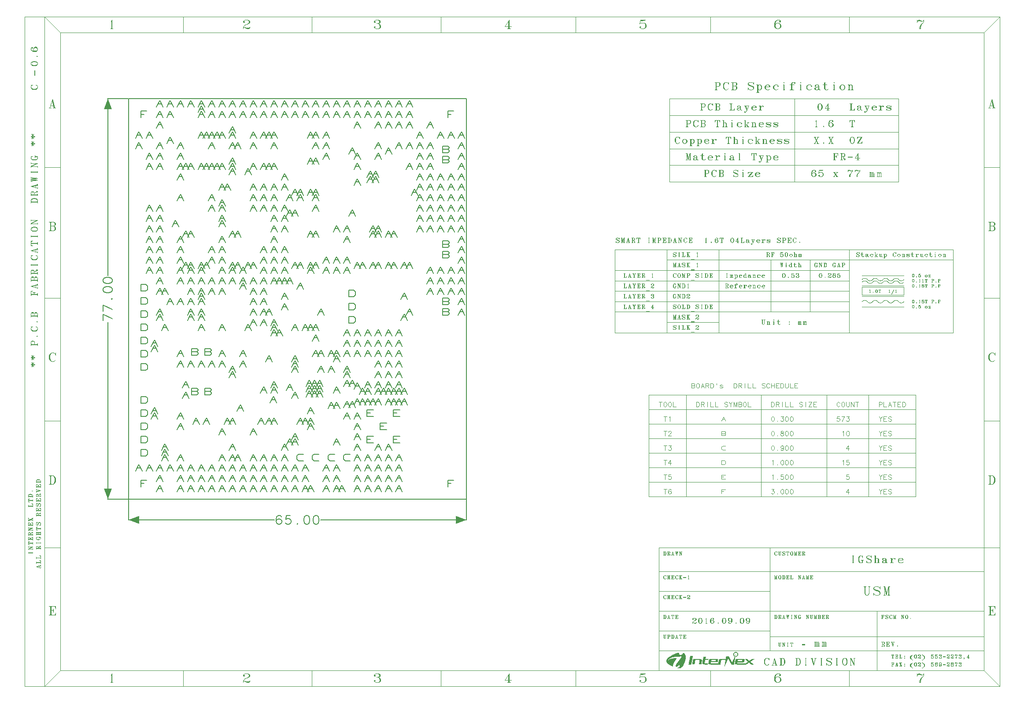
<source format=gbr>
%MOMM*%
%FSLAX33Y33*%
%ADD10C,0.200000*%
%ADD73C,0.203200*%
%ADD126C,0.152400*%
%ADD223C,0.091440*%
%ADD224C,0.121920*%
%ADD225C,0.040000*%
%ADD226C,0.030480*%
%ADD228C,0.030100*%
%ADD229C,0.025000*%
G90*G71*G01*D02*G54D10*X000000Y000000D02*X065000Y000000D01*X065000Y077000D01*
X000000Y077000D01*X000000Y000000D01*D02*G54D73*X003508Y003635D02*
X002365Y003635D01*X002365Y002365D01*X002365Y003000D02*X003000Y003000D01*
X062508Y003635D02*X061365Y003635D01*X061365Y002365D01*X061365Y003000D02*
X062000Y003000D01*X002365Y010825D02*X002365Y012095D01*X003318Y012095D01*
X003635Y011778D01*X003635Y011143D01*X003318Y010825D01*X002365Y010825D01*
X002365Y008285D02*X002365Y009555D01*X003318Y009555D01*X003635Y009238D01*
X003635Y008603D01*X003318Y008285D01*X002365Y008285D01*X033635Y008635D02*
X032682Y008635D01*X032365Y008318D01*X032365Y007683D01*X032682Y007365D01*
X033635Y007365D01*X036635Y008635D02*X035683Y008635D01*X035365Y008318D01*
X035365Y007683D01*X035683Y007365D01*X036635Y007365D01*X039635Y008635D02*
X038683Y008635D01*X038365Y008318D01*X038365Y007683D01*X038683Y007365D01*
X039635Y007365D01*X042635Y008635D02*X041683Y008635D01*X041365Y008318D01*
X041365Y007683D01*X041683Y007365D01*X042635Y007365D01*X047095Y012095D02*
X045825Y012095D01*X045825Y010825D01*X047095Y010825D01*X045825Y011460D02*
X046460Y011460D01*X052175Y012095D02*X050905Y012095D01*X050905Y010825D01*
X052175Y010825D01*X050905Y011460D02*X051540Y011460D01*X049635Y014635D02*
X048365Y014635D01*X048365Y013365D01*X049635Y013365D01*X048365Y014000D02*
X049000Y014000D01*X052175Y017175D02*X050905Y017175D01*X050905Y015905D01*
X052175Y015905D01*X050905Y016540D02*X051540Y016540D01*X047095Y017175D02*
X045825Y017175D01*X045825Y015905D01*X047095Y015905D01*X045825Y016540D02*
X046460Y016540D01*X002365Y013365D02*X002365Y014635D01*X003318Y014635D01*
X003635Y014318D01*X003635Y013683D01*X003318Y013365D01*X002365Y013365D01*
X002365Y015905D02*X002365Y017175D01*X003318Y017175D01*X003635Y016858D01*
X003635Y016223D01*X003318Y015905D01*X002365Y015905D01*X002365Y018445D02*
X002365Y019715D01*X003318Y019715D01*X003635Y019398D01*X003635Y018763D01*
X003318Y018445D01*X002365Y018445D01*X014635Y021325D02*X014635Y020055D01*
X014635Y021325D02*X015651Y021325D01*X015905Y021071D01*X015905Y020944D01*
X015651Y020690D01*X014635Y020690D01*X015651Y020690D02*X015905Y020436D01*
X015905Y020309D01*X015651Y020055D01*X014635Y020055D01*X012095Y021325D02*
X012095Y020055D01*X012095Y021325D02*X013111Y021325D01*X013365Y021071D01*
X013365Y020944D01*X013111Y020690D01*X012095Y020690D01*X013111Y020690D02*
X013365Y020436D01*X013365Y020309D01*X013111Y020055D01*X012095Y020055D01*
X002365Y027285D02*X002365Y028555D01*X003318Y028555D01*X003635Y028238D01*
X003635Y027603D01*X003318Y027285D01*X002365Y027285D01*X002365Y024745D02*
X002365Y026015D01*X003318Y026015D01*X003635Y025698D01*X003635Y025063D01*
X003318Y024745D01*X002365Y024745D01*X012095Y028945D02*X012095Y027675D01*
X012095Y028945D02*X013111Y028945D01*X013365Y028691D01*X013365Y028564D01*
X013111Y028310D01*X012095Y028310D01*X013111Y028310D02*X013365Y028056D01*
X013365Y027929D01*X013111Y027675D01*X012095Y027675D01*X014635Y028945D02*
X014635Y027675D01*X014635Y028945D02*X015651Y028945D01*X015905Y028691D01*
X015905Y028564D01*X015651Y028310D01*X014635Y028310D01*X015651Y028310D02*
X015905Y028056D01*X015905Y027929D01*X015651Y027675D01*X014635Y027675D01*
X002365Y032365D02*X002365Y033635D01*X003318Y033635D01*X003635Y033318D01*
X003635Y032682D01*X003318Y032365D01*X002365Y032365D01*X002365Y029825D02*
X002365Y031095D01*X003318Y031095D01*X003635Y030778D01*X003635Y030143D01*
X003318Y029825D01*X002365Y029825D01*X002365Y034905D02*X002365Y036175D01*
X003318Y036175D01*X003635Y035858D01*X003635Y035223D01*X003318Y034905D01*
X002365Y034905D01*X042365Y033825D02*X042365Y035095D01*X043318Y035095D01*
X043635Y034778D01*X043635Y034143D01*X043318Y033825D01*X042365Y033825D01*
X042365Y036365D02*X042365Y037635D01*X043318Y037635D01*X043635Y037318D01*
X043635Y036683D01*X043318Y036365D01*X042365Y036365D01*X060365Y036635D02*
X060365Y035365D01*X060365Y036635D02*X061381Y036635D01*X061635Y036381D01*
X061635Y036254D01*X061381Y036000D01*X060365Y036000D01*X061381Y036000D02*
X061635Y035746D01*X061635Y035619D01*X061381Y035365D01*X060365Y035365D01*
X060365Y038635D02*X060365Y037365D01*X060365Y038635D02*X061381Y038635D01*
X061635Y038381D01*X061635Y038254D01*X061381Y038000D01*X060365Y038000D01*
X061381Y038000D02*X061635Y037746D01*X061635Y037619D01*X061381Y037365D01*
X060365Y037365D01*X042365Y038905D02*X042365Y040175D01*X043318Y040175D01*
X043635Y039858D01*X043635Y039223D01*X043318Y038905D01*X042365Y038905D01*
X002365Y037445D02*X002365Y038715D01*X003318Y038715D01*X003635Y038398D01*
X003635Y037763D01*X003318Y037445D01*X002365Y037445D01*X002365Y039985D02*
X002365Y041255D01*X003318Y041255D01*X003635Y040938D01*X003635Y040303D01*
X003318Y039985D01*X002365Y039985D01*X060365Y049635D02*X060365Y048365D01*
X060365Y049635D02*X061381Y049635D01*X061635Y049381D01*X061635Y049254D01*
X061381Y049000D01*X060365Y049000D01*X061381Y049000D02*X061635Y048746D01*
X061635Y048619D01*X061381Y048365D01*X060365Y048365D01*X060365Y047635D02*
X060365Y046365D01*X060365Y047635D02*X061381Y047635D01*X061635Y047381D01*
X061635Y047254D01*X061381Y047000D01*X060365Y047000D01*X061381Y047000D02*
X061635Y046746D01*X061635Y046619D01*X061381Y046365D01*X060365Y046365D01*
X060365Y067885D02*X060365Y066615D01*X060365Y067885D02*X061381Y067885D01*
X061635Y067631D01*X061635Y067504D01*X061381Y067250D01*X060365Y067250D01*
X061381Y067250D02*X061635Y066996D01*X061635Y066869D01*X061381Y066615D01*
X060365Y066615D01*X060365Y065885D02*X060365Y064615D01*X060365Y065885D02*
X061381Y065885D01*X061635Y065631D01*X061635Y065504D01*X061381Y065250D01*
X060365Y065250D01*X061381Y065250D02*X061635Y064996D01*X061635Y064869D01*
X061381Y064615D01*X060365Y064615D01*X062508Y074635D02*X061365Y074635D01*
X061365Y073365D01*X061365Y074000D02*X062000Y074000D01*X003508Y074635D02*
X002365Y074635D01*X002365Y073365D01*X002365Y074000D02*X003000Y074000D01*
X009365Y001365D02*X010000Y002635D01*X010635Y001365D01*X009683Y002000D02*
X010318Y002000D01*X005365Y001365D02*X006000Y002635D01*X006635Y001365D01*
X005683Y002000D02*X006318Y002000D01*X011365Y001365D02*X012000Y002635D01*
X012635Y001365D01*X011683Y002000D02*X012318Y002000D01*X013365Y001365D02*
X014000Y002635D01*X014635Y001365D01*X013683Y002000D02*X014318Y002000D01*
X015365Y001365D02*X016000Y002635D01*X016635Y001365D01*X015683Y002000D02*
X016317Y002000D01*X017365Y001365D02*X018000Y002635D01*X018635Y001365D01*
X017683Y002000D02*X018318Y002000D01*X019365Y001365D02*X020000Y002635D01*
X020635Y001365D01*X019683Y002000D02*X020318Y002000D01*X021365Y001365D02*
X022000Y002635D01*X022635Y001365D01*X021683Y002000D02*X022318Y002000D01*
X023365Y001365D02*X024000Y002635D01*X024635Y001365D01*X023683Y002000D02*
X024318Y002000D01*X025365Y001365D02*X026000Y002635D01*X026635Y001365D01*
X025683Y002000D02*X026318Y002000D01*X027365Y001365D02*X028000Y002635D01*
X028635Y001365D01*X027683Y002000D02*X028318Y002000D01*X029365Y001365D02*
X030000Y002635D01*X030635Y001365D01*X029683Y002000D02*X030318Y002000D01*
X031365Y001365D02*X032000Y002635D01*X032635Y001365D01*X031683Y002000D02*
X032318Y002000D01*X033365Y001365D02*X034000Y002635D01*X034635Y001365D01*
X033683Y002000D02*X034318Y002000D01*X034365Y001365D02*X035000Y002635D01*
X035635Y001365D01*X034683Y002000D02*X035318Y002000D01*X037365Y001365D02*
X038000Y002635D01*X038635Y001365D01*X037683Y002000D02*X038318Y002000D01*
X039365Y001365D02*X040000Y002635D01*X040635Y001365D01*X039683Y002000D02*
X040318Y002000D01*X040365Y001365D02*X041000Y002635D01*X041635Y001365D01*
X040683Y002000D02*X041318Y002000D01*X043365Y001365D02*X044000Y002635D01*
X044635Y001365D01*X043683Y002000D02*X044318Y002000D01*X045365Y001365D02*
X046000Y002635D01*X046635Y001365D01*X045683Y002000D02*X046318Y002000D01*
X047365Y001365D02*X048000Y002635D01*X048635Y001365D01*X047683Y002000D02*
X048318Y002000D01*X051365Y001365D02*X052000Y002635D01*X052635Y001365D01*
X051683Y002000D02*X052318Y002000D01*X049365Y001365D02*X050000Y002635D01*
X050635Y001365D01*X049683Y002000D02*X050318Y002000D01*X051365Y005365D02*
X052000Y006635D01*X052635Y005365D01*X051683Y006000D02*X052318Y006000D01*
X049365Y003365D02*X050000Y004635D01*X050635Y003365D01*X049683Y004000D02*
X050318Y004000D01*X049365Y005365D02*X050000Y006635D01*X050635Y005365D01*
X049683Y006000D02*X050318Y006000D01*X051365Y003365D02*X052000Y004635D01*
X052635Y003365D01*X051683Y004000D02*X052318Y004000D01*X043365Y005365D02*
X044000Y006635D01*X044635Y005365D01*X043683Y006000D02*X044318Y006000D01*
X043365Y003365D02*X044000Y004635D01*X044635Y003365D01*X043683Y004000D02*
X044318Y004000D01*X045365Y003365D02*X046000Y004635D01*X046635Y003365D01*
X045683Y004000D02*X046318Y004000D01*X045365Y005365D02*X046000Y006635D01*
X046635Y005365D01*X045683Y006000D02*X046318Y006000D01*X047365Y003365D02*
X048000Y004635D01*X048635Y003365D01*X047683Y004000D02*X048318Y004000D01*
X047365Y005365D02*X048000Y006635D01*X048635Y005365D01*X047683Y006000D02*
X048318Y006000D01*X039365Y005365D02*X040000Y006635D01*X040635Y005365D01*
X039683Y006000D02*X040318Y006000D01*X037365Y005365D02*X038000Y006635D01*
X038635Y005365D01*X037683Y006000D02*X038318Y006000D01*X037365Y003365D02*
X038000Y004635D01*X038635Y003365D01*X037683Y004000D02*X038318Y004000D01*
X039365Y003365D02*X040000Y004635D01*X040635Y003365D01*X039683Y004000D02*
X040318Y004000D01*X029365Y005365D02*X030000Y006635D01*X030635Y005365D01*
X029683Y006000D02*X030318Y006000D01*X029365Y003365D02*X030000Y004635D01*
X030635Y003365D01*X029683Y004000D02*X030318Y004000D01*X031365Y005365D02*
X032000Y006635D01*X032635Y005365D01*X031683Y006000D02*X032318Y006000D01*
X031365Y003365D02*X032000Y004635D01*X032635Y003365D01*X031683Y004000D02*
X032318Y004000D01*X033365Y005365D02*X034000Y006635D01*X034635Y005365D01*
X033683Y006000D02*X034318Y006000D01*X033365Y003365D02*X034000Y004635D01*
X034635Y003365D01*X033683Y004000D02*X034318Y004000D01*X023365Y005365D02*
X024000Y006635D01*X024635Y005365D01*X023683Y006000D02*X024318Y006000D01*
X025365Y005365D02*X026000Y006635D01*X026635Y005365D01*X025683Y006000D02*
X026318Y006000D01*X027365Y005365D02*X028000Y006635D01*X028635Y005365D01*
X027683Y006000D02*X028318Y006000D01*X023365Y003365D02*X024000Y004635D01*
X024635Y003365D01*X023683Y004000D02*X024318Y004000D01*X025365Y003365D02*
X026000Y004635D01*X026635Y003365D01*X025683Y004000D02*X026318Y004000D01*
X027365Y003365D02*X028000Y004635D01*X028635Y003365D01*X027683Y004000D02*
X028318Y004000D01*X017365Y003365D02*X018000Y004635D01*X018635Y003365D01*
X017683Y004000D02*X018318Y004000D01*X019365Y003365D02*X020000Y004635D01*
X020635Y003365D01*X019683Y004000D02*X020318Y004000D01*X017365Y005365D02*
X018000Y006635D01*X018635Y005365D01*X017683Y006000D02*X018318Y006000D01*
X019365Y005365D02*X020000Y006635D01*X020635Y005365D01*X019683Y006000D02*
X020318Y006000D01*X021365Y005365D02*X022000Y006635D01*X022635Y005365D01*
X021683Y006000D02*X022318Y006000D01*X021365Y003365D02*X022000Y004635D01*
X022635Y003365D01*X021683Y004000D02*X022318Y004000D01*X011365Y003365D02*
X012000Y004635D01*X012635Y003365D01*X011683Y004000D02*X012318Y004000D01*
X013365Y003365D02*X014000Y004635D01*X014635Y003365D01*X013683Y004000D02*
X014318Y004000D01*X015365Y003365D02*X016000Y004635D01*X016635Y003365D01*
X015683Y004000D02*X016317Y004000D01*X011365Y005365D02*X012000Y006635D01*
X012635Y005365D01*X011683Y006000D02*X012318Y006000D01*X013365Y005365D02*
X014000Y006635D01*X014635Y005365D01*X013683Y006000D02*X014318Y006000D01*
X015365Y005365D02*X016000Y006635D01*X016635Y005365D01*X015683Y006000D02*
X016317Y006000D01*X009365Y005365D02*X010000Y006635D01*X010635Y005365D01*
X009683Y006000D02*X010318Y006000D01*X009365Y003365D02*X010000Y004635D01*
X010635Y003365D01*X009683Y004000D02*X010318Y004000D01*X007365Y005365D02*
X008000Y006635D01*X008635Y005365D01*X007683Y006000D02*X008318Y006000D01*
X005365Y005365D02*X006000Y006635D01*X006635Y005365D01*X005683Y006000D02*
X006318Y006000D01*X005365Y003365D02*X006000Y004635D01*X006635Y003365D01*
X005683Y004000D02*X006318Y004000D01*X003365Y005365D02*X004000Y006635D01*
X004635Y005365D01*X003683Y006000D02*X004318Y006000D01*X001365Y005365D02*
X002000Y006635D01*X002635Y005365D01*X001683Y006000D02*X002318Y006000D01*
X006365Y007365D02*X007000Y008635D01*X007635Y007365D01*X006683Y008000D02*
X007318Y008000D01*X009365Y007365D02*X010000Y008635D01*X010635Y007365D01*
X009683Y008000D02*X010318Y008000D01*X006365Y008365D02*X007000Y009635D01*
X007635Y008365D01*X006683Y009000D02*X007318Y009000D01*X006365Y009365D02*
X007000Y010635D01*X007635Y009365D01*X006683Y010000D02*X007318Y010000D01*
X019365Y007365D02*X020000Y008635D01*X020635Y007365D01*X019683Y008000D02*
X020318Y008000D01*X017365Y007365D02*X018000Y008635D01*X018635Y007365D01*
X017683Y008000D02*X018318Y008000D01*X019365Y009365D02*X020000Y010635D01*
X020635Y009365D01*X019683Y010000D02*X020318Y010000D01*X020365Y007365D02*
X021000Y008635D01*X021635Y007365D01*X020683Y008000D02*X021318Y008000D01*
X023365Y007365D02*X024000Y008635D01*X024635Y007365D01*X023683Y008000D02*
X024318Y008000D01*X025365Y007365D02*X026000Y008635D01*X026635Y007365D01*
X025683Y008000D02*X026318Y008000D01*X027365Y007365D02*X028000Y008635D01*
X028635Y007365D01*X027683Y008000D02*X028318Y008000D01*X031365Y010365D02*
X032000Y011635D01*X032635Y010365D01*X031683Y011000D02*X032318Y011000D01*
X030365Y010365D02*X031000Y011635D01*X031635Y010365D01*X030683Y011000D02*
X031318Y011000D01*X029365Y007365D02*X030000Y008635D01*X030635Y007365D01*
X029683Y008000D02*X030318Y008000D01*X029365Y009365D02*X030000Y010635D01*
X030635Y009365D01*X029683Y010000D02*X030318Y010000D01*X039365Y010365D02*
X040000Y011635D01*X040635Y010365D01*X039683Y011000D02*X040318Y011000D01*
X043365Y007365D02*X044000Y008635D01*X044635Y007365D01*X043683Y008000D02*
X044318Y008000D01*X045365Y007365D02*X046000Y008635D01*X046635Y007365D01*
X045683Y008000D02*X046318Y008000D01*X047365Y007365D02*X048000Y008635D01*
X048635Y007365D01*X047683Y008000D02*X048318Y008000D01*X043365Y009365D02*
X044000Y010635D01*X044635Y009365D01*X043683Y010000D02*X044318Y010000D01*
X047365Y009365D02*X048000Y010635D01*X048635Y009365D01*X047683Y010000D02*
X048318Y010000D01*X049365Y007365D02*X050000Y008635D01*X050635Y007365D01*
X049683Y008000D02*X050318Y008000D01*X051365Y007365D02*X052000Y008635D01*
X052635Y007365D01*X051683Y008000D02*X052318Y008000D01*X049365Y009365D02*
X050000Y010635D01*X050635Y009365D01*X049683Y010000D02*X050318Y010000D01*
X043365Y013365D02*X044000Y014635D01*X044635Y013365D01*X043683Y014000D02*
X044318Y014000D01*X043365Y011365D02*X044000Y012635D01*X044635Y011365D01*
X043683Y012000D02*X044318Y012000D01*X033365Y014365D02*X034000Y015635D01*
X034635Y014365D01*X033683Y015000D02*X034318Y015000D01*X031365Y011365D02*
X032000Y012635D01*X032635Y011365D01*X031683Y012000D02*X032318Y012000D01*
X034365Y014365D02*X035000Y015635D01*X035635Y014365D01*X034683Y015000D02*
X035318Y015000D01*X034365Y013365D02*X035000Y014635D01*X035635Y013365D01*
X034683Y014000D02*X035318Y014000D01*X032365Y014365D02*X033000Y015635D01*
X033635Y014365D01*X032682Y015000D02*X033318Y015000D01*X024865Y014365D02*
X025500Y015635D01*X026135Y014365D01*X025183Y015000D02*X025818Y015000D01*
X027365Y014365D02*X028000Y015635D01*X028635Y014365D01*X027683Y015000D02*
X028318Y015000D01*X026365Y014365D02*X027000Y015635D01*X027635Y014365D01*
X026683Y015000D02*X027318Y015000D01*X023365Y012365D02*X024000Y013635D01*
X024635Y012365D01*X023683Y013000D02*X024318Y013000D01*X019365Y014365D02*
X020000Y015635D01*X020635Y014365D01*X019683Y015000D02*X020318Y015000D01*
X018365Y014365D02*X019000Y015635D01*X019635Y014365D01*X018683Y015000D02*
X019318Y015000D01*X017365Y012365D02*X018000Y013635D01*X018635Y012365D01*
X017683Y013000D02*X018318Y013000D01*X012365Y014365D02*X013000Y015635D01*
X013635Y014365D01*X012683Y015000D02*X013318Y015000D01*X014365Y014365D02*
X015000Y015635D01*X015635Y014365D01*X014683Y015000D02*X015318Y015000D01*
X009365Y013365D02*X010000Y014635D01*X010635Y013365D01*X009683Y014000D02*
X010318Y014000D01*X004365Y016365D02*X005000Y017635D01*X005635Y016365D01*
X004683Y017000D02*X005318Y017000D01*X009365Y015365D02*X010000Y016635D01*
X010635Y015365D01*X009683Y016000D02*X010318Y016000D01*X004365Y015365D02*
X005000Y016635D01*X005635Y015365D01*X004683Y016000D02*X005318Y016000D01*
X020865Y016865D02*X021500Y018135D01*X022135Y016865D01*X021183Y017500D02*
X021818Y017500D01*X027240Y018490D02*X027875Y019760D01*X028510Y018490D01*
X027558Y019125D02*X028193Y019125D01*X034365Y016365D02*X035000Y017635D01*
X035635Y016365D01*X034683Y017000D02*X035318Y017000D01*X041365Y017615D02*
X042000Y018885D01*X042635Y017615D01*X041683Y018250D02*X042318Y018250D01*
X041365Y015365D02*X042000Y016635D01*X042635Y015365D01*X041683Y016000D02*
X042318Y016000D01*X038365Y017365D02*X039000Y018635D01*X039635Y017365D01*
X038683Y018000D02*X039318Y018000D01*X039365Y017365D02*X040000Y018635D01*
X040635Y017365D01*X039683Y018000D02*X040318Y018000D01*X047365Y018115D02*
X048000Y019385D01*X048635Y018115D01*X047683Y018750D02*X048318Y018750D01*
X046365Y018115D02*X047000Y019385D01*X047635Y018115D01*X046683Y018750D02*
X047318Y018750D01*X045365Y018115D02*X046000Y019385D01*X046635Y018115D01*
X045683Y018750D02*X046318Y018750D01*X044365Y018115D02*X045000Y019385D01*
X045635Y018115D01*X044683Y018750D02*X045318Y018750D01*X043365Y018115D02*
X044000Y019385D01*X044635Y018115D01*X043683Y018750D02*X044318Y018750D01*
X042365Y017615D02*X043000Y018885D01*X043635Y017615D01*X042683Y018250D02*
X043318Y018250D01*X043365Y015365D02*X044000Y016635D01*X044635Y015365D01*
X043683Y016000D02*X044318Y016000D01*X052365Y018115D02*X053000Y019385D01*
X053635Y018115D01*X052683Y018750D02*X053318Y018750D01*X049365Y018115D02*
X050000Y019385D01*X050635Y018115D01*X049683Y018750D02*X050318Y018750D01*
X050365Y018115D02*X051000Y019385D01*X051635Y018115D01*X050683Y018750D02*
X051318Y018750D01*X051365Y018115D02*X052000Y019385D01*X052635Y018115D01*
X051683Y018750D02*X052318Y018750D01*X051365Y023365D02*X052000Y024635D01*
X052635Y023365D01*X051683Y024000D02*X052318Y024000D01*X049365Y023365D02*
X050000Y024635D01*X050635Y023365D01*X049683Y024000D02*X050318Y024000D01*
X049365Y021365D02*X050000Y022635D01*X050635Y021365D01*X049683Y022000D02*
X050318Y022000D01*X051365Y021365D02*X052000Y022635D01*X052635Y021365D01*
X051683Y022000D02*X052318Y022000D01*X048365Y020115D02*X049000Y021385D01*
X049635Y020115D01*X048683Y020750D02*X049318Y020750D01*X049365Y020115D02*
X050000Y021385D01*X050635Y020115D01*X049683Y020750D02*X050318Y020750D01*
X050365Y020115D02*X051000Y021385D01*X051635Y020115D01*X050683Y020750D02*
X051318Y020750D01*X051365Y020115D02*X052000Y021385D01*X052635Y020115D01*
X051683Y020750D02*X052318Y020750D01*X052365Y020115D02*X053000Y021385D01*
X053635Y020115D01*X052683Y020750D02*X053318Y020750D01*X042365Y021615D02*
X043000Y022885D01*X043635Y021615D01*X042683Y022250D02*X043318Y022250D01*
X043365Y021115D02*X044000Y022385D01*X044635Y021115D01*X043683Y021750D02*
X044318Y021750D01*X047365Y023365D02*X048000Y024635D01*X048635Y023365D01*
X047683Y024000D02*X048318Y024000D01*X047365Y021365D02*X048000Y022635D01*
X048635Y021365D01*X047683Y022000D02*X048318Y022000D01*X045365Y021365D02*
X046000Y022635D01*X046635Y021365D01*X045683Y022000D02*X046318Y022000D01*
X047365Y020115D02*X048000Y021385D01*X048635Y020115D01*X047683Y020750D02*
X048318Y020750D01*X045365Y020115D02*X046000Y021385D01*X046635Y020115D01*
X045683Y020750D02*X046318Y020750D01*X044365Y020115D02*X045000Y021385D01*
X045635Y020115D01*X044683Y020750D02*X045318Y020750D01*X039365Y020365D02*
X040000Y021635D01*X040635Y020365D01*X039683Y021000D02*X040318Y021000D01*
X041365Y023365D02*X042000Y024635D01*X042635Y023365D01*X041683Y024000D02*
X042318Y024000D01*X041365Y021615D02*X042000Y022885D01*X042635Y021615D01*
X041683Y022250D02*X042318Y022250D01*X036115Y020615D02*X036750Y021885D01*
X037385Y020615D01*X036433Y021250D02*X037068Y021250D01*X036115Y019615D02*
X036750Y020885D01*X037385Y019615D01*X036433Y020250D02*X037068Y020250D01*
X036115Y021615D02*X036750Y022885D01*X037385Y021615D01*X036433Y022250D02*
X037068Y022250D01*X030365Y020865D02*X031000Y022135D01*X031635Y020865D01*
X030683Y021500D02*X031318Y021500D01*X031365Y019365D02*X032000Y020635D01*
X032635Y019365D01*X031683Y020000D02*X032318Y020000D01*X034115Y020615D02*
X034750Y021885D01*X035385Y020615D01*X034433Y021250D02*X035068Y021250D01*
X034115Y019615D02*X034750Y020885D01*X035385Y019615D01*X034433Y020250D02*
X035068Y020250D01*X035115Y019615D02*X035750Y020885D01*X036385Y019615D01*
X035433Y020250D02*X036068Y020250D01*X034115Y021615D02*X034750Y022885D01*
X035385Y021615D01*X034433Y022250D02*X035068Y022250D01*X035115Y021615D02*
X035750Y022885D01*X036385Y021615D01*X035433Y022250D02*X036068Y022250D01*
X035115Y020615D02*X035750Y021885D01*X036385Y020615D01*X035433Y021250D02*
X036068Y021250D01*X025365Y020365D02*X026000Y021635D01*X026635Y020365D01*
X025683Y021000D02*X026318Y021000D01*X027365Y020365D02*X028000Y021635D01*
X028635Y020365D01*X027683Y021000D02*X028318Y021000D01*X027365Y021365D02*
X028000Y022635D01*X028635Y021365D01*X027683Y022000D02*X028318Y022000D01*
X019365Y023365D02*X020000Y024635D01*X020635Y023365D01*X019683Y024000D02*
X020318Y024000D01*X010365Y021365D02*X011000Y022635D01*X011635Y021365D01*
X010683Y022000D02*X011318Y022000D01*X010365Y019365D02*X011000Y020635D01*
X011635Y019365D01*X010683Y020000D02*X011318Y020000D01*X009365Y025365D02*
X010000Y026635D01*X010635Y025365D01*X009683Y026000D02*X010318Y026000D01*
X009365Y027365D02*X010000Y028635D01*X010635Y027365D01*X009683Y028000D02*
X010318Y028000D01*X015365Y025365D02*X016000Y026635D01*X016635Y025365D01*
X015683Y026000D02*X016317Y026000D01*X013365Y025365D02*X014000Y026635D01*
X014635Y025365D01*X013683Y026000D02*X014318Y026000D01*X011365Y025365D02*
X012000Y026635D01*X012635Y025365D01*X011683Y026000D02*X012318Y026000D01*
X021365Y027365D02*X022000Y028635D01*X022635Y027365D01*X021683Y028000D02*
X022318Y028000D01*X021365Y025365D02*X022000Y026635D01*X022635Y025365D01*
X021683Y026000D02*X022318Y026000D01*X017365Y027365D02*X018000Y028635D01*
X018635Y027365D01*X017683Y028000D02*X018318Y028000D01*X017365Y025365D02*
X018000Y026635D01*X018635Y025365D01*X017683Y026000D02*X018318Y026000D01*
X019365Y024365D02*X020000Y025635D01*X020635Y024365D01*X019683Y025000D02*
X020318Y025000D01*X026365Y026365D02*X027000Y027635D01*X027635Y026365D01*
X026683Y027000D02*X027318Y027000D01*X035365Y027365D02*X036000Y028635D01*
X036635Y027365D01*X035683Y028000D02*X036318Y028000D01*X031365Y025365D02*
X032000Y026635D01*X032635Y025365D01*X031683Y026000D02*X032318Y026000D01*
X031365Y026365D02*X032000Y027635D01*X032635Y026365D01*X031683Y027000D02*
X032318Y027000D01*X031365Y024365D02*X032000Y025635D01*X032635Y024365D01*
X031683Y025000D02*X032318Y025000D01*X039365Y027365D02*X040000Y028635D01*
X040635Y027365D01*X039683Y028000D02*X040318Y028000D01*X039365Y026365D02*
X040000Y027635D01*X040635Y026365D01*X039683Y027000D02*X040318Y027000D01*
X036365Y024365D02*X037000Y025635D01*X037635Y024365D01*X036683Y025000D02*
X037318Y025000D01*X038365Y024365D02*X039000Y025635D01*X039635Y024365D01*
X038683Y025000D02*X039318Y025000D01*X038365Y027365D02*X039000Y028635D01*
X039635Y027365D01*X038683Y028000D02*X039318Y028000D01*X041365Y027365D02*
X042000Y028635D01*X042635Y027365D01*X041683Y028000D02*X042318Y028000D01*
X036365Y027365D02*X037000Y028635D01*X037635Y027365D01*X036683Y028000D02*
X037318Y028000D01*X041365Y024365D02*X042000Y025635D01*X042635Y024365D01*
X041683Y025000D02*X042318Y025000D01*X043365Y027365D02*X044000Y028635D01*
X044635Y027365D01*X043683Y028000D02*X044318Y028000D01*X045365Y027365D02*
X046000Y028635D01*X046635Y027365D01*X045683Y028000D02*X046318Y028000D01*
X047365Y027365D02*X048000Y028635D01*X048635Y027365D01*X047683Y028000D02*
X048318Y028000D01*X047365Y025365D02*X048000Y026635D01*X048635Y025365D01*
X047683Y026000D02*X048318Y026000D01*X049365Y027365D02*X050000Y028635D01*
X050635Y027365D01*X049683Y028000D02*X050318Y028000D01*X051365Y027365D02*
X052000Y028635D01*X052635Y027365D01*X051683Y028000D02*X052318Y028000D01*
X049365Y025365D02*X050000Y026635D01*X050635Y025365D01*X049683Y026000D02*
X050318Y026000D01*X051365Y025365D02*X052000Y026635D01*X052635Y025365D01*
X051683Y026000D02*X052318Y026000D01*X049365Y031365D02*X050000Y032635D01*
X050635Y031365D01*X049683Y032000D02*X050318Y032000D01*X049365Y029365D02*
X050000Y030635D01*X050635Y029365D01*X049683Y030000D02*X050318Y030000D01*
X051365Y031365D02*X052000Y032635D01*X052635Y031365D01*X051683Y032000D02*
X052318Y032000D01*X051365Y029365D02*X052000Y030635D01*X052635Y029365D01*
X051683Y030000D02*X052318Y030000D01*X043365Y031365D02*X044000Y032635D01*
X044635Y031365D01*X043683Y032000D02*X044318Y032000D01*X045365Y031365D02*
X046000Y032635D01*X046635Y031365D01*X045683Y032000D02*X046318Y032000D01*
X047365Y031365D02*X048000Y032635D01*X048635Y031365D01*X047683Y032000D02*
X048318Y032000D01*X043365Y029365D02*X044000Y030635D01*X044635Y029365D01*
X043683Y030000D02*X044318Y030000D01*X045365Y029365D02*X046000Y030635D01*
X046635Y029365D01*X045683Y030000D02*X046318Y030000D01*X047365Y029365D02*
X048000Y030635D01*X048635Y029365D01*X047683Y030000D02*X048318Y030000D01*
X041365Y031365D02*X042000Y032635D01*X042635Y031365D01*X041683Y032000D02*
X042318Y032000D01*X041365Y029365D02*X042000Y030635D01*X042635Y029365D01*
X041683Y030000D02*X042318Y030000D01*X035365Y030365D02*X036000Y031635D01*
X036635Y030365D01*X035683Y031000D02*X036318Y031000D01*X027365Y031365D02*
X028000Y032635D01*X028635Y031365D01*X027683Y032000D02*X028318Y032000D01*
X028365Y031365D02*X029000Y032635D01*X029635Y031365D01*X028683Y032000D02*
X029318Y032000D01*X004365Y029365D02*X005000Y030635D01*X005635Y029365D01*
X004683Y030000D02*X005318Y030000D01*X004365Y028365D02*X005000Y029635D01*
X005635Y028365D01*X004683Y029000D02*X005318Y029000D01*X005365Y035365D02*
X006000Y036635D01*X006635Y035365D01*X005683Y036000D02*X006318Y036000D01*
X005365Y034365D02*X006000Y035635D01*X006635Y034365D01*X005683Y035000D02*
X006318Y035000D01*X006365Y032365D02*X007000Y033635D01*X007635Y032365D01*
X006683Y033000D02*X007318Y033000D01*X011365Y034365D02*X012000Y035635D01*
X012635Y034365D01*X011683Y035000D02*X012318Y035000D01*X011365Y035365D02*
X012000Y036635D01*X012635Y035365D01*X011683Y036000D02*X012318Y036000D01*
X013365Y035365D02*X014000Y036635D01*X014635Y035365D01*X013683Y036000D02*
X014318Y036000D01*X013365Y032365D02*X014000Y033635D01*X014635Y032365D01*
X013683Y033000D02*X014318Y033000D01*X013365Y034365D02*X014000Y035635D01*
X014635Y034365D01*X013683Y035000D02*X014318Y035000D01*X017365Y032365D02*
X018000Y033635D01*X018635Y032365D01*X017683Y033000D02*X018318Y033000D01*
X022365Y032365D02*X023000Y033635D01*X023635Y032365D01*X022683Y033000D02*
X023318Y033000D01*X026365Y035365D02*X027000Y036635D01*X027635Y035365D01*
X026683Y036000D02*X027318Y036000D01*X023365Y035365D02*X024000Y036635D01*
X024635Y035365D01*X023683Y036000D02*X024318Y036000D01*X025365Y035365D02*
X026000Y036635D01*X026635Y035365D01*X025683Y036000D02*X026318Y036000D01*
X025365Y033365D02*X026000Y034635D01*X026635Y033365D01*X025683Y034000D02*
X026318Y034000D01*X023365Y033365D02*X024000Y034635D01*X024635Y033365D01*
X023683Y034000D02*X024318Y034000D01*X027365Y033365D02*X028000Y034635D01*
X028635Y033365D01*X027683Y034000D02*X028318Y034000D01*X027365Y032365D02*
X028000Y033635D01*X028635Y032365D01*X027683Y033000D02*X028318Y033000D01*
X033365Y032365D02*X034000Y033635D01*X034635Y032365D01*X033683Y033000D02*
X034318Y033000D01*X034365Y032365D02*X035000Y033635D01*X035635Y032365D01*
X034683Y033000D02*X035318Y033000D01*X035365Y032365D02*X036000Y033635D01*
X036635Y032365D01*X035683Y033000D02*X036318Y033000D01*X031365Y032365D02*
X032000Y033635D01*X032635Y032365D01*X031683Y033000D02*X032318Y033000D01*
X036365Y035365D02*X037000Y036635D01*X037635Y035365D01*X036683Y036000D02*
X037318Y036000D01*X053365Y035365D02*X054000Y036635D01*X054635Y035365D01*
X053683Y036000D02*X054318Y036000D01*X052365Y034365D02*X053000Y035635D01*
X053635Y034365D01*X052683Y035000D02*X053318Y035000D01*X063365Y035365D02*
X064000Y036635D01*X064635Y035365D01*X063683Y036000D02*X064317Y036000D01*
X061365Y039365D02*X062000Y040635D01*X062635Y039365D01*X061683Y040000D02*
X062318Y040000D01*X063365Y039365D02*X064000Y040635D01*X064635Y039365D01*
X063683Y040000D02*X064317Y040000D01*X063365Y037365D02*X064000Y038635D01*
X064635Y037365D01*X063683Y038000D02*X064317Y038000D01*X059365Y039365D02*
X060000Y040635D01*X060635Y039365D01*X059683Y040000D02*X060318Y040000D01*
X057365Y039365D02*X058000Y040635D01*X058635Y039365D01*X057683Y040000D02*
X058318Y040000D01*X052365Y038365D02*X053000Y039635D01*X053635Y038365D01*
X052683Y039000D02*X053318Y039000D01*X029365Y036365D02*X030000Y037635D01*
X030635Y036365D01*X029683Y037000D02*X030318Y037000D01*X032365Y040365D02*
X033000Y041635D01*X033635Y040365D01*X032682Y041000D02*X033318Y041000D01*
X029365Y038365D02*X030000Y039635D01*X030635Y038365D01*X029683Y039000D02*
X030318Y039000D01*X025365Y037365D02*X026000Y038635D01*X026635Y037365D01*
X025683Y038000D02*X026318Y038000D01*X023365Y037365D02*X024000Y038635D01*
X024635Y037365D01*X023683Y038000D02*X024318Y038000D01*X023365Y039365D02*
X024000Y040635D01*X024635Y039365D01*X023683Y040000D02*X024318Y040000D01*
X025365Y039365D02*X026000Y040635D01*X026635Y039365D01*X025683Y040000D02*
X026318Y040000D01*X017365Y039365D02*X018000Y040635D01*X018635Y039365D01*
X017683Y040000D02*X018318Y040000D01*X021365Y040365D02*X022000Y041635D01*
X022635Y040365D01*X021683Y041000D02*X022318Y041000D01*X011365Y037365D02*
X012000Y038635D01*X012635Y037365D01*X011683Y038000D02*X012318Y038000D01*
X011365Y039365D02*X012000Y040635D01*X012635Y039365D01*X011683Y040000D02*
X012318Y040000D01*X013365Y039365D02*X014000Y040635D01*X014635Y039365D01*
X013683Y040000D02*X014318Y040000D01*X015365Y039365D02*X016000Y040635D01*
X016635Y039365D01*X015683Y040000D02*X016317Y040000D01*X013365Y037365D02*
X014000Y038635D01*X014635Y037365D01*X013683Y038000D02*X014318Y038000D01*
X013365Y038365D02*X014000Y039635D01*X014635Y038365D01*X013683Y039000D02*
X014318Y039000D01*X007365Y037365D02*X008000Y038635D01*X008635Y037365D01*
X007683Y038000D02*X008318Y038000D01*X009365Y037365D02*X010000Y038635D01*
X010635Y037365D01*X009683Y038000D02*X010318Y038000D01*X006365Y039365D02*
X007000Y040635D01*X007635Y039365D01*X006683Y040000D02*X007318Y040000D01*
X005365Y039365D02*X006000Y040635D01*X006635Y039365D01*X005683Y040000D02*
X006318Y040000D01*X003365Y043365D02*X004000Y044635D01*X004635Y043365D01*
X003683Y044000D02*X004318Y044000D01*X010365Y044365D02*X011000Y045635D01*
X011635Y044365D01*X010683Y045000D02*X011318Y045000D01*X005365Y043365D02*
X006000Y044635D01*X006635Y043365D01*X005683Y044000D02*X006318Y044000D01*
X005365Y041365D02*X006000Y042635D01*X006635Y041365D01*X005683Y042000D02*
X006318Y042000D01*X009365Y043365D02*X010000Y044635D01*X010635Y043365D01*
X009683Y044000D02*X010318Y044000D01*X009365Y041365D02*X010000Y042635D01*
X010635Y041365D01*X009683Y042000D02*X010318Y042000D01*X011365Y044365D02*
X012000Y045635D01*X012635Y044365D01*X011683Y045000D02*X012318Y045000D01*
X013365Y044365D02*X014000Y045635D01*X014635Y044365D01*X013683Y045000D02*
X014318Y045000D01*X014365Y044365D02*X015000Y045635D01*X015635Y044365D01*
X014683Y045000D02*X015318Y045000D01*X011365Y043365D02*X012000Y044635D01*
X012635Y043365D01*X011683Y044000D02*X012318Y044000D01*X013365Y043365D02*
X014000Y044635D01*X014635Y043365D01*X013683Y044000D02*X014318Y044000D01*
X015365Y041365D02*X016000Y042635D01*X016635Y041365D01*X015683Y042000D02*
X016317Y042000D01*X013365Y041365D02*X014000Y042635D01*X014635Y041365D01*
X013683Y042000D02*X014318Y042000D01*X011365Y041365D02*X012000Y042635D01*
X012635Y041365D01*X011683Y042000D02*X012318Y042000D01*X019365Y044365D02*
X020000Y045635D01*X020635Y044365D01*X019683Y045000D02*X020318Y045000D01*
X020365Y044365D02*X021000Y045635D01*X021635Y044365D01*X020683Y045000D02*
X021318Y045000D01*X022365Y044365D02*X023000Y045635D01*X023635Y044365D01*
X022683Y045000D02*X023318Y045000D01*X021365Y043365D02*X022000Y044635D01*
X022635Y043365D01*X021683Y044000D02*X022318Y044000D01*X019365Y043365D02*
X020000Y044635D01*X020635Y043365D01*X019683Y044000D02*X020318Y044000D01*
X017365Y043365D02*X018000Y044635D01*X018635Y043365D01*X017683Y044000D02*
X018318Y044000D01*X021365Y041365D02*X022000Y042635D01*X022635Y041365D01*
X021683Y042000D02*X022318Y042000D01*X019365Y041365D02*X020000Y042635D01*
X020635Y041365D01*X019683Y042000D02*X020318Y042000D01*X017365Y041365D02*
X018000Y042635D01*X018635Y041365D01*X017683Y042000D02*X018318Y042000D01*
X023365Y044365D02*X024000Y045635D01*X024635Y044365D01*X023683Y045000D02*
X024318Y045000D01*X025365Y043365D02*X026000Y044635D01*X026635Y043365D01*
X025683Y044000D02*X026318Y044000D01*X027365Y043365D02*X028000Y044635D01*
X028635Y043365D01*X027683Y044000D02*X028318Y044000D01*X025365Y041365D02*
X026000Y042635D01*X026635Y041365D01*X025683Y042000D02*X026318Y042000D01*
X023365Y041365D02*X024000Y042635D01*X024635Y041365D01*X023683Y042000D02*
X024318Y042000D01*X027365Y041365D02*X028000Y042635D01*X028635Y041365D01*
X027683Y042000D02*X028318Y042000D01*X028365Y041365D02*X029000Y042635D01*
X029635Y041365D01*X028683Y042000D02*X029318Y042000D01*X034365Y044365D02*
X035000Y045635D01*X035635Y044365D01*X034683Y045000D02*X035318Y045000D01*
X035365Y044365D02*X036000Y045635D01*X036635Y044365D01*X035683Y045000D02*
X036318Y045000D01*X031365Y044365D02*X032000Y045635D01*X032635Y044365D01*
X031683Y045000D02*X032318Y045000D01*X032365Y044365D02*X033000Y045635D01*
X033635Y044365D01*X032682Y045000D02*X033318Y045000D01*X029365Y043365D02*
X030000Y044635D01*X030635Y043365D01*X029683Y044000D02*X030318Y044000D01*
X030365Y041365D02*X031000Y042635D01*X031635Y041365D01*X030683Y042000D02*
X031318Y042000D01*X034365Y043365D02*X035000Y044635D01*X035635Y043365D01*
X034683Y044000D02*X035318Y044000D01*X029365Y041365D02*X030000Y042635D01*
X030635Y041365D01*X029683Y042000D02*X030318Y042000D01*X041365Y043365D02*
X042000Y044635D01*X042635Y043365D01*X041683Y044000D02*X042318Y044000D01*
X039365Y043365D02*X040000Y044635D01*X040635Y043365D01*X039683Y044000D02*
X040318Y044000D01*X037365Y043365D02*X038000Y044635D01*X038635Y043365D01*
X037683Y044000D02*X038318Y044000D01*X046365Y044365D02*X047000Y045635D01*
X047635Y044365D01*X046683Y045000D02*X047318Y045000D01*X047365Y044365D02*
X048000Y045635D01*X048635Y044365D01*X047683Y045000D02*X048318Y045000D01*
X043365Y044365D02*X044000Y045635D01*X044635Y044365D01*X043683Y045000D02*
X044318Y045000D01*X044365Y044365D02*X045000Y045635D01*X045635Y044365D01*
X044683Y045000D02*X045318Y045000D01*X050365Y044365D02*X051000Y045635D01*
X051635Y044365D01*X050683Y045000D02*X051318Y045000D01*X049365Y044365D02*
X050000Y045635D01*X050635Y044365D01*X049683Y045000D02*X050318Y045000D01*
X053365Y044365D02*X054000Y045635D01*X054635Y044365D01*X053683Y045000D02*
X054318Y045000D01*X052365Y044365D02*X053000Y045635D01*X053635Y044365D01*
X052683Y045000D02*X053318Y045000D01*X057365Y041365D02*X058000Y042635D01*
X058635Y041365D01*X057683Y042000D02*X058318Y042000D01*X057365Y043365D02*
X058000Y044635D01*X058635Y043365D01*X057683Y044000D02*X058318Y044000D01*
X059365Y043365D02*X060000Y044635D01*X060635Y043365D01*X059683Y044000D02*
X060318Y044000D01*X059365Y041365D02*X060000Y042635D01*X060635Y041365D01*
X059683Y042000D02*X060318Y042000D01*X061365Y043365D02*X062000Y044635D01*
X062635Y043365D01*X061683Y044000D02*X062318Y044000D01*X061365Y041365D02*
X062000Y042635D01*X062635Y041365D01*X061683Y042000D02*X062318Y042000D01*
X063365Y041365D02*X064000Y042635D01*X064635Y041365D01*X063683Y042000D02*
X064317Y042000D01*X063365Y043365D02*X064000Y044635D01*X064635Y043365D01*
X063683Y044000D02*X064317Y044000D01*X063365Y045365D02*X064000Y046635D01*
X064635Y045365D01*X063683Y046000D02*X064317Y046000D01*X063365Y047365D02*
X064000Y048635D01*X064635Y047365D01*X063683Y048000D02*X064317Y048000D01*
X041365Y045365D02*X042000Y046635D01*X042635Y045365D01*X041683Y046000D02*
X042318Y046000D01*X039365Y045365D02*X040000Y046635D01*X040635Y045365D01*
X039683Y046000D02*X040318Y046000D01*X037365Y045365D02*X038000Y046635D01*
X038635Y045365D01*X037683Y046000D02*X038318Y046000D01*X029365Y045365D02*
X030000Y046635D01*X030635Y045365D01*X029683Y046000D02*X030318Y046000D01*
X029365Y047365D02*X030000Y048635D01*X030635Y047365D01*X029683Y048000D02*
X030318Y048000D01*X027365Y045365D02*X028000Y046635D01*X028635Y045365D01*
X027683Y046000D02*X028318Y046000D01*X025365Y045365D02*X026000Y046635D01*
X026635Y045365D01*X025683Y046000D02*X026318Y046000D01*X027365Y047365D02*
X028000Y048635D01*X028635Y047365D01*X027683Y048000D02*X028318Y048000D01*
X025365Y047365D02*X026000Y048635D01*X026635Y047365D01*X025683Y048000D02*
X026318Y048000D01*X017365Y045365D02*X018000Y046635D01*X018635Y045365D01*
X017683Y046000D02*X018318Y046000D01*X017365Y047365D02*X018000Y048635D01*
X018635Y047365D01*X017683Y048000D02*X018318Y048000D01*X015365Y045365D02*
X016000Y046635D01*X016635Y045365D01*X015683Y046000D02*X016317Y046000D01*
X015365Y047365D02*X016000Y048635D01*X016635Y047365D01*X015683Y048000D02*
X016317Y048000D01*X005365Y047365D02*X006000Y048635D01*X006635Y047365D01*
X005683Y048000D02*X006318Y048000D01*X005365Y045365D02*X006000Y046635D01*
X006635Y045365D01*X005683Y046000D02*X006318Y046000D01*X009365Y045365D02*
X010000Y046635D01*X010635Y045365D01*X009683Y046000D02*X010318Y046000D01*
X009365Y047365D02*X010000Y048635D01*X010635Y047365D01*X009683Y048000D02*
X010318Y048000D01*X003365Y045365D02*X004000Y046635D01*X004635Y045365D01*
X003683Y046000D02*X004318Y046000D01*X003365Y047365D02*X004000Y048635D01*
X004635Y047365D01*X003683Y048000D02*X004318Y048000D01*X003365Y049365D02*
X004000Y050635D01*X004635Y049365D01*X003683Y050000D02*X004318Y050000D01*
X003365Y053365D02*X004000Y054635D01*X004635Y053365D01*X003683Y054000D02*
X004318Y054000D01*X003365Y051365D02*X004000Y052635D01*X004635Y051365D01*
X003683Y052000D02*X004318Y052000D01*X005365Y053365D02*X006000Y054635D01*
X006635Y053365D01*X005683Y054000D02*X006318Y054000D01*X005365Y051365D02*
X006000Y052635D01*X006635Y051365D01*X005683Y052000D02*X006318Y052000D01*
X005365Y049365D02*X006000Y050635D01*X006635Y049365D01*X005683Y050000D02*
X006318Y050000D01*X009365Y049365D02*X010000Y050635D01*X010635Y049365D01*
X009683Y050000D02*X010318Y050000D01*X008365Y052365D02*X009000Y053635D01*
X009635Y052365D01*X008683Y053000D02*X009318Y053000D01*X010365Y050365D02*
X011000Y051635D01*X011635Y050365D01*X010683Y051000D02*X011318Y051000D01*
X011365Y050365D02*X012000Y051635D01*X012635Y050365D01*X011683Y051000D02*
X012318Y051000D01*X017365Y049365D02*X018000Y050635D01*X018635Y049365D01*
X017683Y050000D02*X018318Y050000D01*X017365Y053365D02*X018000Y054635D01*
X018635Y053365D01*X017683Y054000D02*X018318Y054000D01*X017365Y052365D02*
X018000Y053635D01*X018635Y052365D01*X017683Y053000D02*X018318Y053000D01*
X019365Y050365D02*X020000Y051635D01*X020635Y050365D01*X019683Y051000D02*
X020318Y051000D01*X020365Y050365D02*X021000Y051635D01*X021635Y050365D01*
X020683Y051000D02*X021318Y051000D01*X027365Y049365D02*X028000Y050635D01*
X028635Y049365D01*X027683Y050000D02*X028318Y050000D01*X027365Y051365D02*
X028000Y052635D01*X028635Y051365D01*X027683Y052000D02*X028318Y052000D01*
X027365Y053365D02*X028000Y054635D01*X028635Y053365D01*X027683Y054000D02*
X028318Y054000D01*X029365Y053365D02*X030000Y054635D01*X030635Y053365D01*
X029683Y054000D02*X030318Y054000D01*X029365Y051365D02*X030000Y052635D01*
X030635Y051365D01*X029683Y052000D02*X030318Y052000D01*X034365Y050365D02*
X035000Y051635D01*X035635Y050365D01*X034683Y051000D02*X035318Y051000D01*
X035365Y050365D02*X036000Y051635D01*X036635Y050365D01*X035683Y051000D02*
X036318Y051000D01*X039365Y051365D02*X040000Y052635D01*X040635Y051365D01*
X039683Y052000D02*X040318Y052000D01*X041365Y051365D02*X042000Y052635D01*
X042635Y051365D01*X041683Y052000D02*X042318Y052000D01*X041365Y049365D02*
X042000Y050635D01*X042635Y049365D01*X041683Y050000D02*X042318Y050000D01*
X047365Y051365D02*X048000Y052635D01*X048635Y051365D01*X047683Y052000D02*
X048318Y052000D01*X046365Y051365D02*X047000Y052635D01*X047635Y051365D01*
X046683Y052000D02*X047318Y052000D01*X047365Y050365D02*X048000Y051635D01*
X048635Y050365D01*X047683Y051000D02*X048318Y051000D01*X046365Y050365D02*
X047000Y051635D01*X047635Y050365D01*X046683Y051000D02*X047318Y051000D01*
X049365Y050365D02*X050000Y051635D01*X050635Y050365D01*X049683Y051000D02*
X050318Y051000D01*X050365Y050365D02*X051000Y051635D01*X051635Y050365D01*
X050683Y051000D02*X051318Y051000D01*X055365Y051365D02*X056000Y052635D01*
X056635Y051365D01*X055683Y052000D02*X056318Y052000D01*X057365Y051365D02*
X058000Y052635D01*X058635Y051365D01*X057683Y052000D02*X058318Y052000D01*
X059365Y051365D02*X060000Y052635D01*X060635Y051365D01*X059683Y052000D02*
X060318Y052000D01*X055365Y053365D02*X056000Y054635D01*X056635Y053365D01*
X055683Y054000D02*X056318Y054000D01*X057365Y053365D02*X058000Y054635D01*
X058635Y053365D01*X057683Y054000D02*X058318Y054000D01*X059365Y053365D02*
X060000Y054635D01*X060635Y053365D01*X059683Y054000D02*X060318Y054000D01*
X063365Y049365D02*X064000Y050635D01*X064635Y049365D01*X063683Y050000D02*
X064317Y050000D01*X061365Y051365D02*X062000Y052635D01*X062635Y051365D01*
X061683Y052000D02*X062318Y052000D01*X063365Y051365D02*X064000Y052635D01*
X064635Y051365D01*X063683Y052000D02*X064317Y052000D01*X061365Y053365D02*
X062000Y054635D01*X062635Y053365D01*X061683Y054000D02*X062318Y054000D01*
X063365Y053365D02*X064000Y054635D01*X064635Y053365D01*X063683Y054000D02*
X064317Y054000D01*X061365Y055365D02*X062000Y056635D01*X062635Y055365D01*
X061683Y056000D02*X062318Y056000D01*X063365Y055365D02*X064000Y056635D01*
X064635Y055365D01*X063683Y056000D02*X064317Y056000D01*X061365Y057365D02*
X062000Y058635D01*X062635Y057365D01*X061683Y058000D02*X062318Y058000D01*
X063365Y057365D02*X064000Y058635D01*X064635Y057365D01*X063683Y058000D02*
X064317Y058000D01*X059365Y055365D02*X060000Y056635D01*X060635Y055365D01*
X059683Y056000D02*X060318Y056000D01*X055365Y057365D02*X056000Y058635D01*
X056635Y057365D01*X055683Y058000D02*X056318Y058000D01*X057365Y057365D02*
X058000Y058635D01*X058635Y057365D01*X057683Y058000D02*X058318Y058000D01*
X059365Y057365D02*X060000Y058635D01*X060635Y057365D01*X059683Y058000D02*
X060318Y058000D01*X055365Y055365D02*X056000Y056635D01*X056635Y055365D01*
X055683Y056000D02*X056318Y056000D01*X057365Y055365D02*X058000Y056635D01*
X058635Y055365D01*X057683Y056000D02*X058318Y056000D01*X042365Y054365D02*
X043000Y055635D01*X043635Y054365D01*X042683Y055000D02*X043318Y055000D01*
X032365Y057365D02*X033000Y058635D01*X033635Y057365D01*X032682Y058000D02*
X033318Y058000D01*X030365Y057365D02*X031000Y058635D01*X031635Y057365D01*
X030683Y058000D02*X031318Y058000D01*X035365Y055365D02*X036000Y056635D01*
X036635Y055365D01*X035683Y056000D02*X036318Y056000D01*X035365Y057365D02*
X036000Y058635D01*X036635Y057365D01*X035683Y058000D02*X036318Y058000D01*
X029365Y055365D02*X030000Y056635D01*X030635Y055365D01*X029683Y056000D02*
X030318Y056000D01*X031365Y054365D02*X032000Y055635D01*X032635Y054365D01*
X031683Y055000D02*X032318Y055000D01*X030365Y054365D02*X031000Y055635D01*
X031635Y054365D01*X030683Y055000D02*X031318Y055000D01*X027365Y055365D02*
X028000Y056635D01*X028635Y055365D01*X027683Y056000D02*X028318Y056000D01*
X025365Y055365D02*X026000Y056635D01*X026635Y055365D01*X025683Y056000D02*
X026318Y056000D01*X027365Y057365D02*X028000Y058635D01*X028635Y057365D01*
X027683Y058000D02*X028318Y058000D01*X025365Y057365D02*X026000Y058635D01*
X026635Y057365D01*X025683Y058000D02*X026318Y058000D01*X023365Y057365D02*
X024000Y058635D01*X024635Y057365D01*X023683Y058000D02*X024318Y058000D01*
X023365Y055365D02*X024000Y056635D01*X024635Y055365D01*X023683Y056000D02*
X024318Y056000D01*X017365Y055365D02*X018000Y056635D01*X018635Y055365D01*
X017683Y056000D02*X018318Y056000D01*X017365Y056365D02*X018000Y057635D01*
X018635Y056365D01*X017683Y057000D02*X018318Y057000D01*X015365Y057365D02*
X016000Y058635D01*X016635Y057365D01*X015683Y058000D02*X016317Y058000D01*
X015365Y055365D02*X016000Y056635D01*X016635Y055365D01*X015683Y056000D02*
X016317Y056000D01*X005365Y055365D02*X006000Y056635D01*X006635Y055365D01*
X005683Y056000D02*X006318Y056000D01*X009365Y057365D02*X010000Y058635D01*
X010635Y057365D01*X009683Y058000D02*X010318Y058000D01*X003365Y055365D02*
X004000Y056635D01*X004635Y055365D01*X003683Y056000D02*X004318Y056000D01*
X009365Y061365D02*X010000Y062635D01*X010635Y061365D01*X009683Y062000D02*
X010318Y062000D01*X018365Y059365D02*X019000Y060635D01*X019635Y059365D01*
X018683Y060000D02*X019318Y060000D01*X017365Y059365D02*X018000Y060635D01*
X018635Y059365D01*X017683Y060000D02*X018318Y060000D01*X027365Y059365D02*
X028000Y060635D01*X028635Y059365D01*X027683Y060000D02*X028318Y060000D01*
X025365Y059365D02*X026000Y060635D01*X026635Y059365D01*X025683Y060000D02*
X026318Y060000D01*X023365Y059365D02*X024000Y060635D01*X024635Y059365D01*
X023683Y060000D02*X024318Y060000D01*X034365Y058365D02*X035000Y059635D01*
X035635Y058365D01*X034683Y059000D02*X035318Y059000D01*X035365Y058365D02*
X036000Y059635D01*X036635Y058365D01*X035683Y059000D02*X036318Y059000D01*
X032365Y058365D02*X033000Y059635D01*X033635Y058365D01*X032682Y059000D02*
X033318Y059000D01*X031365Y058365D02*X032000Y059635D01*X032635Y058365D01*
X031683Y059000D02*X032318Y059000D01*X029365Y059365D02*X030000Y060635D01*
X030635Y059365D01*X029683Y060000D02*X030318Y060000D01*X029365Y061365D02*
X030000Y062635D01*X030635Y061365D01*X029683Y062000D02*X030318Y062000D01*
X043365Y060365D02*X044000Y061635D01*X044635Y060365D01*X043683Y061000D02*
X044318Y061000D01*X046865Y061865D02*X047500Y063135D01*X048135Y061865D01*
X047183Y062500D02*X047818Y062500D01*X045865Y061865D02*X046500Y063135D01*
X047135Y061865D01*X046183Y062500D02*X046818Y062500D01*X045865Y060865D02*
X046500Y062135D01*X047135Y060865D01*X046183Y061500D02*X046818Y061500D01*
X046865Y060865D02*X047500Y062135D01*X048135Y060865D01*X047183Y061500D02*
X047818Y061500D01*X055365Y059365D02*X056000Y060635D01*X056635Y059365D01*
X055683Y060000D02*X056318Y060000D01*X057365Y059365D02*X058000Y060635D01*
X058635Y059365D01*X057683Y060000D02*X058318Y060000D01*X059365Y059365D02*
X060000Y060635D01*X060635Y059365D01*X059683Y060000D02*X060318Y060000D01*
X055365Y061365D02*X056000Y062635D01*X056635Y061365D01*X055683Y062000D02*
X056318Y062000D01*X057365Y061365D02*X058000Y062635D01*X058635Y061365D01*
X057683Y062000D02*X058318Y062000D01*X059365Y061365D02*X060000Y062635D01*
X060635Y061365D01*X059683Y062000D02*X060318Y062000D01*X054365Y058365D02*
X055000Y059635D01*X055635Y058365D01*X054683Y059000D02*X055318Y059000D01*
X061365Y059365D02*X062000Y060635D01*X062635Y059365D01*X061683Y060000D02*
X062318Y060000D01*X063365Y059365D02*X064000Y060635D01*X064635Y059365D01*
X063683Y060000D02*X064317Y060000D01*X061365Y061365D02*X062000Y062635D01*
X062635Y061365D01*X061683Y062000D02*X062318Y062000D01*X063365Y061365D02*
X064000Y062635D01*X064635Y061365D01*X063683Y062000D02*X064317Y062000D01*
X063365Y063365D02*X064000Y064635D01*X064635Y063365D01*X063683Y064000D02*
X064317Y064000D01*X063365Y065365D02*X064000Y066635D01*X064635Y065365D01*
X063683Y066000D02*X064317Y066000D01*X055365Y063365D02*X056000Y064635D01*
X056635Y063365D01*X055683Y064000D02*X056318Y064000D01*X057365Y063365D02*
X058000Y064635D01*X058635Y063365D01*X057683Y064000D02*X058318Y064000D01*
X055365Y065365D02*X056000Y066635D01*X056635Y065365D01*X055683Y066000D02*
X056318Y066000D01*X057365Y065365D02*X058000Y066635D01*X058635Y065365D01*
X057683Y066000D02*X058318Y066000D01*X053365Y063365D02*X054000Y064635D01*
X054635Y063365D01*X053683Y064000D02*X054318Y064000D01*X049365Y066365D02*
X050000Y067635D01*X050635Y066365D01*X049683Y067000D02*X050318Y067000D01*
X042365Y066365D02*X043000Y067635D01*X043635Y066365D01*X042683Y067000D02*
X043318Y067000D01*X043365Y065365D02*X044000Y066635D01*X044635Y065365D01*
X043683Y066000D02*X044318Y066000D01*X043365Y063365D02*X044000Y064635D01*
X044635Y063365D01*X043683Y064000D02*X044318Y064000D01*X047365Y065365D02*
X048000Y066635D01*X048635Y065365D01*X047683Y066000D02*X048318Y066000D01*
X037365Y065365D02*X038000Y066635D01*X038635Y065365D01*X037683Y066000D02*
X038318Y066000D01*X035365Y064365D02*X036000Y065635D01*X036635Y064365D01*
X035683Y065000D02*X036318Y065000D01*X034365Y064365D02*X035000Y065635D01*
X035635Y064365D01*X034683Y065000D02*X035318Y065000D01*X023365Y063365D02*
X024000Y064635D01*X024635Y063365D01*X023683Y064000D02*X024318Y064000D01*
X026365Y063365D02*X027000Y064635D01*X027635Y063365D01*X026683Y064000D02*
X027318Y064000D01*X025365Y063365D02*X026000Y064635D01*X026635Y063365D01*
X025683Y064000D02*X026318Y064000D01*X027365Y063365D02*X028000Y064635D01*
X028635Y063365D01*X027683Y064000D02*X028318Y064000D01*X019365Y063365D02*
X020000Y064635D01*X020635Y063365D01*X019683Y064000D02*X020318Y064000D01*
X017365Y063365D02*X018000Y064635D01*X018635Y063365D01*X017683Y064000D02*
X018318Y064000D01*X022365Y062365D02*X023000Y063635D01*X023635Y062365D01*
X022683Y063000D02*X023318Y063000D01*X019365Y062365D02*X020000Y063635D01*
X020635Y062365D01*X019683Y063000D02*X020318Y063000D01*X019365Y064365D02*
X020000Y065635D01*X020635Y064365D01*X019683Y065000D02*X020318Y065000D01*
X016365Y063365D02*X017000Y064635D01*X017635Y063365D01*X016683Y064000D02*
X017318Y064000D01*X013365Y063365D02*X014000Y064635D01*X014635Y063365D01*
X013683Y064000D02*X014318Y064000D01*X014365Y063365D02*X015000Y064635D01*
X015635Y063365D01*X014683Y064000D02*X015318Y064000D01*X011365Y063365D02*
X012000Y064635D01*X012635Y063365D01*X011683Y064000D02*X012318Y064000D01*
X015365Y063365D02*X016000Y064635D01*X016635Y063365D01*X015683Y064000D02*
X016317Y064000D01*X010365Y063365D02*X011000Y064635D01*X011635Y063365D01*
X010683Y064000D02*X011318Y064000D01*X009365Y065365D02*X010000Y066635D01*
X010635Y065365D01*X009683Y066000D02*X010318Y066000D01*X009365Y063365D02*
X010000Y064635D01*X010635Y063365D01*X009683Y064000D02*X010318Y064000D01*
X005365Y065365D02*X006000Y066635D01*X006635Y065365D01*X005683Y066000D02*
X006318Y066000D01*X005365Y063365D02*X006000Y064635D01*X006635Y063365D01*
X005683Y064000D02*X006318Y064000D01*X003365Y063365D02*X004000Y064635D01*
X004635Y063365D01*X003683Y064000D02*X004318Y064000D01*X003365Y065365D02*
X004000Y066635D01*X004635Y065365D01*X003683Y066000D02*X004318Y066000D01*
X003365Y069365D02*X004000Y070635D01*X004635Y069365D01*X003683Y070000D02*
X004318Y070000D01*X001365Y069365D02*X002000Y070635D01*X002635Y069365D01*
X001683Y070000D02*X002318Y070000D01*X001365Y067365D02*X002000Y068635D01*
X002635Y067365D01*X001683Y068000D02*X002318Y068000D01*X009365Y067365D02*
X010000Y068635D01*X010635Y067365D01*X009683Y068000D02*X010318Y068000D01*
X005365Y067365D02*X006000Y068635D01*X006635Y067365D01*X005683Y068000D02*
X006318Y068000D01*X007365Y068365D02*X008000Y069635D01*X008635Y068365D01*
X007683Y069000D02*X008318Y069000D01*X015365Y069365D02*X016000Y070635D01*
X016635Y069365D01*X015683Y070000D02*X016317Y070000D01*X015365Y067365D02*
X016000Y068635D01*X016635Y067365D01*X015683Y068000D02*X016317Y068000D01*
X016365Y069365D02*X017000Y070635D01*X017635Y069365D01*X016683Y070000D02*
X017318Y070000D01*X014365Y069365D02*X015000Y070635D01*X015635Y069365D01*
X014683Y070000D02*X015318Y070000D01*X013365Y069365D02*X014000Y070635D01*
X014635Y069365D01*X013683Y070000D02*X014318Y070000D01*X019365Y067365D02*
X020000Y068635D01*X020635Y067365D01*X019683Y068000D02*X020318Y068000D01*
X019365Y069365D02*X020000Y070635D01*X020635Y069365D01*X019683Y070000D02*
X020318Y070000D01*X020365Y067365D02*X021000Y068635D01*X021635Y067365D01*
X020683Y068000D02*X021318Y068000D01*X019365Y070365D02*X020000Y071635D01*
X020635Y070365D01*X019683Y071000D02*X020318Y071000D01*X017365Y069365D02*
X018000Y070635D01*X018635Y069365D01*X017683Y070000D02*X018318Y070000D01*
X027365Y069365D02*X028000Y070635D01*X028635Y069365D01*X027683Y070000D02*
X028318Y070000D01*X027365Y067365D02*X028000Y068635D01*X028635Y067365D01*
X027683Y068000D02*X028318Y068000D01*X023365Y067365D02*X024000Y068635D01*
X024635Y067365D01*X023683Y068000D02*X024318Y068000D01*X023365Y069365D02*
X024000Y070635D01*X024635Y069365D01*X023683Y070000D02*X024318Y070000D01*
X026365Y069365D02*X027000Y070635D01*X027635Y069365D01*X026683Y070000D02*
X027318Y070000D01*X025365Y069365D02*X026000Y070635D01*X026635Y069365D01*
X025683Y070000D02*X026318Y070000D01*X035365Y069365D02*X036000Y070635D01*
X036635Y069365D01*X035683Y070000D02*X036318Y070000D01*X035365Y067365D02*
X036000Y068635D01*X036635Y067365D01*X035683Y068000D02*X036318Y068000D01*
X034365Y069365D02*X035000Y070635D01*X035635Y069365D01*X034683Y070000D02*
X035318Y070000D01*X037365Y069365D02*X038000Y070635D01*X038635Y069365D01*
X037683Y070000D02*X038318Y070000D01*X037365Y067365D02*X038000Y068635D01*
X038635Y067365D01*X037683Y068000D02*X038318Y068000D01*X047365Y067365D02*
X048000Y068635D01*X048635Y067365D01*X047683Y068000D02*X048318Y068000D01*
X051365Y067365D02*X052000Y068635D01*X052635Y067365D01*X051683Y068000D02*
X052318Y068000D01*X053365Y067365D02*X054000Y068635D01*X054635Y067365D01*
X053683Y068000D02*X054318Y068000D01*X055365Y067365D02*X056000Y068635D01*
X056635Y067365D01*X055683Y068000D02*X056318Y068000D01*X057365Y067365D02*
X058000Y068635D01*X058635Y067365D01*X057683Y068000D02*X058318Y068000D01*
X059365Y069365D02*X060000Y070635D01*X060635Y069365D01*X059683Y070000D02*
X060318Y070000D01*X055365Y069365D02*X056000Y070635D01*X056635Y069365D01*
X055683Y070000D02*X056318Y070000D01*X063365Y067365D02*X064000Y068635D01*
X064635Y067365D01*X063683Y068000D02*X064317Y068000D01*X063365Y069365D02*
X064000Y070635D01*X064635Y069365D01*X063683Y070000D02*X064317Y070000D01*
X061365Y069365D02*X062000Y070635D01*X062635Y069365D01*X061683Y070000D02*
X062318Y070000D01*X057365Y071365D02*X058000Y072635D01*X058635Y071365D01*
X057683Y072000D02*X058318Y072000D01*X053365Y071365D02*X054000Y072635D01*
X054635Y071365D01*X053683Y072000D02*X054318Y072000D01*X051365Y071365D02*
X052000Y072635D01*X052635Y071365D01*X051683Y072000D02*X052318Y072000D01*
X049365Y071365D02*X050000Y072635D01*X050635Y071365D01*X049683Y072000D02*
X050318Y072000D01*X049365Y073365D02*X050000Y074635D01*X050635Y073365D01*
X049683Y074000D02*X050318Y074000D01*X051365Y073365D02*X052000Y074635D01*
X052635Y073365D01*X051683Y074000D02*X052318Y074000D01*X053365Y073365D02*
X054000Y074635D01*X054635Y073365D01*X053683Y074000D02*X054318Y074000D01*
X047365Y071365D02*X048000Y072635D01*X048635Y071365D01*X047683Y072000D02*
X048318Y072000D01*X045365Y073365D02*X046000Y074635D01*X046635Y073365D01*
X045683Y074000D02*X046318Y074000D01*X047365Y073365D02*X048000Y074635D01*
X048635Y073365D01*X047683Y074000D02*X048318Y074000D01*X043365Y073365D02*
X044000Y074635D01*X044635Y073365D01*X043683Y074000D02*X044318Y074000D01*
X043365Y071365D02*X044000Y072635D01*X044635Y071365D01*X043683Y072000D02*
X044318Y072000D01*X037365Y073365D02*X038000Y074635D01*X038635Y073365D01*
X037683Y074000D02*X038318Y074000D01*X039365Y073365D02*X040000Y074635D01*
X040635Y073365D01*X039683Y074000D02*X040318Y074000D01*X041365Y073365D02*
X042000Y074635D01*X042635Y073365D01*X041683Y074000D02*X042318Y074000D01*
X035365Y073365D02*X036000Y074635D01*X036635Y073365D01*X035683Y074000D02*
X036318Y074000D01*X029365Y073365D02*X030000Y074635D01*X030635Y073365D01*
X029683Y074000D02*X030318Y074000D01*X031365Y073365D02*X032000Y074635D01*
X032635Y073365D01*X031683Y074000D02*X032318Y074000D01*X033365Y073365D02*
X034000Y074635D01*X034635Y073365D01*X033683Y074000D02*X034318Y074000D01*
X023365Y073365D02*X024000Y074635D01*X024635Y073365D01*X023683Y074000D02*
X024318Y074000D01*X025365Y073365D02*X026000Y074635D01*X026635Y073365D01*
X025683Y074000D02*X026318Y074000D01*X027365Y073365D02*X028000Y074635D01*
X028635Y073365D01*X027683Y074000D02*X028318Y074000D01*X017365Y073365D02*
X018000Y074635D01*X018635Y073365D01*X017683Y074000D02*X018318Y074000D01*
X019365Y073365D02*X020000Y074635D01*X020635Y073365D01*X019683Y074000D02*
X020318Y074000D01*X021365Y073365D02*X022000Y074635D01*X022635Y073365D01*
X021683Y074000D02*X022318Y074000D01*X015365Y073365D02*X016000Y074635D01*
X016635Y073365D01*X015683Y074000D02*X016317Y074000D01*X013365Y073365D02*
X014000Y074635D01*X014635Y073365D01*X013683Y074000D02*X014318Y074000D01*
X013365Y074365D02*X014000Y075635D01*X014635Y074365D01*X013683Y075000D02*
X014318Y075000D01*X007365Y073365D02*X008000Y074635D01*X008635Y073365D01*
X007683Y074000D02*X008318Y074000D01*X005365Y073365D02*X006000Y074635D01*
X006635Y073365D01*X005683Y074000D02*X006318Y074000D01*X005365Y071365D02*
X006000Y072635D01*X006635Y071365D01*X005683Y072000D02*X006318Y072000D01*
X009365Y075365D02*X010000Y076635D01*X010635Y075365D01*X009683Y076000D02*
X010318Y076000D01*X007365Y075365D02*X008000Y076635D01*X008635Y075365D01*
X007683Y076000D02*X008318Y076000D01*X005365Y075365D02*X006000Y076635D01*
X006635Y075365D01*X005683Y076000D02*X006318Y076000D01*X015365Y075365D02*
X016000Y076635D01*X016635Y075365D01*X015683Y076000D02*X016317Y076000D01*
X013365Y075365D02*X014000Y076635D01*X014635Y075365D01*X013683Y076000D02*
X014318Y076000D01*X011365Y075365D02*X012000Y076635D01*X012635Y075365D01*
X011683Y076000D02*X012318Y076000D01*X017365Y075365D02*X018000Y076635D01*
X018635Y075365D01*X017683Y076000D02*X018318Y076000D01*X019365Y075365D02*
X020000Y076635D01*X020635Y075365D01*X019683Y076000D02*X020318Y076000D01*
X021365Y075365D02*X022000Y076635D01*X022635Y075365D01*X021683Y076000D02*
X022318Y076000D01*X023365Y075365D02*X024000Y076635D01*X024635Y075365D01*
X023683Y076000D02*X024318Y076000D01*X025365Y075365D02*X026000Y076635D01*
X026635Y075365D01*X025683Y076000D02*X026318Y076000D01*X027365Y075365D02*
X028000Y076635D01*X028635Y075365D01*X027683Y076000D02*X028318Y076000D01*
X031365Y075365D02*X032000Y076635D01*X032635Y075365D01*X031683Y076000D02*
X032318Y076000D01*X033365Y075365D02*X034000Y076635D01*X034635Y075365D01*
X033683Y076000D02*X034318Y076000D01*X035365Y075365D02*X036000Y076635D01*
X036635Y075365D01*X035683Y076000D02*X036318Y076000D01*X029365Y075365D02*
X030000Y076635D01*X030635Y075365D01*X029683Y076000D02*X030318Y076000D01*
X041365Y075365D02*X042000Y076635D01*X042635Y075365D01*X041683Y076000D02*
X042318Y076000D01*X037365Y075365D02*X038000Y076635D01*X038635Y075365D01*
X037683Y076000D02*X038318Y076000D01*X039365Y075365D02*X040000Y076635D01*
X040635Y075365D01*X039683Y076000D02*X040318Y076000D01*X043365Y075365D02*
X044000Y076635D01*X044635Y075365D01*X043683Y076000D02*X044318Y076000D01*
X045365Y075365D02*X046000Y076635D01*X046635Y075365D01*X045683Y076000D02*
X046318Y076000D01*X047365Y075365D02*X048000Y076635D01*X048635Y075365D01*
X047683Y076000D02*X048318Y076000D01*X053365Y075365D02*X054000Y076635D01*
X054635Y075365D01*X053683Y076000D02*X054318Y076000D01*X049365Y075365D02*
X050000Y076635D01*X050635Y075365D01*X049683Y076000D02*X050318Y076000D01*
X051365Y075365D02*X052000Y076635D01*X052635Y075365D01*X051683Y076000D02*
X052318Y076000D01*D02*G54D126*X029429Y-003380D02*X029337Y-003219D01*
X029071Y-003138D01*X028898Y-003138D01*X028632Y-003219D01*X028447Y-003461D01*
X028366Y-003892D01*X028366Y-004296D01*X028447Y-004647D01*X028632Y-004808D01*
X028898Y-004889D01*X028979Y-004889D01*X029244Y-004808D01*X029429Y-004647D01*
X029522Y-004404D01*X029522Y-004296D01*X029429Y-004054D01*X029244Y-003892D01*
X028979Y-003811D01*X028898Y-003811D01*X028632Y-003892D01*X028447Y-004054D01*
X028366Y-004296D01*X031127Y-003138D02*X030306Y-003138D01*X030225Y-003892D01*
X030306Y-003811D01*X030549Y-003731D01*X030791Y-003731D01*X031046Y-003811D01*
X031207Y-003973D01*X031300Y-004216D01*X031300Y-004404D01*X031207Y-004647D01*
X031046Y-004808D01*X030791Y-004889D01*X030549Y-004889D01*X030306Y-004808D01*
X030225Y-004727D01*X030144Y-004566D01*X032488Y-004727D02*X032442Y-004808D01*
X032488Y-004889D01*X032535Y-004808D01*X032488Y-004727D01*X034197Y-003138D02*
X033943Y-003219D01*X033781Y-003461D01*X033700Y-003892D01*X033700Y-004135D01*
X033781Y-004566D01*X033943Y-004808D01*X034197Y-004889D01*X034359Y-004889D01*
X034602Y-004808D01*X034763Y-004566D01*X034856Y-004135D01*X034856Y-003892D01*
X034763Y-003461D01*X034602Y-003219D01*X034359Y-003138D01*X034197Y-003138D01*
X035975Y-003138D02*X035721Y-003219D01*X035559Y-003461D01*X035478Y-003892D01*
X035478Y-004135D01*X035559Y-004566D01*X035721Y-004808D01*X035975Y-004889D01*
X036137Y-004889D01*X036380Y-004808D01*X036541Y-004566D01*X036634Y-004135D01*
X036634Y-003892D01*X036541Y-003461D01*X036380Y-003219D01*X036137Y-003138D01*
X035975Y-003138D01*X000000Y-000025D02*X000000Y-004025D01*X065000Y-000025D02*
X065000Y-004025D01*X000000Y-004000D02*X028030Y-004000D01*X065000Y-004000D02*
X036970Y-004000D01*X-004862Y034366D02*X-004862Y035522D01*X-003111Y034690D01*
X-004862Y036144D02*X-004862Y037300D01*X-003111Y036468D01*X-003273Y038488D02*
X-003192Y038442D01*X-003111Y038488D01*X-003192Y038535D01*X-003273Y038488D01*
X-004862Y040197D02*X-004781Y039943D01*X-004539Y039781D01*X-004108Y039700D01*
X-003865Y039700D01*X-003434Y039781D01*X-003192Y039943D01*X-003111Y040197D01*
X-003111Y040359D01*X-003192Y040602D01*X-003434Y040763D01*X-003865Y040856D01*
X-004108Y040856D01*X-004539Y040763D01*X-004781Y040602D01*X-004862Y040359D01*
X-004862Y040197D01*X-004862Y041975D02*X-004781Y041721D01*X-004539Y041559D01*
X-004108Y041478D01*X-003865Y041478D01*X-003434Y041559D01*X-003192Y041721D01*
X-003111Y041975D01*X-003111Y042137D01*X-003192Y042380D01*X-003434Y042541D01*
X-003865Y042634D01*X-004108Y042634D01*X-004539Y042541D01*X-004781Y042380D01*
X-004862Y042137D01*X-004862Y041975D01*X-000025Y000000D02*X-004025Y000000D01*
X-000025Y077000D02*X-004025Y077000D01*X-004000Y000000D02*X-004000Y034030D01*
X-004000Y077000D02*X-004000Y042970D01*X000000Y000000D02*D02*G54D223*
X151300Y020000D02*X100000Y020000D01*X108258Y021814D02*X108632Y021814D01*
X108755Y021773D01*X108796Y021732D01*X108843Y021650D01*X108843Y021514D01*
X108796Y021432D01*X108755Y021391D01*X108632Y021350D01*X108258Y021350D01*
X108258Y022250D01*X108632Y022250D01*X108755Y022195D01*X108796Y022155D01*
X108843Y022073D01*X108843Y021991D01*X108796Y021909D01*X108755Y021855D01*
X108632Y021814D01*X109374Y022250D02*X109304Y022195D01*X109228Y022114D01*
X109193Y022032D01*X109158Y021909D01*X109158Y021691D01*X109193Y021568D01*
X109228Y021473D01*X109304Y021391D01*X109374Y021350D01*X109520Y021350D01*
X109590Y021391D01*X109666Y021473D01*X109702Y021568D01*X109743Y021691D01*
X109743Y021909D01*X109702Y022032D01*X109666Y022114D01*X109590Y022195D01*
X109520Y022250D01*X109374Y022250D01*X110163Y021650D02*X110531Y021650D01*
X110058Y021350D02*X110344Y022250D01*X110643Y021350D01*X110958Y021350D02*
X110958Y022250D01*X111332Y022250D01*X111455Y022195D01*X111496Y022155D01*
X111543Y022073D01*X111543Y021991D01*X111496Y021909D01*X111455Y021855D01*
X111332Y021814D01*X110958Y021814D01*X111244Y021814D02*X111543Y021350D01*
X111858Y022250D02*X112150Y022250D01*X112273Y022195D01*X112355Y022114D01*
X112396Y022032D01*X112443Y021909D01*X112443Y021691D01*X112396Y021568D01*
X112355Y021473D01*X112273Y021391D01*X112150Y021350D01*X111858Y021350D01*
X111858Y022250D01*X113021Y021977D02*X113044Y022018D01*X113068Y022114D01*
X113068Y022195D01*X113044Y022236D01*X113021Y022195D01*X113044Y022155D01*
X114243Y021814D02*X114184Y021895D01*X114026Y021936D01*X113868Y021936D01*
X113704Y021895D01*X113658Y021814D01*X113704Y021732D01*X113815Y021691D01*
X114079Y021650D01*X114184Y021595D01*X114243Y021514D01*X114243Y021473D01*
X114184Y021391D01*X114026Y021350D01*X113868Y021350D01*X113704Y021391D01*
X113658Y021473D01*X116358Y022250D02*X116650Y022250D01*X116773Y022195D01*
X116855Y022114D01*X116896Y022032D01*X116943Y021909D01*X116943Y021691D01*
X116896Y021568D01*X116855Y021473D01*X116773Y021391D01*X116650Y021350D01*
X116358Y021350D01*X116358Y022250D01*X117258Y021350D02*X117258Y022250D01*
X117632Y022250D01*X117755Y022195D01*X117796Y022155D01*X117843Y022073D01*
X117843Y021991D01*X117796Y021909D01*X117755Y021855D01*X117632Y021814D01*
X117258Y021814D01*X117544Y021814D02*X117843Y021350D01*X118450Y022250D02*
X118450Y021350D01*X119058Y022250D02*X119058Y021350D01*X119643Y021350D01*
X119958Y022250D02*X119958Y021350D01*X120543Y021350D01*X122343Y022114D02*
X122255Y022195D01*X122132Y022250D01*X121962Y022250D01*X121839Y022195D01*
X121758Y022114D01*X121758Y022032D01*X121798Y021950D01*X121839Y021909D01*
X121921Y021855D01*X122173Y021773D01*X122255Y021732D01*X122296Y021691D01*
X122343Y021609D01*X122343Y021473D01*X122255Y021391D01*X122132Y021350D01*
X121962Y021350D01*X121839Y021391D01*X121758Y021473D01*X123243Y022032D02*
X123202Y022114D01*X123120Y022195D01*X123044Y022250D01*X122886Y022250D01*
X122810Y022195D01*X122734Y022114D01*X122693Y022032D01*X122658Y021909D01*
X122658Y021691D01*X122693Y021568D01*X122734Y021473D01*X122810Y021391D01*
X122886Y021350D01*X123044Y021350D01*X123120Y021391D01*X123202Y021473D01*
X123243Y021568D01*X123558Y021814D02*X124143Y021814D01*X124143Y022250D02*
X124143Y021350D01*X123558Y022250D02*X123558Y021350D01*X125043Y022250D02*
X124458Y022250D01*X124458Y021350D01*X125043Y021350D01*X124458Y021814D02*
X124814Y021814D01*X125358Y022250D02*X125650Y022250D01*X125773Y022195D01*
X125855Y022114D01*X125896Y022032D01*X125943Y021909D01*X125943Y021691D01*
X125896Y021568D01*X125855Y021473D01*X125773Y021391D01*X125650Y021350D01*
X125358Y021350D01*X125358Y022250D01*X126258Y022250D02*X126258Y021609D01*
X126298Y021473D01*X126380Y021391D01*X126509Y021350D01*X126591Y021350D01*
X126714Y021391D01*X126796Y021473D01*X126843Y021609D01*X126843Y022250D01*
X127158Y022250D02*X127158Y021350D01*X127743Y021350D01*X128643Y022250D02*
X128058Y022250D01*X128058Y021350D01*X128643Y021350D01*X128058Y021814D02*
X128414Y021814D01*X101958Y018650D02*X102543Y018650D01*X102250Y018650D02*
X102250Y017750D01*X103074Y018650D02*X103004Y018595D01*X102928Y018514D01*
X102893Y018432D01*X102858Y018309D01*X102858Y018091D01*X102893Y017968D01*
X102928Y017873D01*X103004Y017791D01*X103074Y017750D01*X103220Y017750D01*
X103290Y017791D01*X103366Y017873D01*X103402Y017968D01*X103443Y018091D01*
X103443Y018309D01*X103402Y018432D01*X103366Y018514D01*X103290Y018595D01*
X103220Y018650D01*X103074Y018650D01*X103974Y018650D02*X103904Y018595D01*
X103828Y018514D01*X103793Y018432D01*X103758Y018309D01*X103758Y018091D01*
X103793Y017968D01*X103828Y017873D01*X103904Y017791D01*X103974Y017750D01*
X104120Y017750D01*X104190Y017791D01*X104266Y017873D01*X104302Y017968D01*
X104343Y018091D01*X104343Y018309D01*X104302Y018432D01*X104266Y018514D01*
X104190Y018595D01*X104120Y018650D01*X103974Y018650D01*X104658Y018650D02*
X104658Y017750D01*X105243Y017750D01*X109158Y018650D02*X109450Y018650D01*
X109573Y018595D01*X109655Y018514D01*X109696Y018432D01*X109743Y018309D01*
X109743Y018091D01*X109696Y017968D01*X109655Y017873D01*X109573Y017791D01*
X109450Y017750D01*X109158Y017750D01*X109158Y018650D01*X110058Y017750D02*
X110058Y018650D01*X110432Y018650D01*X110555Y018595D01*X110596Y018555D01*
X110643Y018473D01*X110643Y018391D01*X110596Y018309D01*X110555Y018255D01*
X110432Y018214D01*X110058Y018214D01*X110344Y018214D02*X110643Y017750D01*
X111250Y018650D02*X111250Y017750D01*X111858Y018650D02*X111858Y017750D01*
X112443Y017750D01*X112758Y018650D02*X112758Y017750D01*X113343Y017750D01*
X115143Y018514D02*X115055Y018595D01*X114932Y018650D01*X114762Y018650D01*
X114639Y018595D01*X114558Y018514D01*X114558Y018432D01*X114598Y018350D01*
X114639Y018309D01*X114721Y018255D01*X114973Y018173D01*X115055Y018132D01*
X115096Y018091D01*X115143Y018009D01*X115143Y017873D01*X115055Y017791D01*
X114932Y017750D01*X114762Y017750D01*X114639Y017791D01*X114558Y017873D01*
X116043Y018650D02*X115750Y018214D01*X115458Y018650D02*X115750Y018214D01*
X115750Y017750D01*X116358Y017750D02*X116358Y018650D01*X116650Y017750D01*
X116943Y018650D01*X116943Y017750D01*X117258Y018214D02*X117632Y018214D01*
X117755Y018173D01*X117796Y018132D01*X117843Y018050D01*X117843Y017914D01*
X117796Y017832D01*X117755Y017791D01*X117632Y017750D01*X117258Y017750D01*
X117258Y018650D01*X117632Y018650D01*X117755Y018595D01*X117796Y018555D01*
X117843Y018473D01*X117843Y018391D01*X117796Y018309D01*X117755Y018255D01*
X117632Y018214D01*X118374Y018650D02*X118304Y018595D01*X118228Y018514D01*
X118193Y018432D01*X118158Y018309D01*X118158Y018091D01*X118193Y017968D01*
X118228Y017873D01*X118304Y017791D01*X118374Y017750D01*X118520Y017750D01*
X118590Y017791D01*X118666Y017873D01*X118702Y017968D01*X118743Y018091D01*
X118743Y018309D01*X118702Y018432D01*X118666Y018514D01*X118590Y018595D01*
X118520Y018650D01*X118374Y018650D01*X119058Y018650D02*X119058Y017750D01*
X119643Y017750D01*X123558Y018650D02*X123850Y018650D01*X123973Y018595D01*
X124055Y018514D01*X124096Y018432D01*X124143Y018309D01*X124143Y018091D01*
X124096Y017968D01*X124055Y017873D01*X123973Y017791D01*X123850Y017750D01*
X123558Y017750D01*X123558Y018650D01*X124458Y017750D02*X124458Y018650D01*
X124832Y018650D01*X124955Y018595D01*X124996Y018555D01*X125043Y018473D01*
X125043Y018391D01*X124996Y018309D01*X124955Y018255D01*X124832Y018214D01*
X124458Y018214D01*X124744Y018214D02*X125043Y017750D01*X125650Y018650D02*
X125650Y017750D01*X126258Y018650D02*X126258Y017750D01*X126843Y017750D01*
X127158Y018650D02*X127158Y017750D01*X127743Y017750D01*X129542Y018514D02*
X129455Y018595D01*X129332Y018650D01*X129162Y018650D01*X129039Y018595D01*
X128958Y018514D01*X128958Y018432D01*X128998Y018350D01*X129039Y018309D01*
X129121Y018255D01*X129373Y018173D01*X129455Y018132D01*X129496Y018091D01*
X129542Y018009D01*X129542Y017873D01*X129455Y017791D01*X129332Y017750D01*
X129162Y017750D01*X129039Y017791D01*X128958Y017873D01*X130150Y018650D02*
X130150Y017750D01*X130758Y018650D02*X131343Y018650D01*X130758Y017750D01*
X131343Y017750D01*X132243Y018650D02*X131658Y018650D01*X131658Y017750D01*
X132243Y017750D01*X131658Y018214D02*X132014Y018214D01*X136743Y018432D02*
X136702Y018514D01*X136620Y018595D01*X136544Y018650D01*X136386Y018650D01*
X136310Y018595D01*X136234Y018514D01*X136193Y018432D01*X136158Y018309D01*
X136158Y018091D01*X136193Y017968D01*X136234Y017873D01*X136310Y017791D01*
X136386Y017750D01*X136544Y017750D01*X136620Y017791D01*X136702Y017873D01*
X136743Y017968D01*X137274Y018650D02*X137204Y018595D01*X137128Y018514D01*
X137093Y018432D01*X137058Y018309D01*X137058Y018091D01*X137093Y017968D01*
X137128Y017873D01*X137204Y017791D01*X137274Y017750D01*X137420Y017750D01*
X137490Y017791D01*X137566Y017873D01*X137602Y017968D01*X137643Y018091D01*
X137643Y018309D01*X137602Y018432D01*X137566Y018514D01*X137490Y018595D01*
X137420Y018650D01*X137274Y018650D01*X137958Y018650D02*X137958Y018009D01*
X137998Y017873D01*X138080Y017791D01*X138209Y017750D01*X138291Y017750D01*
X138414Y017791D01*X138496Y017873D01*X138543Y018009D01*X138543Y018650D01*
X138858Y017750D02*X138858Y018650D01*X139443Y017750D01*X139443Y018650D01*
X139758Y018650D02*X140343Y018650D01*X140050Y018650D02*X140050Y017750D01*
X144258Y017750D02*X144258Y018650D01*X144632Y018650D01*X144755Y018595D01*
X144796Y018555D01*X144843Y018473D01*X144843Y018350D01*X144796Y018255D01*
X144755Y018214D01*X144632Y018173D01*X144258Y018173D01*X145158Y018650D02*
X145158Y017750D01*X145743Y017750D01*X146163Y018050D02*X146531Y018050D01*
X146058Y017750D02*X146344Y018650D01*X146643Y017750D01*X146958Y018650D02*
X147543Y018650D01*X147250Y018650D02*X147250Y017750D01*X148443Y018650D02*
X147858Y018650D01*X147858Y017750D01*X148443Y017750D01*X147858Y018214D02*
X148214Y018214D01*X148758Y018650D02*X149050Y018650D01*X149173Y018595D01*
X149255Y018514D01*X149296Y018432D01*X149343Y018309D01*X149343Y018091D01*
X149296Y017968D01*X149255Y017873D01*X149173Y017791D01*X149050Y017750D01*
X148758Y017750D01*X148758Y018650D01*X151300Y017209D02*X100000Y017209D01*
X102858Y015859D02*X103443Y015859D01*X103150Y015859D02*X103150Y014959D01*
X103986Y015681D02*X104032Y015722D01*X104103Y015845D01*X104103Y014959D01*
X123809Y015845D02*X123680Y015804D01*X123598Y015681D01*X123558Y015463D01*
X123558Y015340D01*X123598Y015122D01*X123680Y014999D01*X123809Y014959D01*
X123891Y014959D01*X124014Y014999D01*X124096Y015122D01*X124143Y015340D01*
X124143Y015463D01*X124096Y015681D01*X124014Y015804D01*X123891Y015845D01*
X123809Y015845D01*X124744Y015040D02*X124721Y014999D01*X124744Y014959D01*
X124768Y014999D01*X124744Y015040D01*X125439Y015845D02*X125896Y015845D01*
X125644Y015504D01*X125773Y015504D01*X125855Y015463D01*X125896Y015422D01*
X125943Y015299D01*X125943Y015204D01*X125896Y015081D01*X125814Y014999D01*
X125691Y014959D01*X125562Y014959D01*X125439Y014999D01*X125398Y015040D01*
X125358Y015122D01*X126509Y015845D02*X126380Y015804D01*X126298Y015681D01*
X126258Y015463D01*X126258Y015340D01*X126298Y015122D01*X126380Y014999D01*
X126509Y014959D01*X126591Y014959D01*X126714Y014999D01*X126796Y015122D01*
X126843Y015340D01*X126843Y015463D01*X126796Y015681D01*X126714Y015804D01*
X126591Y015845D01*X126509Y015845D01*X127409Y015845D02*X127280Y015804D01*
X127198Y015681D01*X127158Y015463D01*X127158Y015340D01*X127198Y015122D01*
X127280Y014999D01*X127409Y014959D01*X127491Y014959D01*X127614Y014999D01*
X127696Y015122D01*X127743Y015340D01*X127743Y015463D01*X127696Y015681D01*
X127614Y015804D01*X127491Y015845D01*X127409Y015845D01*X136655Y015845D02*
X136239Y015845D01*X136198Y015463D01*X136239Y015504D01*X136362Y015545D01*
X136485Y015545D01*X136614Y015504D01*X136696Y015422D01*X136743Y015299D01*
X136743Y015204D01*X136696Y015081D01*X136614Y014999D01*X136485Y014959D01*
X136362Y014959D01*X136239Y014999D01*X136198Y015040D01*X136158Y015122D01*
X137058Y015845D02*X137643Y015845D01*X137221Y014959D01*X138039Y015845D02*
X138496Y015845D01*X138244Y015504D01*X138373Y015504D01*X138455Y015463D01*
X138496Y015422D01*X138543Y015299D01*X138543Y015204D01*X138496Y015081D01*
X138414Y014999D01*X138291Y014959D01*X138162Y014959D01*X138039Y014999D01*
X137998Y015040D01*X137958Y015122D01*X144843Y015859D02*X144550Y015422D01*
X144258Y015859D02*X144550Y015422D01*X144550Y014959D01*X145743Y015859D02*
X145158Y015859D01*X145158Y014959D01*X145743Y014959D01*X145158Y015422D02*
X145514Y015422D01*X146643Y015722D02*X146555Y015804D01*X146432Y015859D01*
X146262Y015859D01*X146139Y015804D01*X146058Y015722D01*X146058Y015640D01*
X146098Y015559D01*X146139Y015518D01*X146221Y015463D01*X146473Y015381D01*
X146555Y015340D01*X146596Y015299D01*X146643Y015218D01*X146643Y015081D01*
X146555Y014999D01*X146432Y014959D01*X146262Y014959D01*X146139Y014999D01*
X146058Y015081D01*X151300Y017209D02*X100000Y017209D01*X102858Y013067D02*
X103443Y013067D01*X103150Y013067D02*X103150Y012167D01*X103798Y012849D02*
X103798Y012890D01*X103839Y012972D01*X103880Y013013D01*X103962Y013067D01*
X104132Y013067D01*X104214Y013013D01*X104255Y012972D01*X104296Y012890D01*
X104296Y012808D01*X104255Y012726D01*X104173Y012590D01*X103758Y012167D01*
X104343Y012167D01*X123809Y013053D02*X123680Y013013D01*X123598Y012890D01*
X123558Y012672D01*X123558Y012549D01*X123598Y012331D01*X123680Y012208D01*
X123809Y012167D01*X123891Y012167D01*X124014Y012208D01*X124096Y012331D01*
X124143Y012549D01*X124143Y012672D01*X124096Y012890D01*X124014Y013013D01*
X123891Y013053D01*X123809Y013053D01*X124744Y012249D02*X124721Y012208D01*
X124744Y012167D01*X124768Y012208D01*X124744Y012249D01*X125562Y013053D02*
X125439Y013013D01*X125398Y012931D01*X125398Y012849D01*X125439Y012753D01*
X125521Y012713D01*X125691Y012672D01*X125814Y012631D01*X125896Y012549D01*
X125943Y012467D01*X125943Y012331D01*X125896Y012249D01*X125855Y012208D01*
X125732Y012167D01*X125562Y012167D01*X125439Y012208D01*X125398Y012249D01*
X125358Y012331D01*X125358Y012467D01*X125398Y012549D01*X125480Y012631D01*
X125603Y012672D01*X125773Y012713D01*X125855Y012753D01*X125896Y012849D01*
X125896Y012931D01*X125855Y013013D01*X125732Y013053D01*X125562Y013053D01*
X126509Y013053D02*X126380Y013013D01*X126298Y012890D01*X126258Y012672D01*
X126258Y012549D01*X126298Y012331D01*X126380Y012208D01*X126509Y012167D01*
X126591Y012167D01*X126714Y012208D01*X126796Y012331D01*X126843Y012549D01*
X126843Y012672D01*X126796Y012890D01*X126714Y013013D01*X126591Y013053D01*
X126509Y013053D01*X127409Y013053D02*X127280Y013013D01*X127198Y012890D01*
X127158Y012672D01*X127158Y012549D01*X127198Y012331D01*X127280Y012208D01*
X127409Y012167D01*X127491Y012167D01*X127614Y012208D01*X127696Y012331D01*
X127743Y012549D01*X127743Y012672D01*X127696Y012890D01*X127614Y013013D01*
X127491Y013053D01*X127409Y013053D01*X137286Y012890D02*X137332Y012931D01*
X137403Y013053D01*X137403Y012167D01*X138209Y013053D02*X138080Y013013D01*
X137998Y012890D01*X137958Y012672D01*X137958Y012549D01*X137998Y012331D01*
X138080Y012208D01*X138209Y012167D01*X138291Y012167D01*X138414Y012208D01*
X138496Y012331D01*X138543Y012549D01*X138543Y012672D01*X138496Y012890D01*
X138414Y013013D01*X138291Y013053D01*X138209Y013053D01*X144843Y013067D02*
X144550Y012631D01*X144258Y013067D02*X144550Y012631D01*X144550Y012167D01*
X145743Y013067D02*X145158Y013067D01*X145158Y012167D01*X145743Y012167D01*
X145158Y012631D02*X145514Y012631D01*X146643Y012931D02*X146555Y013013D01*
X146432Y013067D01*X146262Y013067D01*X146139Y013013D01*X146058Y012931D01*
X146058Y012849D01*X146098Y012767D01*X146139Y012726D01*X146221Y012672D01*
X146473Y012590D01*X146555Y012549D01*X146596Y012508D01*X146643Y012426D01*
X146643Y012290D01*X146555Y012208D01*X146432Y012167D01*X146262Y012167D01*
X146139Y012208D01*X146058Y012290D01*X151300Y014417D02*X100000Y014417D01*
X102858Y010276D02*X103443Y010276D01*X103150Y010276D02*X103150Y009376D01*
X103839Y010262D02*X104296Y010262D01*X104044Y009921D01*X104173Y009921D01*
X104255Y009880D01*X104296Y009839D01*X104343Y009717D01*X104343Y009621D01*
X104296Y009498D01*X104214Y009417D01*X104091Y009376D01*X103962Y009376D01*
X103839Y009417D01*X103798Y009458D01*X103758Y009539D01*X123809Y010262D02*
X123680Y010221D01*X123598Y010098D01*X123558Y009880D01*X123558Y009758D01*
X123598Y009539D01*X123680Y009417D01*X123809Y009376D01*X123891Y009376D01*
X124014Y009417D01*X124096Y009539D01*X124143Y009758D01*X124143Y009880D01*
X124096Y010098D01*X124014Y010221D01*X123891Y010262D01*X123809Y010262D01*
X124744Y009458D02*X124721Y009417D01*X124744Y009376D01*X124768Y009417D01*
X124744Y009458D01*X125943Y009976D02*X125896Y009839D01*X125808Y009758D01*
X125668Y009717D01*X125627Y009717D01*X125492Y009758D01*X125398Y009839D01*
X125358Y009976D01*X125358Y010017D01*X125398Y010139D01*X125492Y010221D01*
X125627Y010262D01*X125668Y010262D01*X125808Y010221D01*X125896Y010139D01*
X125943Y009976D01*X125943Y009758D01*X125896Y009539D01*X125808Y009417D01*
X125668Y009376D01*X125580Y009376D01*X125445Y009417D01*X125398Y009498D01*
X126509Y010262D02*X126380Y010221D01*X126298Y010098D01*X126258Y009880D01*
X126258Y009758D01*X126298Y009539D01*X126380Y009417D01*X126509Y009376D01*
X126591Y009376D01*X126714Y009417D01*X126796Y009539D01*X126843Y009758D01*
X126843Y009880D01*X126796Y010098D01*X126714Y010221D01*X126591Y010262D01*
X126509Y010262D01*X127409Y010262D02*X127280Y010221D01*X127198Y010098D01*
X127158Y009880D01*X127158Y009758D01*X127198Y009539D01*X127280Y009417D01*
X127409Y009376D01*X127491Y009376D01*X127614Y009417D01*X127696Y009539D01*
X127743Y009758D01*X127743Y009880D01*X127696Y010098D01*X127614Y010221D01*
X127491Y010262D01*X127409Y010262D01*X138344Y010262D02*X138344Y009376D01*
X138344Y010262D02*X137958Y009676D01*X138543Y009676D01*X144843Y010276D02*
X144550Y009839D01*X144258Y010276D02*X144550Y009839D01*X144550Y009376D01*
X145743Y010276D02*X145158Y010276D01*X145158Y009376D01*X145743Y009376D01*
X145158Y009839D02*X145514Y009839D01*X146643Y010139D02*X146555Y010221D01*
X146432Y010276D01*X146262Y010276D01*X146139Y010221D01*X146058Y010139D01*
X146058Y010058D01*X146098Y009976D01*X146139Y009935D01*X146221Y009880D01*
X146473Y009798D01*X146555Y009758D01*X146596Y009717D01*X146643Y009635D01*
X146643Y009498D01*X146555Y009417D01*X146432Y009376D01*X146262Y009376D01*
X146139Y009417D01*X146058Y009498D01*X151300Y011626D02*X100000Y011626D01*
X102858Y007484D02*X103443Y007484D01*X103150Y007484D02*X103150Y006584D01*
X104144Y007471D02*X104144Y006584D01*X104144Y007471D02*X103758Y006884D01*
X104343Y006884D01*X123786Y007307D02*X123832Y007348D01*X123903Y007471D01*
X123903Y006584D01*X124744Y006666D02*X124721Y006625D01*X124744Y006584D01*
X124768Y006625D01*X124744Y006666D01*X125609Y007471D02*X125480Y007430D01*
X125398Y007307D01*X125358Y007089D01*X125358Y006966D01*X125398Y006748D01*
X125480Y006625D01*X125609Y006584D01*X125691Y006584D01*X125814Y006625D01*
X125896Y006748D01*X125943Y006966D01*X125943Y007089D01*X125896Y007307D01*
X125814Y007430D01*X125691Y007471D01*X125609Y007471D01*X126509Y007471D02*
X126380Y007430D01*X126298Y007307D01*X126258Y007089D01*X126258Y006966D01*
X126298Y006748D01*X126380Y006625D01*X126509Y006584D01*X126591Y006584D01*
X126714Y006625D01*X126796Y006748D01*X126843Y006966D01*X126843Y007089D01*
X126796Y007307D01*X126714Y007430D01*X126591Y007471D01*X126509Y007471D01*
X127409Y007471D02*X127280Y007430D01*X127198Y007307D01*X127158Y007089D01*
X127158Y006966D01*X127198Y006748D01*X127280Y006625D01*X127409Y006584D01*
X127491Y006584D01*X127614Y006625D01*X127696Y006748D01*X127743Y006966D01*
X127743Y007089D01*X127696Y007307D01*X127614Y007430D01*X127491Y007471D01*
X127409Y007471D01*X137286Y007307D02*X137332Y007348D01*X137403Y007471D01*
X137403Y006584D01*X138455Y007471D02*X138039Y007471D01*X137998Y007089D01*
X138039Y007130D01*X138162Y007171D01*X138285Y007171D01*X138414Y007130D01*
X138496Y007048D01*X138543Y006925D01*X138543Y006830D01*X138496Y006707D01*
X138414Y006625D01*X138285Y006584D01*X138162Y006584D01*X138039Y006625D01*
X137998Y006666D01*X137958Y006748D01*X144843Y007484D02*X144550Y007048D01*
X144258Y007484D02*X144550Y007048D01*X144550Y006584D01*X145743Y007484D02*
X145158Y007484D01*X145158Y006584D01*X145743Y006584D01*X145158Y007048D02*
X145514Y007048D01*X146643Y007348D02*X146555Y007430D01*X146432Y007484D01*
X146262Y007484D01*X146139Y007430D01*X146058Y007348D01*X146058Y007266D01*
X146098Y007184D01*X146139Y007143D01*X146221Y007089D01*X146473Y007007D01*
X146555Y006966D01*X146596Y006925D01*X146643Y006843D01*X146643Y006707D01*
X146555Y006625D01*X146432Y006584D01*X146262Y006584D01*X146139Y006625D01*
X146058Y006707D01*X151300Y008834D02*X100000Y008834D01*X102858Y004693D02*
X103443Y004693D01*X103150Y004693D02*X103150Y003793D01*X104255Y004679D02*
X103839Y004679D01*X103798Y004297D01*X103839Y004338D01*X103962Y004379D01*
X104085Y004379D01*X104214Y004338D01*X104296Y004256D01*X104343Y004134D01*
X104343Y004038D01*X104296Y003916D01*X104214Y003834D01*X104085Y003793D01*
X103962Y003793D01*X103839Y003834D01*X103798Y003875D01*X103758Y003956D01*
X123786Y004516D02*X123832Y004556D01*X123903Y004679D01*X123903Y003793D01*
X124744Y003875D02*X124721Y003834D01*X124744Y003793D01*X124768Y003834D01*
X124744Y003875D01*X125855Y004679D02*X125439Y004679D01*X125398Y004297D01*
X125439Y004338D01*X125562Y004379D01*X125685Y004379D01*X125814Y004338D01*
X125896Y004256D01*X125943Y004134D01*X125943Y004038D01*X125896Y003916D01*
X125814Y003834D01*X125685Y003793D01*X125562Y003793D01*X125439Y003834D01*
X125398Y003875D01*X125358Y003956D01*X126509Y004679D02*X126380Y004638D01*
X126298Y004516D01*X126258Y004297D01*X126258Y004175D01*X126298Y003956D01*
X126380Y003834D01*X126509Y003793D01*X126591Y003793D01*X126714Y003834D01*
X126796Y003956D01*X126843Y004175D01*X126843Y004297D01*X126796Y004516D01*
X126714Y004638D01*X126591Y004679D01*X126509Y004679D01*X127409Y004679D02*
X127280Y004638D01*X127198Y004516D01*X127158Y004297D01*X127158Y004175D01*
X127198Y003956D01*X127280Y003834D01*X127409Y003793D01*X127491Y003793D01*
X127614Y003834D01*X127696Y003956D01*X127743Y004175D01*X127743Y004297D01*
X127696Y004516D01*X127614Y004638D01*X127491Y004679D01*X127409Y004679D01*
X138455Y004679D02*X138039Y004679D01*X137998Y004297D01*X138039Y004338D01*
X138162Y004379D01*X138285Y004379D01*X138414Y004338D01*X138496Y004256D01*
X138543Y004134D01*X138543Y004038D01*X138496Y003916D01*X138414Y003834D01*
X138285Y003793D01*X138162Y003793D01*X138039Y003834D01*X137998Y003875D01*
X137958Y003956D01*X144843Y004693D02*X144550Y004256D01*X144258Y004693D02*
X144550Y004256D01*X144550Y003793D01*X145743Y004693D02*X145158Y004693D01*
X145158Y003793D01*X145743Y003793D01*X145158Y004256D02*X145514Y004256D01*
X146643Y004556D02*X146555Y004638D01*X146432Y004693D01*X146262Y004693D01*
X146139Y004638D01*X146058Y004556D01*X146058Y004475D01*X146098Y004393D01*
X146139Y004352D01*X146221Y004297D01*X146473Y004216D01*X146555Y004175D01*
X146596Y004134D01*X146643Y004052D01*X146643Y003916D01*X146555Y003834D01*
X146432Y003793D01*X146262Y003793D01*X146139Y003834D01*X146058Y003916D01*
X151300Y006043D02*X100000Y006043D01*X102858Y001901D02*X103443Y001901D01*
X103150Y001901D02*X103150Y001001D01*X104296Y001765D02*X104249Y001847D01*
X104114Y001888D01*X104027Y001888D01*X103892Y001847D01*X103798Y001724D01*
X103758Y001506D01*X103758Y001301D01*X103798Y001124D01*X103892Y001042D01*
X104027Y001001D01*X104068Y001001D01*X104202Y001042D01*X104296Y001124D01*
X104343Y001247D01*X104343Y001301D01*X104296Y001424D01*X104202Y001506D01*
X104068Y001547D01*X104027Y001547D01*X103892Y001506D01*X103798Y001424D01*
X103758Y001301D01*X123639Y001888D02*X124096Y001888D01*X123844Y001547D01*
X123973Y001547D01*X124055Y001506D01*X124096Y001465D01*X124143Y001342D01*
X124143Y001247D01*X124096Y001124D01*X124014Y001042D01*X123891Y001001D01*
X123762Y001001D01*X123639Y001042D01*X123598Y001083D01*X123558Y001165D01*
X124744Y001083D02*X124721Y001042D01*X124744Y001001D01*X124768Y001042D01*
X124744Y001083D01*X125609Y001888D02*X125480Y001847D01*X125398Y001724D01*
X125358Y001506D01*X125358Y001383D01*X125398Y001165D01*X125480Y001042D01*
X125609Y001001D01*X125691Y001001D01*X125814Y001042D01*X125896Y001165D01*
X125943Y001383D01*X125943Y001506D01*X125896Y001724D01*X125814Y001847D01*
X125691Y001888D01*X125609Y001888D01*X126509Y001888D02*X126380Y001847D01*
X126298Y001724D01*X126258Y001506D01*X126258Y001383D01*X126298Y001165D01*
X126380Y001042D01*X126509Y001001D01*X126591Y001001D01*X126714Y001042D01*
X126796Y001165D01*X126843Y001383D01*X126843Y001506D01*X126796Y001724D01*
X126714Y001847D01*X126591Y001888D01*X126509Y001888D01*X127409Y001888D02*
X127280Y001847D01*X127198Y001724D01*X127158Y001506D01*X127158Y001383D01*
X127198Y001165D01*X127280Y001042D01*X127409Y001001D01*X127491Y001001D01*
X127614Y001042D01*X127696Y001165D01*X127743Y001383D01*X127743Y001506D01*
X127696Y001724D01*X127614Y001847D01*X127491Y001888D01*X127409Y001888D01*
X138344Y001888D02*X138344Y001001D01*X138344Y001888D02*X137958Y001301D01*
X138543Y001301D01*X144843Y001901D02*X144550Y001465D01*X144258Y001901D02*
X144550Y001465D01*X144550Y001001D01*X145743Y001901D02*X145158Y001901D01*
X145158Y001001D01*X145743Y001001D01*X145158Y001465D02*X145514Y001465D01*
X146643Y001765D02*X146555Y001847D01*X146432Y001901D01*X146262Y001901D01*
X146139Y001847D01*X146058Y001765D01*X146058Y001683D01*X146098Y001601D01*
X146139Y001560D01*X146221Y001506D01*X146473Y001424D01*X146555Y001383D01*
X146596Y001342D01*X146643Y001260D01*X146643Y001124D01*X146555Y001042D01*
X146432Y001001D01*X146262Y001001D01*X146139Y001042D01*X146058Y001124D01*
X151300Y003251D02*X100000Y003251D01*X151300Y000460D02*X100000Y000460D01*
X100000Y000460D02*X100000Y020000D01*X107200Y000460D02*X107200Y020000D01*
X121600Y000460D02*X121600Y020000D01*X134200Y000460D02*X134200Y020000D01*
X142300Y000460D02*X142300Y020000D01*X151300Y000460D02*X151300Y020000D01*D02*
G54D224*X114019Y015028D02*X114400Y015790D01*X114781Y015028D01*X114210Y015409D02*
X114591Y015409D01*X114019Y012998D02*X114019Y012236D01*X114019Y012998D02*
X114629Y012998D01*X114781Y012846D01*X114781Y012770D01*X114629Y012617D01*
X114019Y012617D01*X114629Y012617D02*X114781Y012465D01*X114781Y012389D01*
X114629Y012236D01*X114019Y012236D01*X114781Y010207D02*X114210Y010207D01*
X114019Y010016D01*X114019Y009635D01*X114210Y009445D01*X114781Y009445D01*
X114019Y006653D02*X114019Y007415D01*X114591Y007415D01*X114781Y007225D01*
X114781Y006844D01*X114591Y006653D01*X114019Y006653D01*X114781Y004624D02*
X114019Y004624D01*X114019Y003862D01*X114781Y003862D01*X114019Y004243D02*
X114400Y004243D01*X114705Y001832D02*X114019Y001832D01*X114019Y001070D01*
X114019Y001451D02*X114400Y001451D01*D02*G54D225*X131845Y069679D02*
X132446Y068406D01*X131891Y069679D02*X132500Y068406D01*X131945Y069679D02*
X132546Y068406D01*X132500Y069636D02*X131891Y068470D01*X131745Y069679D02*
X132091Y069679D01*X132346Y069679D02*X132655Y069679D01*X131745Y068406D02*
X132045Y068406D01*X132300Y068406D02*X132655Y068406D01*X131791Y069679D02*
X131945Y069573D01*X131991Y069679D02*X131945Y069573D01*X132045Y069679D02*
X131945Y069636D01*X132400Y069679D02*X132500Y069636D01*X132600Y069679D02*
X132500Y069636D01*X131891Y068470D02*X131791Y068406D01*X131891Y068470D02*
X131991Y068406D01*X132446Y068470D02*X132346Y068406D01*X132446Y068533D02*
X132400Y068406D01*X132446Y068533D02*X132600Y068406D01*X133582Y068597D02*
X133555Y068533D01*X133555Y068470D01*X133582Y068406D01*X133609Y068406D01*
X133636Y068470D01*X133636Y068533D01*X133609Y068597D01*X133582Y068597D01*
X133582Y068533D02*X133582Y068470D01*X133609Y068470D01*X133609Y068533D01*
X133582Y068533D01*X134645Y069679D02*X135246Y068406D01*X134691Y069679D02*
X135300Y068406D01*X134745Y069679D02*X135346Y068406D01*X135300Y069636D02*
X134691Y068470D01*X134545Y069679D02*X134891Y069679D01*X135146Y069679D02*
X135455Y069679D01*X134545Y068406D02*X134845Y068406D01*X135100Y068406D02*
X135455Y068406D01*X134591Y069679D02*X134745Y069573D01*X134791Y069679D02*
X134745Y069573D01*X134845Y069679D02*X134745Y069636D01*X135200Y069679D02*
X135300Y069636D01*X135400Y069679D02*X135300Y069636D01*X134691Y068470D02*
X134591Y068406D01*X134691Y068470D02*X134791Y068406D01*X135246Y068470D02*
X135146Y068406D01*X135246Y068533D02*X135200Y068406D01*X135246Y068533D02*
X135400Y068406D01*X139036Y069679D02*X138873Y069636D01*X138754Y069509D01*
X138700Y069382D01*X138645Y069148D01*X138645Y068958D01*X138700Y068703D01*
X138754Y068597D01*X138873Y068470D01*X139036Y068406D01*X139155Y068406D01*
X139328Y068470D01*X139437Y068597D01*X139491Y068703D01*X139555Y068958D01*
X139555Y069148D01*X139491Y069382D01*X139437Y069509D01*X139328Y069636D01*
X139155Y069679D01*X139036Y069679D01*X138809Y069509D02*X138754Y069382D01*
X138700Y069212D01*X138700Y068894D01*X138754Y068703D01*X138809Y068597D01*
X139382Y068597D02*X139437Y068703D01*X139491Y068894D01*X139491Y069212D01*
X139437Y069382D01*X139382Y069509D01*X139036Y069679D02*X138927Y069636D01*
X138809Y069445D01*X138754Y069212D01*X138754Y068894D01*X138809Y068661D01*
X138927Y068470D01*X139036Y068406D01*X139155Y068406D02*X139264Y068470D01*
X139382Y068661D01*X139437Y068894D01*X139437Y069212D01*X139382Y069445D01*
X139264Y069636D01*X139155Y069679D01*X140873Y068427D02*X140955Y068788D01*
X140800Y068427D02*X140955Y068682D01*X140728Y068427D02*X140955Y068597D01*
X140573Y068427D02*X140955Y068512D01*X140418Y069679D02*X140045Y069594D01*
X140263Y069679D02*X140045Y069509D01*X140191Y069679D02*X140045Y069403D01*
X140118Y069679D02*X140045Y069318D01*X140045Y068427D02*X140955Y068427D01*
X140955Y068788D01*X140955Y069679D02*X140045Y069679D01*X140045Y069318D01*
X140955Y069679D02*X140191Y068427D01*X140873Y069679D02*X140118Y068427D01*
X140800Y069679D02*X140045Y068427D01*X107263Y066479D02*X107263Y065270D01*
X107263Y066479D02*X107555Y065206D01*X107309Y066479D02*X107555Y065397D01*
X107345Y066479D02*X107591Y065397D01*X107846Y066479D02*X107555Y065206D01*
X107846Y066479D02*X107846Y065206D01*X107882Y066436D02*X107882Y065270D01*
X107928Y066479D02*X107928Y065206D01*X107145Y066479D02*X107345Y066479D01*
X107846Y066479D02*X108055Y066479D01*X107145Y065206D02*X107391Y065206D01*
X107718Y065206D02*X108055Y065206D01*X107181Y066479D02*X107263Y066436D01*
X107964Y066479D02*X107928Y066373D01*X108010Y066479D02*X107928Y066436D01*
X107263Y065270D02*X107181Y065206D01*X107263Y065270D02*X107345Y065206D01*
X107846Y065270D02*X107764Y065206D01*X107846Y065333D02*X107800Y065206D01*
X107928Y065333D02*X107964Y065206D01*X107928Y065270D02*X108010Y065206D01*
X108663Y065885D02*X108663Y065948D01*X108718Y065948D01*X108718Y065821D01*
X108600Y065821D01*X108600Y065948D01*X108663Y066012D01*X108782Y066055D01*
X109027Y066055D01*X109146Y066012D01*X109209Y065948D01*X109264Y065821D01*
X109264Y065397D01*X109328Y065270D01*X109391Y065206D01*X109146Y065948D02*
X109209Y065821D01*X109209Y065397D01*X109264Y065270D01*X109027Y066055D02*
X109091Y066012D01*X109146Y065885D01*X109146Y065397D01*X109209Y065270D01*
X109391Y065206D01*X109455Y065206D01*X109146Y065758D02*X109091Y065694D01*
X108782Y065630D01*X108600Y065567D01*X108545Y065461D01*X108545Y065397D01*
X108600Y065270D01*X108782Y065206D01*X108964Y065206D01*X109091Y065270D01*
X109146Y065397D01*X108663Y065567D02*X108600Y065461D01*X108600Y065397D01*
X108663Y065270D01*X109091Y065694D02*X108845Y065630D01*X108718Y065567D01*
X108663Y065461D01*X108663Y065397D01*X108718Y065270D01*X108782Y065206D01*
X110173Y066373D02*X110173Y065503D01*X110245Y065333D01*X110318Y065270D01*
X110473Y065206D01*X110618Y065206D01*X110773Y065270D01*X110855Y065397D01*
X110245Y066373D02*X110245Y065439D01*X110318Y065333D01*X110173Y066373D02*
X110318Y066479D01*X110318Y065439D01*X110400Y065270D01*X110473Y065206D01*
X109945Y066055D02*X110618Y066055D01*X111482Y065694D02*X112255Y065694D01*
X112255Y065821D01*X112182Y065948D01*X112109Y066012D01*X111900Y066055D01*
X111764Y066055D01*X111545Y066012D01*X111409Y065885D01*X111345Y065694D01*
X111345Y065567D01*X111409Y065397D01*X111545Y065270D01*X111764Y065206D01*
X111900Y065206D01*X112109Y065270D01*X112255Y065397D01*X112182Y065758D02*
X112182Y065821D01*X112109Y065948D01*X111482Y065885D02*X111409Y065758D01*
X111409Y065503D01*X111482Y065397D01*X112109Y065694D02*X112109Y065885D01*
X112046Y066012D01*X111900Y066055D01*X111764Y066055D02*X111618Y066012D01*
X111545Y065948D01*X111482Y065758D01*X111482Y065503D01*X111545Y065333D01*
X111618Y065270D01*X111764Y065206D01*X112945Y066055D02*X112945Y065206D01*
X113018Y066012D02*X113018Y065270D01*X112745Y066055D02*X113091Y066055D01*
X113091Y065206D01*X113582Y065948D02*X113582Y066012D01*X113509Y066012D01*
X113509Y065885D01*X113655Y065885D01*X113655Y066012D01*X113582Y066055D01*
X113437Y066055D01*X113300Y066012D01*X113164Y065885D01*X113091Y065694D01*
X112745Y065206D02*X113300Y065206D01*X112809Y066055D02*X112945Y066012D01*
X112882Y066055D02*X112945Y065948D01*X112945Y065270D02*X112809Y065206D01*
X112945Y065333D02*X112882Y065206D01*X113091Y065333D02*X113164Y065206D01*
X113091Y065270D02*X113227Y065206D01*X114564Y066479D02*X114564Y066373D01*
X114627Y066373D01*X114627Y066479D01*X114564Y066479D01*X114591Y066479D02*
X114591Y066373D01*X114564Y066436D02*X114627Y066436D01*X114564Y066055D02*
X114564Y065206D01*X114591Y065991D02*X114591Y065270D01*X114482Y066055D02*
X114627Y066055D01*X114627Y065206D01*X114482Y065206D02*X114709Y065206D01*
X114509Y066055D02*X114564Y065991D01*X114536Y066055D02*X114564Y065948D01*
X114564Y065270D02*X114509Y065206D01*X114564Y065333D02*X114536Y065206D01*
X114627Y065333D02*X114655Y065206D01*X114627Y065270D02*X114682Y065206D01*
X115663Y065885D02*X115663Y065948D01*X115718Y065948D01*X115718Y065821D01*
X115600Y065821D01*X115600Y065948D01*X115663Y066012D01*X115782Y066055D01*
X116027Y066055D01*X116146Y066012D01*X116209Y065948D01*X116264Y065821D01*
X116264Y065397D01*X116328Y065270D01*X116391Y065206D01*X116146Y065948D02*
X116209Y065821D01*X116209Y065397D01*X116264Y065270D01*X116027Y066055D02*
X116091Y066012D01*X116146Y065885D01*X116146Y065397D01*X116209Y065270D01*
X116391Y065206D01*X116455Y065206D01*X116146Y065758D02*X116091Y065694D01*
X115782Y065630D01*X115600Y065567D01*X115545Y065461D01*X115545Y065397D01*
X115600Y065270D01*X115782Y065206D01*X115964Y065206D01*X116091Y065270D01*
X116146Y065397D01*X115663Y065567D02*X115600Y065461D01*X115600Y065397D01*
X115663Y065270D01*X116091Y065694D02*X115845Y065630D01*X115718Y065567D01*
X115663Y065461D01*X115663Y065397D01*X115718Y065270D01*X115782Y065206D01*
X117364Y066479D02*X117364Y065206D01*X117391Y066436D02*X117391Y065270D01*
X117282Y066479D02*X117427Y066479D01*X117427Y065206D01*X117282Y065206D02*
X117509Y065206D01*X117309Y066479D02*X117364Y066436D01*X117336Y066479D02*
X117364Y066373D01*X117364Y065270D02*X117309Y065206D01*X117364Y065333D02*
X117336Y065206D01*X117427Y065333D02*X117455Y065206D01*X117427Y065270D02*
X117482Y065206D01*X119745Y066479D02*X119745Y066118D01*X120136Y066479D02*
X120136Y065206D01*X120200Y066436D02*X120200Y065270D01*X120255Y066479D02*
X120255Y065206D01*X120655Y066479D02*X120655Y066118D01*X119745Y066479D02*
X120655Y066479D01*X119973Y065206D02*X120418Y065206D01*X119800Y066479D02*
X119745Y066118D01*X119854Y066479D02*X119745Y066309D01*X119909Y066479D02*
X119745Y066373D01*X120027Y066479D02*X119745Y066436D01*X120364Y066479D02*
X120655Y066436D01*X120482Y066479D02*X120655Y066373D01*X120537Y066479D02*
X120655Y066309D01*X120591Y066479D02*X120655Y066118D01*X120136Y065270D02*
X120027Y065206D01*X120136Y065333D02*X120082Y065206D01*X120255Y065333D02*
X120309Y065206D01*X120255Y065270D02*X120364Y065206D01*X121300Y066055D02*
X121618Y065206D01*X121354Y066055D02*X121618Y065333D01*X121409Y066055D02*
X121673Y065333D01*X121946Y066012D02*X121673Y065333D01*X121518Y064952D01*
X121409Y064845D01*X121300Y064782D01*X121191Y064782D01*X121145Y064845D01*
X121145Y064952D01*X121245Y064952D01*X121245Y064845D01*X121191Y064845D01*
X121191Y064909D01*X121191Y066055D02*X121573Y066055D01*X121727Y066055D02*
X122055Y066055D01*X121245Y066055D02*X121409Y065948D01*X121518Y066055D02*
X121409Y066012D01*X121837Y066055D02*X121946Y066012D01*X121991Y066055D02*
X121946Y066012D01*X122709Y066055D02*X122709Y064782D01*X122763Y066012D02*
X122763Y064845D01*X122545Y066055D02*X122827Y066055D01*X122827Y064782D01*
X122827Y065885D02*X122882Y066012D01*X122991Y066055D01*X123109Y066055D01*
X123282Y066012D01*X123391Y065885D01*X123455Y065694D01*X123455Y065567D01*
X123391Y065397D01*X123282Y065270D01*X123109Y065206D01*X122991Y065206D01*
X122882Y065270D01*X122827Y065397D01*X123337Y065885D02*X123391Y065758D01*
X123391Y065503D01*X123337Y065397D01*X123109Y066055D02*X123218Y066012D01*
X123282Y065948D01*X123337Y065758D01*X123337Y065503D01*X123282Y065333D01*
X123218Y065270D01*X123109Y065206D01*X122545Y064782D02*X122991Y064782D01*
X122600Y066055D02*X122709Y066012D01*X122654Y066055D02*X122709Y065948D01*
X122709Y064845D02*X122600Y064782D01*X122709Y064909D02*X122654Y064782D01*
X122827Y064909D02*X122882Y064782D01*X122827Y064845D02*X122936Y064782D01*
X124082Y065694D02*X124855Y065694D01*X124855Y065821D01*X124782Y065948D01*
X124709Y066012D01*X124500Y066055D01*X124364Y066055D01*X124145Y066012D01*
X124009Y065885D01*X123945Y065694D01*X123945Y065567D01*X124009Y065397D01*
X124145Y065270D01*X124364Y065206D01*X124500Y065206D01*X124709Y065270D01*
X124855Y065397D01*X124782Y065758D02*X124782Y065821D01*X124709Y065948D01*
X124082Y065885D02*X124009Y065758D01*X124009Y065503D01*X124082Y065397D01*
X124709Y065694D02*X124709Y065885D01*X124646Y066012D01*X124500Y066055D01*
X124364Y066055D02*X124218Y066012D01*X124145Y065948D01*X124082Y065758D01*
X124082Y065503D01*X124145Y065333D01*X124218Y065270D01*X124364Y065206D01*
X135609Y066479D02*X135609Y065206D01*X135673Y066436D02*X135673Y065270D01*
X135727Y066479D02*X135727Y065206D01*X135445Y066479D02*X136355Y066479D01*
X136355Y066118D01*X135727Y065885D02*X136064Y065885D01*X136064Y066118D02*
X136064Y065630D01*X135445Y065206D02*X135900Y065206D01*X135500Y066479D02*
X135609Y066436D01*X135554Y066479D02*X135609Y066373D01*X135782Y066479D02*
X135727Y066373D01*X135836Y066479D02*X135727Y066436D01*X136064Y066479D02*
X136355Y066436D01*X136182Y066479D02*X136355Y066373D01*X136237Y066479D02*
X136355Y066309D01*X136291Y066479D02*X136355Y066118D01*X136064Y066118D02*
X136009Y065885D01*X136064Y065630D01*X136064Y066012D02*X135955Y065885D01*
X136064Y065758D01*X136064Y065948D02*X135836Y065885D01*X136064Y065821D01*
X135609Y065270D02*X135500Y065206D01*X135609Y065333D02*X135554Y065206D01*
X135727Y065333D02*X135782Y065206D01*X135727Y065270D02*X135836Y065206D01*
X136991Y066479D02*X136991Y065206D01*X137045Y066436D02*X137045Y065270D01*
X137091Y066479D02*X137091Y065206D01*X136845Y066479D02*X137446Y066479D01*
X137600Y066436D01*X137646Y066373D01*X137700Y066245D01*X137700Y066118D01*
X137646Y066012D01*X137600Y065948D01*X137446Y065885D01*X137091Y065885D01*
X137600Y066373D02*X137646Y066245D01*X137646Y066118D01*X137600Y066012D01*
X137446Y066479D02*X137546Y066436D01*X137600Y066309D01*X137600Y066055D01*
X137546Y065948D01*X137446Y065885D01*X137291Y065885D02*X137400Y065821D01*
X137446Y065694D01*X137546Y065333D01*X137600Y065206D01*X137700Y065206D01*
X137755Y065333D01*X137755Y065461D01*X137546Y065461D02*X137600Y065333D01*
X137646Y065270D01*X137700Y065270D01*X137400Y065821D02*X137446Y065758D01*
X137600Y065397D01*X137646Y065333D01*X137700Y065333D01*X137755Y065397D01*
X136845Y065206D02*X137245Y065206D01*X136891Y066479D02*X136991Y066436D01*
X136945Y066479D02*X136991Y066373D01*X137145Y066479D02*X137091Y066373D01*
X137191Y066479D02*X137091Y066436D01*X136991Y065270D02*X136891Y065206D01*
X136991Y065333D02*X136945Y065206D01*X137091Y065333D02*X137145Y065206D01*
X137091Y065270D02*X137191Y065206D01*X138245Y065821D02*X139155Y065821D01*
X139155Y065758D01*X138245Y065821D02*X138245Y065758D01*X139155Y065758D01*
X140155Y066309D02*X140155Y065206D01*X140209Y066373D02*X140209Y065270D01*
X140264Y066479D02*X140264Y065206D01*X140264Y066479D02*X139645Y065567D01*
X140555Y065567D01*X139982Y065206D02*X140437Y065206D01*X140155Y065270D02*
X140036Y065206D01*X140155Y065333D02*X140091Y065206D01*X140264Y065333D02*
X140318Y065206D01*X140264Y065270D02*X140382Y065206D01*X104000Y064200D02*
X148000Y064200D01*X105891Y069509D02*X105955Y069679D01*X105955Y069318D01*
X105891Y069509D01*X105764Y069636D01*X105646Y069679D01*X105464Y069679D01*
X105282Y069636D01*X105163Y069509D01*X105100Y069382D01*X105045Y069212D01*
X105045Y068894D01*X105100Y068703D01*X105163Y068597D01*X105282Y068470D01*
X105464Y068406D01*X105646Y068406D01*X105764Y068470D01*X105891Y068597D01*
X105955Y068703D01*X105218Y069509D02*X105163Y069382D01*X105100Y069212D01*
X105100Y068894D01*X105163Y068703D01*X105218Y068597D01*X105464Y069679D02*
X105345Y069636D01*X105218Y069445D01*X105163Y069212D01*X105163Y068894D01*
X105218Y068661D01*X105345Y068470D01*X105464Y068406D01*X106827Y069255D02*
X106636Y069212D01*X106509Y069085D01*X106445Y068894D01*X106445Y068767D01*
X106509Y068597D01*X106636Y068470D01*X106827Y068406D01*X106964Y068406D01*
X107155Y068470D01*X107282Y068597D01*X107355Y068767D01*X107355Y068894D01*
X107282Y069085D01*X107155Y069212D01*X106964Y069255D01*X106827Y069255D01*
X106572Y069085D02*X106509Y068958D01*X106509Y068703D01*X106572Y068597D01*
X107219Y068597D02*X107282Y068703D01*X107282Y068958D01*X107219Y069085D01*
X106827Y069255D02*X106700Y069212D01*X106636Y069148D01*X106572Y068958D01*
X106572Y068703D01*X106636Y068533D01*X106700Y068470D01*X106827Y068406D01*
X106964Y068406D02*X107091Y068470D01*X107155Y068533D01*X107219Y068703D01*
X107219Y068958D01*X107155Y069148D01*X107091Y069212D01*X106964Y069255D01*
X108009Y069255D02*X108009Y067982D01*X108063Y069212D02*X108063Y068045D01*
X107845Y069255D02*X108127Y069255D01*X108127Y067982D01*X108127Y069085D02*
X108182Y069212D01*X108291Y069255D01*X108409Y069255D01*X108582Y069212D01*
X108691Y069085D01*X108755Y068894D01*X108755Y068767D01*X108691Y068597D01*
X108582Y068470D01*X108409Y068406D01*X108291Y068406D01*X108182Y068470D01*
X108127Y068597D01*X108637Y069085D02*X108691Y068958D01*X108691Y068703D01*
X108637Y068597D01*X108409Y069255D02*X108518Y069212D01*X108582Y069148D01*
X108637Y068958D01*X108637Y068703D01*X108582Y068533D01*X108518Y068470D01*
X108409Y068406D01*X107845Y067982D02*X108291Y067982D01*X107900Y069255D02*
X108009Y069212D01*X107954Y069255D02*X108009Y069148D01*X108009Y068045D02*
X107900Y067982D01*X108009Y068109D02*X107954Y067982D01*X108127Y068109D02*
X108182Y067982D01*X108127Y068045D02*X108236Y067982D01*X109409Y069255D02*
X109409Y067982D01*X109463Y069212D02*X109463Y068045D01*X109245Y069255D02*
X109527Y069255D01*X109527Y067982D01*X109527Y069085D02*X109582Y069212D01*
X109691Y069255D01*X109809Y069255D01*X109982Y069212D01*X110091Y069085D01*
X110155Y068894D01*X110155Y068767D01*X110091Y068597D01*X109982Y068470D01*
X109809Y068406D01*X109691Y068406D01*X109582Y068470D01*X109527Y068597D01*
X110037Y069085D02*X110091Y068958D01*X110091Y068703D01*X110037Y068597D01*
X109809Y069255D02*X109918Y069212D01*X109982Y069148D01*X110037Y068958D01*
X110037Y068703D01*X109982Y068533D01*X109918Y068470D01*X109809Y068406D01*
X109245Y067982D02*X109691Y067982D01*X109300Y069255D02*X109409Y069212D01*
X109354Y069255D02*X109409Y069148D01*X109409Y068045D02*X109300Y067982D01*
X109409Y068109D02*X109354Y067982D01*X109527Y068109D02*X109582Y067982D01*
X109527Y068045D02*X109636Y067982D01*X110782Y068894D02*X111555Y068894D01*
X111555Y069021D01*X111482Y069148D01*X111409Y069212D01*X111200Y069255D01*
X111064Y069255D01*X110845Y069212D01*X110709Y069085D01*X110645Y068894D01*
X110645Y068767D01*X110709Y068597D01*X110845Y068470D01*X111064Y068406D01*
X111200Y068406D01*X111409Y068470D01*X111555Y068597D01*X111482Y068958D02*
X111482Y069021D01*X111409Y069148D01*X110782Y069085D02*X110709Y068958D01*
X110709Y068703D01*X110782Y068597D01*X111409Y068894D02*X111409Y069085D01*
X111346Y069212D01*X111200Y069255D01*X111064Y069255D02*X110918Y069212D01*
X110845Y069148D01*X110782Y068958D01*X110782Y068703D01*X110845Y068533D01*
X110918Y068470D01*X111064Y068406D01*X112245Y069255D02*X112245Y068406D01*
X112318Y069212D02*X112318Y068470D01*X112045Y069255D02*X112391Y069255D01*
X112391Y068406D01*X112882Y069148D02*X112882Y069212D01*X112809Y069212D01*
X112809Y069085D01*X112955Y069085D01*X112955Y069212D01*X112882Y069255D01*
X112737Y069255D01*X112600Y069212D01*X112464Y069085D01*X112391Y068894D01*
X112045Y068406D02*X112600Y068406D01*X112109Y069255D02*X112245Y069212D01*
X112182Y069255D02*X112245Y069148D01*X112245Y068470D02*X112109Y068406D01*
X112245Y068533D02*X112182Y068406D01*X112391Y068533D02*X112464Y068406D01*
X112391Y068470D02*X112527Y068406D01*X114845Y069679D02*X114845Y069318D01*
X115236Y069679D02*X115236Y068406D01*X115300Y069636D02*X115300Y068470D01*
X115355Y069679D02*X115355Y068406D01*X115755Y069679D02*X115755Y069318D01*
X114845Y069679D02*X115755Y069679D01*X115073Y068406D02*X115518Y068406D01*
X114900Y069679D02*X114845Y069318D01*X114954Y069679D02*X114845Y069509D01*
X115009Y069679D02*X114845Y069573D01*X115127Y069679D02*X114845Y069636D01*
X115464Y069679D02*X115755Y069636D01*X115582Y069679D02*X115755Y069573D01*
X115637Y069679D02*X115755Y069509D01*X115691Y069679D02*X115755Y069318D01*
X115236Y068470D02*X115127Y068406D01*X115236Y068533D02*X115182Y068406D01*
X115355Y068533D02*X115409Y068406D01*X115355Y068470D02*X115464Y068406D01*
X116382Y069679D02*X116382Y068406D01*X116436Y069636D02*X116436Y068470D01*
X116245Y069679D02*X116482Y069679D01*X116482Y068406D01*X116482Y069021D02*
X116527Y069148D01*X116573Y069191D01*X116673Y069255D01*X116818Y069255D01*
X116909Y069191D01*X116955Y069148D01*X117009Y068958D01*X117009Y068406D01*
X116909Y069148D02*X116955Y068958D01*X116955Y068470D01*X116818Y069255D02*
X116864Y069191D01*X116909Y069021D01*X116909Y068406D01*X116245Y068406D02*
X116618Y068406D01*X116764Y068406D02*X117155Y068406D01*X116291Y069679D02*
X116382Y069636D01*X116336Y069679D02*X116382Y069573D01*X116382Y068470D02*
X116291Y068406D01*X116382Y068533D02*X116336Y068406D01*X116482Y068533D02*
X116527Y068406D01*X116482Y068470D02*X116573Y068406D01*X116909Y068470D02*
X116818Y068406D01*X116909Y068533D02*X116864Y068406D01*X117009Y068533D02*
X117055Y068406D01*X117009Y068470D02*X117100Y068406D01*X118064Y069679D02*
X118064Y069573D01*X118127Y069573D01*X118127Y069679D01*X118064Y069679D01*
X118091Y069679D02*X118091Y069573D01*X118064Y069636D02*X118127Y069636D01*
X118064Y069255D02*X118064Y068406D01*X118091Y069191D02*X118091Y068470D01*
X117982Y069255D02*X118127Y069255D01*X118127Y068406D01*X117982Y068406D02*
X118209Y068406D01*X118009Y069255D02*X118064Y069191D01*X118036Y069255D02*
X118064Y069148D01*X118064Y068470D02*X118009Y068406D01*X118064Y068533D02*
X118036Y068406D01*X118127Y068533D02*X118155Y068406D01*X118127Y068470D02*
X118182Y068406D01*X119882Y069021D02*X119882Y069085D01*X119809Y069085D01*
X119809Y068958D01*X119955Y068958D01*X119955Y069085D01*X119809Y069212D01*
X119673Y069255D01*X119464Y069255D01*X119254Y069212D01*X119109Y069085D01*
X119045Y068894D01*X119045Y068767D01*X119109Y068597D01*X119254Y068470D01*
X119464Y068406D01*X119600Y068406D01*X119809Y068470D01*X119955Y068597D01*
X119182Y069085D02*X119109Y068958D01*X119109Y068703D01*X119182Y068597D01*
X119464Y069255D02*X119318Y069212D01*X119254Y069148D01*X119182Y068958D01*
X119182Y068703D01*X119254Y068533D01*X119318Y068470D01*X119464Y068406D01*
X120591Y069679D02*X120591Y068406D01*X120645Y069636D02*X120645Y068470D01*
X120445Y069679D02*X120691Y069679D01*X120691Y068406D01*X121146Y069191D02*
X120691Y068639D01*X120900Y068894D02*X121246Y068406D01*X120900Y068830D02*
X121200Y068406D01*X120845Y068830D02*X121146Y068406D01*X121000Y069255D02*
X121355Y069255D01*X120445Y068406D02*X120845Y068406D01*X121000Y068406D02*
X121355Y068406D01*X120491Y069679D02*X120591Y069636D01*X120545Y069679D02*
X120591Y069573D01*X121046Y069255D02*X121146Y069191D01*X121300Y069255D02*
X121146Y069191D01*X120591Y068470D02*X120491Y068406D01*X120591Y068533D02*
X120545Y068406D01*X120691Y068533D02*X120745Y068406D01*X120691Y068470D02*
X120791Y068406D01*X121146Y068533D02*X121046Y068406D01*X121100Y068533D02*
X121300Y068406D01*X121982Y069255D02*X121982Y068406D01*X122036Y069212D02*
X122036Y068470D01*X121845Y069255D02*X122082Y069255D01*X122082Y068406D01*
X122082Y069021D02*X122127Y069148D01*X122173Y069212D01*X122273Y069255D01*
X122418Y069255D01*X122509Y069212D01*X122555Y069148D01*X122609Y068958D01*
X122609Y068406D01*X122509Y069148D02*X122555Y068958D01*X122555Y068470D01*
X122418Y069255D02*X122464Y069212D01*X122509Y069021D01*X122509Y068406D01*
X121845Y068406D02*X122227Y068406D01*X122364Y068406D02*X122755Y068406D01*
X121891Y069255D02*X121982Y069212D01*X121936Y069255D02*X121982Y069148D01*
X121982Y068470D02*X121891Y068406D01*X121982Y068533D02*X121936Y068406D01*
X122082Y068533D02*X122127Y068406D01*X122082Y068470D02*X122173Y068406D01*
X122509Y068470D02*X122418Y068406D01*X122509Y068533D02*X122464Y068406D01*
X122609Y068533D02*X122655Y068406D01*X122609Y068470D02*X122700Y068406D01*
X123382Y068894D02*X124155Y068894D01*X124155Y069021D01*X124082Y069148D01*
X124009Y069212D01*X123800Y069255D01*X123664Y069255D01*X123445Y069212D01*
X123309Y069085D01*X123245Y068894D01*X123245Y068767D01*X123309Y068597D01*
X123445Y068470D01*X123664Y068406D01*X123800Y068406D01*X124009Y068470D01*
X124155Y068597D01*X124082Y068958D02*X124082Y069021D01*X124009Y069148D01*
X123382Y069085D02*X123309Y068958D01*X123309Y068703D01*X123382Y068597D01*
X124009Y068894D02*X124009Y069085D01*X123946Y069212D01*X123800Y069255D01*
X123664Y069255D02*X123518Y069212D01*X123445Y069148D01*X123382Y068958D01*
X123382Y068703D01*X123445Y068533D01*X123518Y068470D01*X123664Y068406D01*
X125464Y069148D02*X125555Y069255D01*X125555Y069021D01*X125464Y069148D01*
X125382Y069212D01*X125218Y069255D01*X124891Y069255D01*X124718Y069212D01*
X124645Y069148D01*X124645Y069021D01*X124718Y068894D01*X124891Y068830D01*
X125300Y068767D01*X125464Y068703D01*X125555Y068533D01*X124718Y069212D02*
X124645Y069021D01*X124718Y068958D02*X124891Y068894D01*X125300Y068830D01*
X125464Y068767D01*X125555Y068703D02*X125464Y068470D01*X124645Y069148D02*
X124718Y069021D01*X124891Y068958D01*X125300Y068894D01*X125464Y068830D01*
X125555Y068703D01*X125555Y068533D01*X125464Y068470D01*X125300Y068406D01*
X124973Y068406D01*X124809Y068470D01*X124718Y068533D01*X124645Y068661D01*
X124645Y068406D01*X124718Y068533D01*X126864Y069148D02*X126955Y069255D01*
X126955Y069021D01*X126864Y069148D01*X126782Y069212D01*X126618Y069255D01*
X126291Y069255D01*X126118Y069212D01*X126045Y069148D01*X126045Y069021D01*
X126118Y068894D01*X126291Y068830D01*X126700Y068767D01*X126864Y068703D01*
X126955Y068533D01*X126118Y069212D02*X126045Y069021D01*X126118Y068958D02*
X126291Y068894D01*X126700Y068830D01*X126864Y068767D01*X126955Y068703D02*
X126864Y068470D01*X126045Y069148D02*X126118Y069021D01*X126291Y068958D01*
X126700Y068894D01*X126864Y068830D01*X126955Y068703D01*X126955Y068533D01*
X126864Y068470D01*X126700Y068406D01*X126373Y068406D01*X126209Y068470D01*
X126118Y068533D01*X126045Y068661D01*X126045Y068406D01*X126118Y068533D01*
X104000Y067400D02*X148000Y067400D01*X138827Y076079D02*X138827Y074806D01*
X138882Y076036D02*X138882Y074870D01*X138945Y076079D02*X138945Y074806D01*
X138645Y076079D02*X139127Y076079D01*X138645Y074806D02*X139555Y074806D01*
X139555Y075167D01*X138700Y076079D02*X138827Y076036D01*X138763Y076079D02*
X138827Y075973D01*X139009Y076079D02*X138945Y075973D01*X139064Y076079D02*
X138945Y076036D01*X138827Y074870D02*X138700Y074806D01*X138827Y074933D02*
X138763Y074806D01*X138945Y074933D02*X139009Y074806D01*X138945Y074870D02*
X139064Y074806D01*X139246Y074806D02*X139555Y074870D01*X139364Y074806D02*
X139555Y074933D01*X139428Y074806D02*X139555Y074997D01*X139491Y074806D02*
X139555Y075167D01*X140163Y075485D02*X140163Y075548D01*X140218Y075548D01*
X140218Y075421D01*X140100Y075421D01*X140100Y075548D01*X140163Y075612D01*
X140282Y075655D01*X140527Y075655D01*X140646Y075612D01*X140709Y075548D01*
X140764Y075421D01*X140764Y074997D01*X140828Y074870D01*X140891Y074806D01*
X140646Y075548D02*X140709Y075421D01*X140709Y074997D01*X140764Y074870D01*
X140527Y075655D02*X140591Y075612D01*X140646Y075485D01*X140646Y074997D01*
X140709Y074870D01*X140891Y074806D01*X140955Y074806D01*X140646Y075358D02*
X140591Y075294D01*X140282Y075230D01*X140100Y075167D01*X140045Y075061D01*
X140045Y074997D01*X140100Y074870D01*X140282Y074806D01*X140464Y074806D01*
X140591Y074870D01*X140646Y074997D01*X140163Y075167D02*X140100Y075061D01*
X140100Y074997D01*X140163Y074870D01*X140591Y075294D02*X140345Y075230D01*
X140218Y075167D01*X140163Y075061D01*X140163Y074997D01*X140218Y074870D01*
X140282Y074806D01*X141600Y075655D02*X141918Y074806D01*X141654Y075655D02*
X141918Y074933D01*X141709Y075655D02*X141973Y074933D01*X142246Y075612D02*
X141973Y074933D01*X141818Y074552D01*X141709Y074445D01*X141600Y074382D01*
X141491Y074382D01*X141445Y074445D01*X141445Y074552D01*X141545Y074552D01*
X141545Y074445D01*X141491Y074445D01*X141491Y074509D01*X141491Y075655D02*
X141873Y075655D01*X142027Y075655D02*X142355Y075655D01*X141545Y075655D02*
X141709Y075548D01*X141818Y075655D02*X141709Y075612D01*X142137Y075655D02*
X142246Y075612D01*X142291Y075655D02*X142246Y075612D01*X142982Y075294D02*
X143755Y075294D01*X143755Y075421D01*X143682Y075548D01*X143609Y075612D01*
X143400Y075655D01*X143264Y075655D01*X143045Y075612D01*X142909Y075485D01*
X142845Y075294D01*X142845Y075167D01*X142909Y074997D01*X143045Y074870D01*
X143264Y074806D01*X143400Y074806D01*X143609Y074870D01*X143755Y074997D01*
X143682Y075358D02*X143682Y075421D01*X143609Y075548D01*X142982Y075485D02*
X142909Y075358D01*X142909Y075103D01*X142982Y074997D01*X143609Y075294D02*
X143609Y075485D01*X143546Y075612D01*X143400Y075655D01*X143264Y075655D02*
X143118Y075612D01*X143045Y075548D01*X142982Y075358D01*X142982Y075103D01*
X143045Y074933D01*X143118Y074870D01*X143264Y074806D01*X144445Y075655D02*
X144445Y074806D01*X144518Y075612D02*X144518Y074870D01*X144245Y075655D02*
X144591Y075655D01*X144591Y074806D01*X145082Y075548D02*X145082Y075612D01*
X145009Y075612D01*X145009Y075485D01*X145155Y075485D01*X145155Y075612D01*
X145082Y075655D01*X144937Y075655D01*X144800Y075612D01*X144664Y075485D01*
X144591Y075294D01*X144245Y074806D02*X144800Y074806D01*X144309Y075655D02*
X144445Y075612D01*X144382Y075655D02*X144445Y075548D01*X144445Y074870D02*
X144309Y074806D01*X144445Y074933D02*X144382Y074806D01*X144591Y074933D02*
X144664Y074806D01*X144591Y074870D02*X144727Y074806D01*X146464Y075548D02*
X146555Y075655D01*X146555Y075421D01*X146464Y075548D01*X146382Y075612D01*
X146218Y075655D01*X145891Y075655D01*X145718Y075612D01*X145645Y075548D01*
X145645Y075421D01*X145718Y075294D01*X145891Y075230D01*X146300Y075167D01*
X146464Y075103D01*X146555Y074933D01*X145718Y075612D02*X145645Y075421D01*
X145718Y075358D02*X145891Y075294D01*X146300Y075230D01*X146464Y075167D01*
X146555Y075103D02*X146464Y074870D01*X145645Y075548D02*X145718Y075421D01*
X145891Y075358D01*X146300Y075294D01*X146464Y075230D01*X146555Y075103D01*
X146555Y074933D01*X146464Y074870D01*X146300Y074806D01*X145973Y074806D01*
X145809Y074870D01*X145718Y074933D01*X145645Y075061D01*X145645Y074806D01*
X145718Y074933D01*X110100Y076079D02*X110100Y074806D01*X110154Y076036D02*
X110154Y074870D01*X110209Y076079D02*X110209Y074806D01*X109945Y076079D02*
X110582Y076079D01*X110746Y076036D01*X110791Y075973D01*X110855Y075845D01*
X110855Y075655D01*X110791Y075548D01*X110746Y075485D01*X110582Y075421D01*
X110209Y075421D01*X110746Y075973D02*X110791Y075845D01*X110791Y075655D01*
X110746Y075548D01*X110582Y076079D02*X110691Y076036D01*X110746Y075909D01*
X110746Y075612D01*X110691Y075485D01*X110582Y075421D01*X109945Y074806D02*
X110373Y074806D01*X109991Y076079D02*X110100Y076036D01*X110045Y076079D02*
X110100Y075973D01*X110264Y076079D02*X110209Y075973D01*X110318Y076079D02*
X110209Y076036D01*X110100Y074870D02*X109991Y074806D01*X110100Y074933D02*
X110045Y074806D01*X110209Y074933D02*X110264Y074806D01*X110209Y074870D02*
X110318Y074806D01*X112191Y075909D02*X112255Y076079D01*X112255Y075718D01*
X112191Y075909D01*X112064Y076036D01*X111946Y076079D01*X111764Y076079D01*
X111582Y076036D01*X111463Y075909D01*X111400Y075782D01*X111345Y075612D01*
X111345Y075294D01*X111400Y075103D01*X111463Y074997D01*X111582Y074870D01*
X111764Y074806D01*X111946Y074806D01*X112064Y074870D01*X112191Y074997D01*
X112255Y075103D01*X111518Y075909D02*X111463Y075782D01*X111400Y075612D01*
X111400Y075294D01*X111463Y075103D01*X111518Y074997D01*X111764Y076079D02*
X111645Y076036D01*X111518Y075845D01*X111463Y075612D01*X111463Y075294D01*
X111518Y075061D01*X111645Y074870D01*X111764Y074806D01*X112900Y076079D02*
X112900Y074806D01*X112954Y076036D02*X112954Y074870D01*X113009Y076079D02*
X113009Y074806D01*X112745Y076079D02*X113382Y076079D01*X113546Y076036D01*
X113591Y075973D01*X113655Y075845D01*X113655Y075718D01*X113591Y075612D01*
X113546Y075548D01*X113382Y075485D01*X113546Y075973D02*X113591Y075845D01*
X113591Y075718D01*X113546Y075612D01*X113382Y076079D02*X113491Y076036D01*
X113546Y075909D01*X113546Y075655D01*X113491Y075548D01*X113382Y075485D01*
X113009Y075485D02*X113382Y075485D01*X113546Y075421D01*X113591Y075358D01*
X113655Y075230D01*X113655Y075061D01*X113591Y074933D01*X113546Y074870D01*
X113382Y074806D01*X112745Y074806D01*X113546Y075358D02*X113591Y075230D01*
X113591Y075061D01*X113546Y074933D01*X113382Y075485D02*X113491Y075421D01*
X113546Y075294D01*X113546Y074997D01*X113491Y074870D01*X113382Y074806D01*
X112791Y076079D02*X112900Y076036D01*X112845Y076079D02*X112900Y075973D01*
X113064Y076079D02*X113009Y075973D01*X113118Y076079D02*X113009Y076036D01*
X112900Y074870D02*X112791Y074806D01*X112900Y074933D02*X112845Y074806D01*
X113009Y074933D02*X113064Y074806D01*X113009Y074870D02*X113118Y074806D01*
X115727Y076079D02*X115727Y074806D01*X115782Y076036D02*X115782Y074870D01*
X115845Y076079D02*X115845Y074806D01*X115545Y076079D02*X116027Y076079D01*
X115545Y074806D02*X116455Y074806D01*X116455Y075167D01*X115600Y076079D02*
X115727Y076036D01*X115663Y076079D02*X115727Y075973D01*X115909Y076079D02*
X115845Y075973D01*X115964Y076079D02*X115845Y076036D01*X115727Y074870D02*
X115600Y074806D01*X115727Y074933D02*X115663Y074806D01*X115845Y074933D02*
X115909Y074806D01*X115845Y074870D02*X115964Y074806D01*X116146Y074806D02*
X116455Y074870D01*X116264Y074806D02*X116455Y074933D01*X116328Y074806D02*
X116455Y074997D01*X116391Y074806D02*X116455Y075167D01*X117063Y075485D02*
X117063Y075548D01*X117118Y075548D01*X117118Y075421D01*X117000Y075421D01*
X117000Y075548D01*X117063Y075612D01*X117182Y075655D01*X117427Y075655D01*
X117546Y075612D01*X117609Y075548D01*X117664Y075421D01*X117664Y074997D01*
X117728Y074870D01*X117791Y074806D01*X117546Y075548D02*X117609Y075421D01*
X117609Y074997D01*X117664Y074870D01*X117427Y075655D02*X117491Y075612D01*
X117546Y075485D01*X117546Y074997D01*X117609Y074870D01*X117791Y074806D01*
X117855Y074806D01*X117546Y075358D02*X117491Y075294D01*X117182Y075230D01*
X117000Y075167D01*X116945Y075061D01*X116945Y074997D01*X117000Y074870D01*
X117182Y074806D01*X117364Y074806D01*X117491Y074870D01*X117546Y074997D01*
X117063Y075167D02*X117000Y075061D01*X117000Y074997D01*X117063Y074870D01*
X117491Y075294D02*X117245Y075230D01*X117118Y075167D01*X117063Y075061D01*
X117063Y074997D01*X117118Y074870D01*X117182Y074806D01*X118500Y075655D02*
X118818Y074806D01*X118554Y075655D02*X118818Y074933D01*X118609Y075655D02*
X118873Y074933D01*X119146Y075612D02*X118873Y074933D01*X118718Y074552D01*
X118609Y074445D01*X118500Y074382D01*X118391Y074382D01*X118345Y074445D01*
X118345Y074552D01*X118445Y074552D01*X118445Y074445D01*X118391Y074445D01*
X118391Y074509D01*X118391Y075655D02*X118773Y075655D01*X118927Y075655D02*
X119255Y075655D01*X118445Y075655D02*X118609Y075548D01*X118718Y075655D02*
X118609Y075612D01*X119037Y075655D02*X119146Y075612D01*X119191Y075655D02*
X119146Y075612D01*X119882Y075294D02*X120655Y075294D01*X120655Y075421D01*
X120582Y075548D01*X120509Y075612D01*X120300Y075655D01*X120164Y075655D01*
X119945Y075612D01*X119809Y075485D01*X119745Y075294D01*X119745Y075167D01*
X119809Y074997D01*X119945Y074870D01*X120164Y074806D01*X120300Y074806D01*
X120509Y074870D01*X120655Y074997D01*X120582Y075358D02*X120582Y075421D01*
X120509Y075548D01*X119882Y075485D02*X119809Y075358D01*X119809Y075103D01*
X119882Y074997D01*X120509Y075294D02*X120509Y075485D01*X120446Y075612D01*
X120300Y075655D01*X120164Y075655D02*X120018Y075612D01*X119945Y075548D01*
X119882Y075358D01*X119882Y075103D01*X119945Y074933D01*X120018Y074870D01*
X120164Y074806D01*X121345Y075655D02*X121345Y074806D01*X121418Y075612D02*
X121418Y074870D01*X121145Y075655D02*X121491Y075655D01*X121491Y074806D01*
X121982Y075548D02*X121982Y075612D01*X121909Y075612D01*X121909Y075485D01*
X122055Y075485D01*X122055Y075612D01*X121982Y075655D01*X121837Y075655D01*
X121700Y075612D01*X121564Y075485D01*X121491Y075294D01*X121145Y074806D02*
X121700Y074806D01*X121209Y075655D02*X121345Y075612D01*X121282Y075655D02*
X121345Y075548D01*X121345Y074870D02*X121209Y074806D01*X121345Y074933D02*
X121282Y074806D01*X121491Y074933D02*X121564Y074806D01*X121491Y074870D02*
X121627Y074806D01*X107300Y072879D02*X107300Y071606D01*X107354Y072836D02*
X107354Y071670D01*X107409Y072879D02*X107409Y071606D01*X107145Y072879D02*
X107782Y072879D01*X107946Y072836D01*X107991Y072773D01*X108055Y072645D01*
X108055Y072455D01*X107991Y072348D01*X107946Y072285D01*X107782Y072221D01*
X107409Y072221D01*X107946Y072773D02*X107991Y072645D01*X107991Y072455D01*
X107946Y072348D01*X107782Y072879D02*X107891Y072836D01*X107946Y072709D01*
X107946Y072412D01*X107891Y072285D01*X107782Y072221D01*X107145Y071606D02*
X107573Y071606D01*X107191Y072879D02*X107300Y072836D01*X107245Y072879D02*
X107300Y072773D01*X107464Y072879D02*X107409Y072773D01*X107518Y072879D02*
X107409Y072836D01*X107300Y071670D02*X107191Y071606D01*X107300Y071733D02*
X107245Y071606D01*X107409Y071733D02*X107464Y071606D01*X107409Y071670D02*
X107518Y071606D01*X109391Y072709D02*X109455Y072879D01*X109455Y072518D01*
X109391Y072709D01*X109264Y072836D01*X109146Y072879D01*X108964Y072879D01*
X108782Y072836D01*X108663Y072709D01*X108600Y072582D01*X108545Y072412D01*
X108545Y072094D01*X108600Y071903D01*X108663Y071797D01*X108782Y071670D01*
X108964Y071606D01*X109146Y071606D01*X109264Y071670D01*X109391Y071797D01*
X109455Y071903D01*X108718Y072709D02*X108663Y072582D01*X108600Y072412D01*
X108600Y072094D01*X108663Y071903D01*X108718Y071797D01*X108964Y072879D02*
X108845Y072836D01*X108718Y072645D01*X108663Y072412D01*X108663Y072094D01*
X108718Y071861D01*X108845Y071670D01*X108964Y071606D01*X110100Y072879D02*
X110100Y071606D01*X110154Y072836D02*X110154Y071670D01*X110209Y072879D02*
X110209Y071606D01*X109945Y072879D02*X110582Y072879D01*X110746Y072836D01*
X110791Y072773D01*X110855Y072645D01*X110855Y072518D01*X110791Y072412D01*
X110746Y072348D01*X110582Y072285D01*X110746Y072773D02*X110791Y072645D01*
X110791Y072518D01*X110746Y072412D01*X110582Y072879D02*X110691Y072836D01*
X110746Y072709D01*X110746Y072455D01*X110691Y072348D01*X110582Y072285D01*
X110209Y072285D02*X110582Y072285D01*X110746Y072221D01*X110791Y072158D01*
X110855Y072030D01*X110855Y071861D01*X110791Y071733D01*X110746Y071670D01*
X110582Y071606D01*X109945Y071606D01*X110746Y072158D02*X110791Y072030D01*
X110791Y071861D01*X110746Y071733D01*X110582Y072285D02*X110691Y072221D01*
X110746Y072094D01*X110746Y071797D01*X110691Y071670D01*X110582Y071606D01*
X109991Y072879D02*X110100Y072836D01*X110045Y072879D02*X110100Y072773D01*
X110264Y072879D02*X110209Y072773D01*X110318Y072879D02*X110209Y072836D01*
X110100Y071670D02*X109991Y071606D01*X110100Y071733D02*X110045Y071606D01*
X110209Y071733D02*X110264Y071606D01*X110209Y071670D02*X110318Y071606D01*
X112745Y072879D02*X112745Y072518D01*X113136Y072879D02*X113136Y071606D01*
X113200Y072836D02*X113200Y071670D01*X113255Y072879D02*X113255Y071606D01*
X113655Y072879D02*X113655Y072518D01*X112745Y072879D02*X113655Y072879D01*
X112973Y071606D02*X113418Y071606D01*X112800Y072879D02*X112745Y072518D01*
X112854Y072879D02*X112745Y072709D01*X112909Y072879D02*X112745Y072773D01*
X113027Y072879D02*X112745Y072836D01*X113364Y072879D02*X113655Y072836D01*
X113482Y072879D02*X113655Y072773D01*X113537Y072879D02*X113655Y072709D01*
X113591Y072879D02*X113655Y072518D01*X113136Y071670D02*X113027Y071606D01*
X113136Y071733D02*X113082Y071606D01*X113255Y071733D02*X113309Y071606D01*
X113255Y071670D02*X113364Y071606D01*X114282Y072879D02*X114282Y071606D01*
X114336Y072836D02*X114336Y071670D01*X114145Y072879D02*X114382Y072879D01*
X114382Y071606D01*X114382Y072221D02*X114427Y072348D01*X114473Y072391D01*
X114573Y072455D01*X114718Y072455D01*X114809Y072391D01*X114855Y072348D01*
X114909Y072158D01*X114909Y071606D01*X114809Y072348D02*X114855Y072158D01*
X114855Y071670D01*X114718Y072455D02*X114764Y072391D01*X114809Y072221D01*
X114809Y071606D01*X114145Y071606D02*X114518Y071606D01*X114664Y071606D02*
X115055Y071606D01*X114191Y072879D02*X114282Y072836D01*X114236Y072879D02*
X114282Y072773D01*X114282Y071670D02*X114191Y071606D01*X114282Y071733D02*
X114236Y071606D01*X114382Y071733D02*X114427Y071606D01*X114382Y071670D02*
X114473Y071606D01*X114809Y071670D02*X114718Y071606D01*X114809Y071733D02*
X114764Y071606D01*X114909Y071733D02*X114955Y071606D01*X114909Y071670D02*
X115000Y071606D01*X115964Y072879D02*X115964Y072773D01*X116027Y072773D01*
X116027Y072879D01*X115964Y072879D01*X115991Y072879D02*X115991Y072773D01*
X115964Y072836D02*X116027Y072836D01*X115964Y072455D02*X115964Y071606D01*
X115991Y072391D02*X115991Y071670D01*X115882Y072455D02*X116027Y072455D01*
X116027Y071606D01*X115882Y071606D02*X116109Y071606D01*X115909Y072455D02*
X115964Y072391D01*X115936Y072455D02*X115964Y072348D01*X115964Y071670D02*
X115909Y071606D01*X115964Y071733D02*X115936Y071606D01*X116027Y071733D02*
X116055Y071606D01*X116027Y071670D02*X116082Y071606D01*X117782Y072221D02*
X117782Y072285D01*X117709Y072285D01*X117709Y072158D01*X117855Y072158D01*
X117855Y072285D01*X117709Y072412D01*X117573Y072455D01*X117364Y072455D01*
X117154Y072412D01*X117009Y072285D01*X116945Y072094D01*X116945Y071967D01*
X117009Y071797D01*X117154Y071670D01*X117364Y071606D01*X117500Y071606D01*
X117709Y071670D01*X117855Y071797D01*X117082Y072285D02*X117009Y072158D01*
X117009Y071903D01*X117082Y071797D01*X117364Y072455D02*X117218Y072412D01*
X117154Y072348D01*X117082Y072158D01*X117082Y071903D01*X117154Y071733D01*
X117218Y071670D01*X117364Y071606D01*X118491Y072879D02*X118491Y071606D01*
X118545Y072836D02*X118545Y071670D01*X118345Y072879D02*X118591Y072879D01*
X118591Y071606D01*X119046Y072391D02*X118591Y071839D01*X118800Y072094D02*
X119146Y071606D01*X118800Y072030D02*X119100Y071606D01*X118745Y072030D02*
X119046Y071606D01*X118900Y072455D02*X119255Y072455D01*X118345Y071606D02*
X118745Y071606D01*X118900Y071606D02*X119255Y071606D01*X118391Y072879D02*
X118491Y072836D01*X118445Y072879D02*X118491Y072773D01*X118946Y072455D02*
X119046Y072391D01*X119200Y072455D02*X119046Y072391D01*X118491Y071670D02*
X118391Y071606D01*X118491Y071733D02*X118445Y071606D01*X118591Y071733D02*
X118645Y071606D01*X118591Y071670D02*X118691Y071606D01*X119046Y071733D02*
X118946Y071606D01*X119000Y071733D02*X119200Y071606D01*X119882Y072455D02*
X119882Y071606D01*X119936Y072412D02*X119936Y071670D01*X119745Y072455D02*
X119982Y072455D01*X119982Y071606D01*X119982Y072221D02*X120027Y072348D01*
X120073Y072412D01*X120173Y072455D01*X120318Y072455D01*X120409Y072412D01*
X120455Y072348D01*X120509Y072158D01*X120509Y071606D01*X120409Y072348D02*
X120455Y072158D01*X120455Y071670D01*X120318Y072455D02*X120364Y072412D01*
X120409Y072221D01*X120409Y071606D01*X119745Y071606D02*X120127Y071606D01*
X120264Y071606D02*X120655Y071606D01*X119791Y072455D02*X119882Y072412D01*
X119836Y072455D02*X119882Y072348D01*X119882Y071670D02*X119791Y071606D01*
X119882Y071733D02*X119836Y071606D01*X119982Y071733D02*X120027Y071606D01*
X119982Y071670D02*X120073Y071606D01*X120409Y071670D02*X120318Y071606D01*
X120409Y071733D02*X120364Y071606D01*X120509Y071733D02*X120555Y071606D01*
X120509Y071670D02*X120600Y071606D01*X121282Y072094D02*X122055Y072094D01*
X122055Y072221D01*X121982Y072348D01*X121909Y072412D01*X121700Y072455D01*
X121564Y072455D01*X121345Y072412D01*X121209Y072285D01*X121145Y072094D01*
X121145Y071967D01*X121209Y071797D01*X121345Y071670D01*X121564Y071606D01*
X121700Y071606D01*X121909Y071670D01*X122055Y071797D01*X121982Y072158D02*
X121982Y072221D01*X121909Y072348D01*X121282Y072285D02*X121209Y072158D01*
X121209Y071903D01*X121282Y071797D01*X121909Y072094D02*X121909Y072285D01*
X121846Y072412D01*X121700Y072455D01*X121564Y072455D02*X121418Y072412D01*
X121345Y072348D01*X121282Y072158D01*X121282Y071903D01*X121345Y071733D01*
X121418Y071670D01*X121564Y071606D01*X123364Y072348D02*X123455Y072455D01*
X123455Y072221D01*X123364Y072348D01*X123282Y072412D01*X123118Y072455D01*
X122791Y072455D01*X122618Y072412D01*X122545Y072348D01*X122545Y072221D01*
X122618Y072094D01*X122791Y072030D01*X123200Y071967D01*X123364Y071903D01*
X123455Y071733D01*X122618Y072412D02*X122545Y072221D01*X122618Y072158D02*
X122791Y072094D01*X123200Y072030D01*X123364Y071967D01*X123455Y071903D02*
X123364Y071670D01*X122545Y072348D02*X122618Y072221D01*X122791Y072158D01*
X123200Y072094D01*X123364Y072030D01*X123455Y071903D01*X123455Y071733D01*
X123364Y071670D01*X123200Y071606D01*X122873Y071606D01*X122709Y071670D01*
X122618Y071733D01*X122545Y071861D01*X122545Y071606D01*X122618Y071733D01*
X124764Y072348D02*X124855Y072455D01*X124855Y072221D01*X124764Y072348D01*
X124682Y072412D01*X124518Y072455D01*X124191Y072455D01*X124018Y072412D01*
X123945Y072348D01*X123945Y072221D01*X124018Y072094D01*X124191Y072030D01*
X124600Y071967D01*X124764Y071903D01*X124855Y071733D01*X124018Y072412D02*
X123945Y072221D01*X124018Y072158D02*X124191Y072094D01*X124600Y072030D01*
X124764Y071967D01*X124855Y071903D02*X124764Y071670D01*X123945Y072348D02*
X124018Y072221D01*X124191Y072158D01*X124600Y072094D01*X124764Y072030D01*
X124855Y071903D01*X124855Y071733D01*X124764Y071670D01*X124600Y071606D01*
X124273Y071606D01*X124109Y071670D01*X124018Y071733D01*X123945Y071861D01*
X123945Y071606D01*X124018Y071733D01*X110800Y063279D02*X110800Y062006D01*
X110854Y063236D02*X110854Y062070D01*X110909Y063279D02*X110909Y062006D01*
X110645Y063279D02*X111282Y063279D01*X111446Y063236D01*X111491Y063173D01*
X111555Y063045D01*X111555Y062855D01*X111491Y062748D01*X111446Y062685D01*
X111282Y062621D01*X110909Y062621D01*X111446Y063173D02*X111491Y063045D01*
X111491Y062855D01*X111446Y062748D01*X111282Y063279D02*X111391Y063236D01*
X111446Y063109D01*X111446Y062812D01*X111391Y062685D01*X111282Y062621D01*
X110645Y062006D02*X111073Y062006D01*X110691Y063279D02*X110800Y063236D01*
X110745Y063279D02*X110800Y063173D01*X110964Y063279D02*X110909Y063173D01*
X111018Y063279D02*X110909Y063236D01*X110800Y062070D02*X110691Y062006D01*
X110800Y062133D02*X110745Y062006D01*X110909Y062133D02*X110964Y062006D01*
X110909Y062070D02*X111018Y062006D01*X112891Y063109D02*X112955Y063279D01*
X112955Y062918D01*X112891Y063109D01*X112764Y063236D01*X112646Y063279D01*
X112464Y063279D01*X112282Y063236D01*X112163Y063109D01*X112100Y062982D01*
X112045Y062812D01*X112045Y062494D01*X112100Y062303D01*X112163Y062197D01*
X112282Y062070D01*X112464Y062006D01*X112646Y062006D01*X112764Y062070D01*
X112891Y062197D01*X112955Y062303D01*X112218Y063109D02*X112163Y062982D01*
X112100Y062812D01*X112100Y062494D01*X112163Y062303D01*X112218Y062197D01*
X112464Y063279D02*X112345Y063236D01*X112218Y063045D01*X112163Y062812D01*
X112163Y062494D01*X112218Y062261D01*X112345Y062070D01*X112464Y062006D01*
X113600Y063279D02*X113600Y062006D01*X113654Y063236D02*X113654Y062070D01*
X113709Y063279D02*X113709Y062006D01*X113445Y063279D02*X114082Y063279D01*
X114246Y063236D01*X114291Y063173D01*X114355Y063045D01*X114355Y062918D01*
X114291Y062812D01*X114246Y062748D01*X114082Y062685D01*X114246Y063173D02*
X114291Y063045D01*X114291Y062918D01*X114246Y062812D01*X114082Y063279D02*
X114191Y063236D01*X114246Y063109D01*X114246Y062855D01*X114191Y062748D01*
X114082Y062685D01*X113709Y062685D02*X114082Y062685D01*X114246Y062621D01*
X114291Y062558D01*X114355Y062430D01*X114355Y062261D01*X114291Y062133D01*
X114246Y062070D01*X114082Y062006D01*X113445Y062006D01*X114246Y062558D02*
X114291Y062430D01*X114291Y062261D01*X114246Y062133D01*X114082Y062685D02*
X114191Y062621D01*X114246Y062494D01*X114246Y062197D01*X114191Y062070D01*
X114082Y062006D01*X113491Y063279D02*X113600Y063236D01*X113545Y063279D02*
X113600Y063173D01*X113764Y063279D02*X113709Y063173D01*X113818Y063279D02*
X113709Y063236D01*X113600Y062070D02*X113491Y062006D01*X113600Y062133D02*
X113545Y062006D01*X113709Y062133D02*X113764Y062006D01*X113709Y062070D02*
X113818Y062006D01*X117082Y063109D02*X117155Y063279D01*X117155Y062918D01*
X117082Y063109D01*X116955Y063236D01*X116755Y063279D01*X116564Y063279D01*
X116372Y063236D01*X116245Y063109D01*X116245Y062918D01*X116309Y062812D01*
X116500Y062685D01*X116891Y062558D01*X117019Y062494D01*X117082Y062367D01*
X117082Y062197D01*X117019Y062070D01*X116309Y062918D02*X116372Y062812D01*
X116500Y062748D01*X116891Y062621D01*X117019Y062558D01*X117082Y062430D01*
X116372Y063236D02*X116309Y063109D01*X116309Y062982D01*X116372Y062855D01*
X116500Y062812D01*X116891Y062685D01*X117082Y062558D01*X117155Y062430D01*
X117155Y062261D01*X117082Y062133D01*X117019Y062070D01*X116827Y062006D01*
X116627Y062006D01*X116436Y062070D01*X116309Y062197D01*X116245Y062367D01*
X116245Y062006D01*X116309Y062197D01*X118064Y063279D02*X118064Y063173D01*
X118127Y063173D01*X118127Y063279D01*X118064Y063279D01*X118091Y063279D02*
X118091Y063173D01*X118064Y063236D02*X118127Y063236D01*X118064Y062855D02*
X118064Y062006D01*X118091Y062791D02*X118091Y062070D01*X117982Y062855D02*
X118127Y062855D01*X118127Y062006D01*X117982Y062006D02*X118209Y062006D01*
X118009Y062855D02*X118064Y062791D01*X118036Y062855D02*X118064Y062748D01*
X118064Y062070D02*X118009Y062006D01*X118064Y062133D02*X118036Y062006D01*
X118127Y062133D02*X118155Y062006D01*X118127Y062070D02*X118182Y062006D01*
X119800Y062855D02*X119045Y062006D01*X119873Y062855D02*X119118Y062006D01*
X119955Y062855D02*X119191Y062006D01*X119955Y062855D02*X119045Y062855D01*
X119045Y062621D01*X119045Y062006D02*X119955Y062006D01*X119955Y062261D01*
X119118Y062855D02*X119045Y062621D01*X119191Y062855D02*X119045Y062685D01*
X119263Y062855D02*X119045Y062748D01*X119418Y062855D02*X119045Y062812D01*
X119573Y062006D02*X119955Y062070D01*X119728Y062006D02*X119955Y062133D01*
X119800Y062006D02*X119955Y062197D01*X119873Y062006D02*X119955Y062261D01*
X120582Y062494D02*X121355Y062494D01*X121355Y062621D01*X121282Y062748D01*
X121209Y062812D01*X121000Y062855D01*X120864Y062855D01*X120645Y062812D01*
X120509Y062685D01*X120445Y062494D01*X120445Y062367D01*X120509Y062197D01*
X120645Y062070D01*X120864Y062006D01*X121000Y062006D01*X121209Y062070D01*
X121355Y062197D01*X121282Y062558D02*X121282Y062621D01*X121209Y062748D01*
X120582Y062685D02*X120509Y062558D01*X120509Y062303D01*X120582Y062197D01*
X121209Y062494D02*X121209Y062685D01*X121146Y062812D01*X121000Y062855D01*
X120864Y062855D02*X120718Y062812D01*X120645Y062748D01*X120582Y062558D01*
X120582Y062303D01*X120645Y062133D01*X120718Y062070D01*X120864Y062006D01*
X104000Y061000D02*X104000Y077000D01*X148000Y077000D01*X148000Y061000D01*
X104000Y061000D01*X104000Y073800D02*X148000Y073800D01*X128000Y077000D02*
X128000Y061000D01*X104000Y070600D02*X148000Y070600D01*X112857Y080176D02*
X112857Y078721D01*X112919Y080127D02*X112919Y078794D01*X112982Y080176D02*
X112982Y078721D01*X112680Y080176D02*X113408Y080176D01*X113595Y080127D01*
X113647Y080055D01*X113720Y079909D01*X113720Y079691D01*X113647Y079570D01*
X113595Y079497D01*X113408Y079424D01*X112982Y079424D01*X113595Y080055D02*
X113647Y079909D01*X113647Y079691D01*X113595Y079570D01*X113408Y080176D02*
X113533Y080127D01*X113595Y079982D01*X113595Y079642D01*X113533Y079497D01*
X113408Y079424D01*X112680Y078721D02*X113169Y078721D01*X112732Y080176D02*
X112857Y080127D01*X112794Y080176D02*X112857Y080055D01*X113044Y080176D02*
X112982Y080055D01*X113106Y080176D02*X112982Y080127D01*X112857Y078794D02*
X112732Y078721D01*X112857Y078867D02*X112794Y078721D01*X112982Y078867D02*
X113044Y078721D01*X112982Y078794D02*X113106Y078721D01*X115247Y079982D02*
X115320Y080176D01*X115320Y079764D01*X115247Y079982D01*X115102Y080127D01*
X114966Y080176D01*X114758Y080176D01*X114550Y080127D01*X114415Y079982D01*
X114342Y079836D01*X114280Y079642D01*X114280Y079279D01*X114342Y079061D01*
X114415Y078939D01*X114550Y078794D01*X114758Y078721D01*X114966Y078721D01*
X115102Y078794D01*X115247Y078939D01*X115320Y079061D01*X114478Y079982D02*
X114415Y079836D01*X114342Y079642D01*X114342Y079279D01*X114415Y079061D01*
X114478Y078939D01*X114758Y080176D02*X114623Y080127D01*X114478Y079909D01*
X114415Y079642D01*X114415Y079279D01*X114478Y079012D01*X114623Y078794D01*
X114758Y078721D01*X116057Y080176D02*X116057Y078721D01*X116119Y080127D02*
X116119Y078794D01*X116182Y080176D02*X116182Y078721D01*X115880Y080176D02*
X116608Y080176D01*X116795Y080127D01*X116847Y080055D01*X116920Y079909D01*
X116920Y079764D01*X116847Y079642D01*X116795Y079570D01*X116608Y079497D01*
X116795Y080055D02*X116847Y079909D01*X116847Y079764D01*X116795Y079642D01*
X116608Y080176D02*X116733Y080127D01*X116795Y079982D01*X116795Y079691D01*
X116733Y079570D01*X116608Y079497D01*X116182Y079497D02*X116608Y079497D01*
X116795Y079424D01*X116847Y079352D01*X116920Y079206D01*X116920Y079012D01*
X116847Y078867D01*X116795Y078794D01*X116608Y078721D01*X115880Y078721D01*
X116795Y079352D02*X116847Y079206D01*X116847Y079012D01*X116795Y078867D01*
X116608Y079497D02*X116733Y079424D01*X116795Y079279D01*X116795Y078939D01*
X116733Y078794D01*X116608Y078721D01*X115932Y080176D02*X116057Y080127D01*
X115994Y080176D02*X116057Y080055D01*X116244Y080176D02*X116182Y080055D01*
X116306Y080176D02*X116182Y080127D01*X116057Y078794D02*X115932Y078721D01*
X116057Y078867D02*X115994Y078721D01*X116182Y078867D02*X116244Y078721D01*
X116182Y078794D02*X116306Y078721D01*X120037Y079982D02*X120120Y080176D01*
X120120Y079764D01*X120037Y079982D01*X119891Y080127D01*X119662Y080176D01*
X119444Y080176D01*X119226Y080127D01*X119080Y079982D01*X119080Y079764D01*
X119153Y079642D01*X119371Y079497D01*X119818Y079352D01*X119964Y079279D01*
X120037Y079133D01*X120037Y078939D01*X119964Y078794D01*X119153Y079764D02*
X119226Y079642D01*X119371Y079570D01*X119818Y079424D01*X119964Y079352D01*
X120037Y079206D01*X119226Y080127D02*X119153Y079982D01*X119153Y079836D01*
X119226Y079691D01*X119371Y079642D01*X119818Y079497D01*X120037Y079352D01*
X120120Y079206D01*X120120Y079012D01*X120037Y078867D01*X119964Y078794D01*
X119746Y078721D01*X119517Y078721D01*X119298Y078794D01*X119153Y078939D01*
X119080Y079133D01*X119080Y078721D01*X119153Y078939D01*X120867Y079691D02*
X120867Y078236D01*X120930Y079642D02*X120930Y078309D01*X120680Y079691D02*
X121002Y079691D01*X121002Y078236D01*X121002Y079497D02*X121065Y079642D01*
X121190Y079691D01*X121325Y079691D01*X121522Y079642D01*X121647Y079497D01*
X121720Y079279D01*X121720Y079133D01*X121647Y078939D01*X121522Y078794D01*
X121325Y078721D01*X121190Y078721D01*X121065Y078794D01*X121002Y078939D01*
X121585Y079497D02*X121647Y079352D01*X121647Y079061D01*X121585Y078939D01*
X121325Y079691D02*X121450Y079642D01*X121522Y079570D01*X121585Y079352D01*
X121585Y079061D01*X121522Y078867D01*X121450Y078794D01*X121325Y078721D01*
X120680Y078236D02*X121190Y078236D01*X120742Y079691D02*X120867Y079642D01*
X120805Y079691D02*X120867Y079570D01*X120867Y078309D02*X120742Y078236D01*
X120867Y078382D02*X120805Y078236D01*X121002Y078382D02*X121065Y078236D01*
X121002Y078309D02*X121127Y078236D01*X122436Y079279D02*X123320Y079279D01*
X123320Y079424D01*X123237Y079570D01*X123154Y079642D01*X122914Y079691D01*
X122758Y079691D01*X122509Y079642D01*X122353Y079497D01*X122280Y079279D01*
X122280Y079133D01*X122353Y078939D01*X122509Y078794D01*X122758Y078721D01*
X122914Y078721D01*X123154Y078794D01*X123320Y078939D01*X123237Y079352D02*
X123237Y079424D01*X123154Y079570D01*X122436Y079497D02*X122353Y079352D01*
X122353Y079061D01*X122436Y078939D01*X123154Y079279D02*X123154Y079497D01*
X123081Y079642D01*X122914Y079691D01*X122758Y079691D02*X122592Y079642D01*
X122509Y079570D01*X122436Y079352D01*X122436Y079061D01*X122509Y078867D01*
X122592Y078794D01*X122758Y078721D01*X124837Y079424D02*X124837Y079497D01*
X124754Y079497D01*X124754Y079352D01*X124920Y079352D01*X124920Y079497D01*
X124754Y079642D01*X124598Y079691D01*X124358Y079691D01*X124119Y079642D01*
X123953Y079497D01*X123880Y079279D01*X123880Y079133D01*X123953Y078939D01*
X124119Y078794D01*X124358Y078721D01*X124514Y078721D01*X124754Y078794D01*
X124920Y078939D01*X124036Y079497D02*X123953Y079352D01*X123953Y079061D01*
X124036Y078939D01*X124358Y079691D02*X124192Y079642D01*X124119Y079570D01*
X124036Y079352D01*X124036Y079061D01*X124119Y078867D01*X124192Y078794D01*
X124358Y078721D01*X125958Y080176D02*X125958Y080055D01*X126031Y080055D01*
X126031Y080176D01*X125958Y080176D01*X125990Y080176D02*X125990Y080055D01*
X125958Y080127D02*X126031Y080127D01*X125958Y079691D02*X125958Y078721D01*
X125990Y079618D02*X125990Y078794D01*X125865Y079691D02*X126031Y079691D01*
X126031Y078721D01*X125865Y078721D02*X126125Y078721D01*X125896Y079691D02*
X125958Y079618D01*X125927Y079691D02*X125958Y079570D01*X125958Y078794D02*
X125896Y078721D01*X125958Y078867D02*X125927Y078721D01*X126031Y078867D02*
X126062Y078721D01*X126031Y078794D02*X126094Y078721D01*X128016Y080055D02*
X128016Y080127D01*X127922Y080127D01*X127922Y079982D01*X128120Y079982D01*
X128120Y080127D01*X128016Y080176D01*X127735Y080176D01*X127548Y080127D01*
X127454Y080055D01*X127361Y079836D01*X127361Y078721D01*X127548Y080055D02*
X127454Y079836D01*X127454Y078794D01*X127735Y080176D02*X127642Y080127D01*
X127548Y079982D01*X127548Y078721D01*X127080Y079691D02*X127922Y079691D01*
X127080Y078721D02*X127829Y078721D01*X127361Y078794D02*X127163Y078721D01*
X127361Y078867D02*X127267Y078721D01*X127548Y078867D02*X127642Y078721D01*
X127548Y078794D02*X127735Y078721D01*X129158Y080176D02*X129158Y080055D01*
X129231Y080055D01*X129231Y080176D01*X129158Y080176D01*X129190Y080176D02*
X129190Y080055D01*X129158Y080127D02*X129231Y080127D01*X129158Y079691D02*
X129158Y078721D01*X129190Y079618D02*X129190Y078794D01*X129065Y079691D02*
X129231Y079691D01*X129231Y078721D01*X129065Y078721D02*X129325Y078721D01*
X129096Y079691D02*X129158Y079618D01*X129127Y079691D02*X129158Y079570D01*
X129158Y078794D02*X129096Y078721D01*X129158Y078867D02*X129127Y078721D01*
X129231Y078867D02*X129262Y078721D01*X129231Y078794D02*X129294Y078721D01*
X131237Y079424D02*X131237Y079497D01*X131154Y079497D01*X131154Y079352D01*
X131320Y079352D01*X131320Y079497D01*X131154Y079642D01*X130998Y079691D01*
X130758Y079691D01*X130519Y079642D01*X130353Y079497D01*X130280Y079279D01*
X130280Y079133D01*X130353Y078939D01*X130519Y078794D01*X130758Y078721D01*
X130914Y078721D01*X131154Y078794D01*X131320Y078939D01*X130436Y079497D02*
X130353Y079352D01*X130353Y079061D01*X130436Y078939D01*X130758Y079691D02*
X130592Y079642D01*X130519Y079570D01*X130436Y079352D01*X130436Y079061D01*
X130519Y078867D01*X130592Y078794D01*X130758Y078721D01*X132015Y079497D02*
X132015Y079570D01*X132078Y079570D01*X132078Y079424D01*X131942Y079424D01*
X131942Y079570D01*X132015Y079642D01*X132150Y079691D01*X132431Y079691D01*
X132566Y079642D01*X132639Y079570D01*X132702Y079424D01*X132702Y078939D01*
X132774Y078794D01*X132847Y078721D01*X132566Y079570D02*X132639Y079424D01*
X132639Y078939D01*X132702Y078794D01*X132431Y079691D02*X132504Y079642D01*
X132566Y079497D01*X132566Y078939D01*X132639Y078794D01*X132847Y078721D01*
X132920Y078721D01*X132566Y079352D02*X132504Y079279D01*X132150Y079206D01*
X131942Y079133D01*X131880Y079012D01*X131880Y078939D01*X131942Y078794D01*
X132150Y078721D01*X132358Y078721D01*X132504Y078794D01*X132566Y078939D01*
X132015Y079133D02*X131942Y079012D01*X131942Y078939D01*X132015Y078794D01*
X132504Y079279D02*X132223Y079206D01*X132078Y079133D01*X132015Y079012D01*
X132015Y078939D01*X132078Y078794D01*X132150Y078721D01*X133740Y080055D02*
X133740Y079061D01*X133823Y078867D01*X133906Y078794D01*X134083Y078721D01*
X134250Y078721D01*X134426Y078794D01*X134520Y078939D01*X133823Y080055D02*
X133823Y078988D01*X133906Y078867D01*X133740Y080055D02*X133906Y080176D01*
X133906Y078988D01*X134000Y078794D01*X134083Y078721D01*X133480Y079691D02*
X134250Y079691D01*X135558Y080176D02*X135558Y080055D01*X135631Y080055D01*
X135631Y080176D01*X135558Y080176D01*X135590Y080176D02*X135590Y080055D01*
X135558Y080127D02*X135631Y080127D01*X135558Y079691D02*X135558Y078721D01*
X135590Y079618D02*X135590Y078794D01*X135465Y079691D02*X135631Y079691D01*
X135631Y078721D01*X135465Y078721D02*X135725Y078721D01*X135496Y079691D02*
X135558Y079618D01*X135527Y079691D02*X135558Y079570D01*X135558Y078794D02*
X135496Y078721D01*X135558Y078867D02*X135527Y078721D01*X135631Y078867D02*
X135662Y078721D01*X135631Y078794D02*X135694Y078721D01*X137117Y079691D02*
X136898Y079642D01*X136753Y079497D01*X136680Y079279D01*X136680Y079133D01*
X136753Y078939D01*X136898Y078794D01*X137117Y078721D01*X137273Y078721D01*
X137491Y078794D01*X137637Y078939D01*X137720Y079133D01*X137720Y079279D01*
X137637Y079497D01*X137491Y079642D01*X137273Y079691D01*X137117Y079691D01*
X136826Y079497D02*X136753Y079352D01*X136753Y079061D01*X136826Y078939D01*
X137564Y078939D02*X137637Y079061D01*X137637Y079352D01*X137564Y079497D01*
X137117Y079691D02*X136971Y079642D01*X136898Y079570D01*X136826Y079352D01*
X136826Y079061D01*X136898Y078867D01*X136971Y078794D01*X137117Y078721D01*
X137273Y078721D02*X137418Y078794D01*X137491Y078867D01*X137564Y079061D01*
X137564Y079352D01*X137491Y079570D01*X137418Y079642D01*X137273Y079691D01*
X138436Y079691D02*X138436Y078721D01*X138498Y079642D02*X138498Y078794D01*
X138280Y079691D02*X138550Y079691D01*X138550Y078721D01*X138550Y079424D02*
X138602Y079570D01*X138654Y079642D01*X138769Y079691D01*X138935Y079691D01*
X139039Y079642D01*X139091Y079570D01*X139154Y079352D01*X139154Y078721D01*
X139039Y079570D02*X139091Y079352D01*X139091Y078794D01*X138935Y079691D02*
X138987Y079642D01*X139039Y079424D01*X139039Y078721D01*X138280Y078721D02*
X138717Y078721D01*X138873Y078721D02*X139320Y078721D01*X138332Y079691D02*
X138436Y079642D01*X138384Y079691D02*X138436Y079570D01*X138436Y078794D02*
X138332Y078721D01*X138436Y078867D02*X138384Y078721D01*X138550Y078867D02*
X138602Y078721D01*X138550Y078794D02*X138654Y078721D01*X139039Y078794D02*
X138935Y078721D01*X139039Y078867D02*X138987Y078721D01*X139154Y078867D02*
X139206Y078721D01*X139154Y078794D02*X139258Y078721D01*X132827Y076079D02*
X132636Y076036D01*X132509Y075845D01*X132445Y075548D01*X132445Y075358D01*
X132509Y075061D01*X132636Y074870D01*X132827Y074806D01*X132964Y074806D01*
X133155Y074870D01*X133282Y075061D01*X133355Y075358D01*X133355Y075548D01*
X133282Y075845D01*X133155Y076036D01*X132964Y076079D01*X132827Y076079D01*
X132636Y075973D02*X132572Y075845D01*X132509Y075612D01*X132509Y075294D01*
X132572Y075061D01*X132636Y074933D01*X133155Y074933D02*X133219Y075061D01*
X133282Y075294D01*X133282Y075612D01*X133219Y075845D01*X133155Y075973D01*
X132827Y076079D02*X132700Y076036D01*X132636Y075909D01*X132572Y075612D01*
X132572Y075294D01*X132636Y074997D01*X132700Y074870D01*X132827Y074806D01*
X132964Y074806D02*X133091Y074870D01*X133155Y074997D01*X133219Y075294D01*
X133219Y075612D01*X133155Y075909D01*X133091Y076036D01*X132964Y076079D01*
X134355Y075909D02*X134355Y074806D01*X134409Y075973D02*X134409Y074870D01*
X134464Y076079D02*X134464Y074806D01*X134464Y076079D02*X133845Y075167D01*
X134755Y075167D01*X134182Y074806D02*X134637Y074806D01*X134355Y074870D02*
X134236Y074806D01*X134355Y074933D02*X134291Y074806D01*X134464Y074933D02*
X134518Y074806D01*X134464Y074870D02*X134582Y074806D01*X132155Y072773D02*
X132155Y071606D01*X132191Y072773D02*X132191Y071670D01*X132218Y072879D02*
X132218Y071606D01*X132218Y072879D02*X132127Y072709D01*X132073Y072645D01*
X132045Y071606D02*X132337Y071606D01*X132155Y071670D02*X132100Y071606D01*
X132155Y071733D02*X132127Y071606D01*X132218Y071733D02*X132246Y071606D01*
X132218Y071670D02*X132273Y071606D01*X133582Y071797D02*X133555Y071733D01*
X133555Y071670D01*X133582Y071606D01*X133609Y071606D01*X133636Y071670D01*
X133636Y071733D01*X133609Y071797D01*X133582Y071797D01*X133582Y071733D02*
X133582Y071670D01*X133609Y071670D01*X133609Y071733D01*X133582Y071733D01*
X135255Y072709D02*X135255Y072645D01*X135319Y072645D01*X135319Y072709D01*
X135255Y072709D01*X135319Y072773D02*X135255Y072773D01*X135191Y072709D01*
X135191Y072645D01*X135255Y072582D01*X135319Y072582D01*X135382Y072645D01*
X135382Y072709D01*X135319Y072836D01*X135191Y072879D01*X135000Y072879D01*
X134800Y072836D01*X134672Y072709D01*X134609Y072582D01*X134545Y072348D01*
X134545Y071967D01*X134609Y071797D01*X134736Y071670D01*X134927Y071606D01*
X135064Y071606D01*X135255Y071670D01*X135382Y071797D01*X135455Y071967D01*
X135455Y072030D01*X135382Y072221D01*X135255Y072348D01*X135064Y072412D01*
X134927Y072412D01*X134800Y072348D01*X134736Y072285D01*X134672Y072158D01*
X134736Y072709D02*X134672Y072582D01*X134609Y072348D01*X134609Y071967D01*
X134672Y071797D01*X134736Y071733D01*X135319Y071797D02*X135382Y071903D01*
X135382Y072094D01*X135319Y072221D01*X135000Y072879D02*X134864Y072836D01*
X134800Y072773D01*X134736Y072645D01*X134672Y072412D01*X134672Y071967D01*
X134736Y071797D01*X134800Y071670D01*X134927Y071606D01*X135064Y071606D02*
X135191Y071670D01*X135255Y071733D01*X135319Y071903D01*X135319Y072094D01*
X135255Y072285D01*X135191Y072348D01*X135064Y072412D01*X131955Y063109D02*
X131955Y063045D01*X132019Y063045D01*X132019Y063109D01*X131955Y063109D01*
X132019Y063173D02*X131955Y063173D01*X131891Y063109D01*X131891Y063045D01*
X131955Y062982D01*X132019Y062982D01*X132082Y063045D01*X132082Y063109D01*
X132019Y063236D01*X131891Y063279D01*X131700Y063279D01*X131500Y063236D01*
X131372Y063109D01*X131309Y062982D01*X131245Y062748D01*X131245Y062367D01*
X131309Y062197D01*X131436Y062070D01*X131627Y062006D01*X131764Y062006D01*
X131955Y062070D01*X132082Y062197D01*X132155Y062367D01*X132155Y062430D01*
X132082Y062621D01*X131955Y062748D01*X131764Y062812D01*X131627Y062812D01*
X131500Y062748D01*X131436Y062685D01*X131372Y062558D01*X131436Y063109D02*
X131372Y062982D01*X131309Y062748D01*X131309Y062367D01*X131372Y062197D01*
X131436Y062133D01*X132019Y062197D02*X132082Y062303D01*X132082Y062494D01*
X132019Y062621D01*X131700Y063279D02*X131564Y063236D01*X131500Y063173D01*
X131436Y063045D01*X131372Y062812D01*X131372Y062367D01*X131436Y062197D01*
X131500Y062070D01*X131627Y062006D01*X131764Y062006D02*X131891Y062070D01*
X131955Y062133D01*X132019Y062303D01*X132019Y062494D01*X131955Y062685D01*
X131891Y062748D01*X131764Y062812D01*X132772Y063279D02*X132645Y062685D01*
X132772Y062812D01*X132964Y062855D01*X133164Y062855D01*X133355Y062812D01*
X133482Y062685D01*X133555Y062494D01*X133555Y062367D01*X133482Y062197D01*
X133355Y062070D01*X133164Y062006D01*X132964Y062006D01*X132772Y062070D01*
X132709Y062133D01*X132645Y062261D01*X132645Y062303D01*X132709Y062367D01*
X132772Y062367D01*X132836Y062303D01*X132836Y062261D01*X132772Y062197D01*
X132709Y062197D01*X133419Y062685D02*X133482Y062558D01*X133482Y062303D01*
X133419Y062197D01*X133164Y062855D02*X133291Y062812D01*X133355Y062748D01*
X133419Y062558D01*X133419Y062303D01*X133355Y062133D01*X133291Y062070D01*
X133164Y062006D01*X132709Y062303D02*X132709Y062261D01*X132772Y062261D01*
X132772Y062303D01*X132709Y062303D01*X132772Y063279D02*X133419Y063279D01*
X132772Y063236D02*X133291Y063236D01*X132772Y063173D02*X133027Y063173D01*
X133291Y063236D01*X133419Y063279D01*X135554Y062855D02*X136118Y062006D01*
X135609Y062855D02*X136182Y062006D01*X135663Y062855D02*X136237Y062006D01*
X136182Y062812D02*X135609Y062070D01*X135445Y062855D02*X135836Y062855D01*
X136009Y062855D02*X136355Y062855D01*X135445Y062006D02*X135782Y062006D01*
X135955Y062006D02*X136355Y062006D01*X135500Y062855D02*X135609Y062812D01*
X135782Y062855D02*X135663Y062812D01*X136064Y062855D02*X136182Y062812D01*
X136291Y062855D02*X136182Y062812D01*X135609Y062070D02*X135500Y062006D01*
X135609Y062070D02*X135727Y062006D01*X136118Y062070D02*X136009Y062006D01*
X136182Y062070D02*X136291Y062006D01*X138245Y063279D02*X138245Y062918D01*
X139155Y063279D02*X139155Y063109D01*X139082Y062918D01*X138827Y062621D01*
X138764Y062494D01*X138700Y062261D01*X138700Y062006D01*X138764Y062558D02*
X138700Y062430D01*X138636Y062261D01*X138636Y062006D01*X139082Y062918D02*
X138764Y062621D01*X138636Y062430D01*X138564Y062261D01*X138564Y062006D01*
X138700Y062006D01*X138245Y063045D02*X138309Y063173D01*X138436Y063279D01*
X138564Y063279D01*X138891Y063109D01*X139019Y063109D01*X139082Y063173D01*
X139155Y063279D01*X138372Y063173D02*X138436Y063236D01*X138564Y063236D01*
X138700Y063173D01*X138245Y063045D02*X138309Y063109D01*X138436Y063173D01*
X138564Y063173D01*X138891Y063109D01*X139645Y063279D02*X139645Y062918D01*
X140555Y063279D02*X140555Y063109D01*X140482Y062918D01*X140227Y062621D01*
X140164Y062494D01*X140100Y062261D01*X140100Y062006D01*X140164Y062558D02*
X140100Y062430D01*X140036Y062261D01*X140036Y062006D01*X140482Y062918D02*
X140164Y062621D01*X140036Y062430D01*X139964Y062261D01*X139964Y062006D01*
X140100Y062006D01*X139645Y063045D02*X139709Y063173D01*X139836Y063279D01*
X139964Y063279D01*X140291Y063109D01*X140419Y063109D01*X140482Y063173D01*
X140555Y063279D01*X139772Y063173D02*X139836Y063236D01*X139964Y063236D01*
X140100Y063173D01*X139645Y063045D02*X139709Y063109D01*X139836Y063173D01*
X139964Y063173D01*X140291Y063109D01*X142536Y062855D02*X142536Y062006D01*
X142563Y062812D02*X142563Y062070D01*X142445Y062855D02*X142591Y062855D01*
X142591Y062006D01*X142591Y062621D02*X142618Y062748D01*X142654Y062812D01*
X142709Y062855D01*X142809Y062855D01*X142864Y062812D01*X142891Y062748D01*
X142927Y062558D01*X142927Y062006D01*X142864Y062748D02*X142891Y062558D01*
X142891Y062070D01*X142809Y062855D02*X142836Y062812D01*X142864Y062621D01*
X142864Y062006D01*X142927Y062621D02*X142955Y062748D01*X142982Y062812D01*
X143046Y062855D01*X143137Y062855D01*X143200Y062812D01*X143228Y062748D01*
X143255Y062558D01*X143255Y062006D01*X143200Y062748D02*X143228Y062558D01*
X143228Y062070D01*X143137Y062855D02*X143164Y062812D01*X143200Y062621D01*
X143200Y062006D01*X142445Y062006D02*X142682Y062006D01*X142773Y062006D02*
X143018Y062006D01*X143109Y062006D02*X143355Y062006D01*X142472Y062855D02*
X142536Y062812D01*X142500Y062855D02*X142536Y062748D01*X142536Y062070D02*
X142472Y062006D01*X142536Y062133D02*X142500Y062006D01*X142591Y062133D02*
X142618Y062006D01*X142591Y062070D02*X142654Y062006D01*X142864Y062070D02*
X142809Y062006D01*X142864Y062133D02*X142836Y062006D01*X142927Y062133D02*
X142955Y062006D01*X142927Y062070D02*X142982Y062006D01*X143200Y062070D02*
X143137Y062006D01*X143200Y062133D02*X143164Y062006D01*X143255Y062133D02*
X143291Y062006D01*X143255Y062070D02*X143319Y062006D01*X143936Y062855D02*
X143936Y062006D01*X143963Y062812D02*X143963Y062070D01*X143845Y062855D02*
X143991Y062855D01*X143991Y062006D01*X143991Y062621D02*X144018Y062748D01*
X144054Y062812D01*X144109Y062855D01*X144209Y062855D01*X144264Y062812D01*
X144291Y062748D01*X144327Y062558D01*X144327Y062006D01*X144264Y062748D02*
X144291Y062558D01*X144291Y062070D01*X144209Y062855D02*X144236Y062812D01*
X144264Y062621D01*X144264Y062006D01*X144327Y062621D02*X144355Y062748D01*
X144382Y062812D01*X144446Y062855D01*X144537Y062855D01*X144600Y062812D01*
X144628Y062748D01*X144655Y062558D01*X144655Y062006D01*X144600Y062748D02*
X144628Y062558D01*X144628Y062070D01*X144537Y062855D02*X144564Y062812D01*
X144600Y062621D01*X144600Y062006D01*X143845Y062006D02*X144082Y062006D01*
X144173Y062006D02*X144418Y062006D01*X144509Y062006D02*X144755Y062006D01*
X143872Y062855D02*X143936Y062812D01*X143900Y062855D02*X143936Y062748D01*
X143936Y062070D02*X143872Y062006D01*X143936Y062133D02*X143900Y062006D01*
X143991Y062133D02*X144018Y062006D01*X143991Y062070D02*X144054Y062006D01*
X144264Y062070D02*X144209Y062006D01*X144264Y062133D02*X144236Y062006D01*
X144327Y062133D02*X144355Y062006D01*X144327Y062070D02*X144382Y062006D01*
X144600Y062070D02*X144537Y062006D01*X144600Y062133D02*X144564Y062006D01*
X144655Y062133D02*X144691Y062006D01*X144655Y062070D02*X144719Y062006D01*
X138645Y072879D02*X138645Y072518D01*X139036Y072879D02*X139036Y071606D01*
X139100Y072836D02*X139100Y071670D01*X139155Y072879D02*X139155Y071606D01*
X139555Y072879D02*X139555Y072518D01*X138645Y072879D02*X139555Y072879D01*
X138873Y071606D02*X139318Y071606D01*X138700Y072879D02*X138645Y072518D01*
X138754Y072879D02*X138645Y072709D01*X138809Y072879D02*X138645Y072773D01*
X138927Y072879D02*X138645Y072836D01*X139264Y072879D02*X139555Y072836D01*
X139382Y072879D02*X139555Y072773D01*X139437Y072879D02*X139555Y072709D01*
X139491Y072879D02*X139555Y072518D01*X139036Y071670D02*X138927Y071606D01*
X139036Y071733D02*X138982Y071606D01*X139155Y071733D02*X139209Y071606D01*
X139155Y071670D02*X139264Y071606D01*D02*G54D226*X143830Y-029142D02*
X143830Y-032952D01*X108430Y-023063D02*X108430Y-023115D01*X108482Y-023115D01*
X108482Y-023063D01*X108430Y-023063D01*X108430Y-023011D02*X108482Y-023011D01*
X108534Y-023063D01*X108534Y-023115D01*X108482Y-023167D01*X108430Y-023167D01*
X108378Y-023115D01*X108378Y-023063D01*X108430Y-022959D01*X108482Y-022907D01*
X108638Y-022873D01*X108853Y-022873D01*X109009Y-022907D01*X109061Y-022959D01*
X109121Y-023063D01*X109121Y-023167D01*X109061Y-023254D01*X108905Y-023358D01*
X108638Y-023462D01*X108534Y-023514D01*X108430Y-023618D01*X108378Y-023756D01*
X108378Y-023912D01*X109009Y-022959D02*X109061Y-023063D01*X109061Y-023167D01*
X109009Y-023254D01*X108853Y-022873D02*X108957Y-022907D01*X109009Y-023063D01*
X109009Y-023167D01*X108957Y-023254D01*X108853Y-023358D01*X108638Y-023462D01*
X108378Y-023808D02*X108430Y-023756D01*X108534Y-023756D01*X108794Y-023808D01*
X109009Y-023808D01*X109121Y-023756D01*X108534Y-023756D02*X108794Y-023860D01*
X109009Y-023860D01*X109061Y-023808D01*X108534Y-023756D02*X108794Y-023912D01*
X109009Y-023912D01*X109061Y-023860D01*X109121Y-023756D01*X109121Y-023669D01*
X109833Y-022873D02*X109677Y-022907D01*X109573Y-023063D01*X109521Y-023306D01*
X109521Y-023462D01*X109573Y-023704D01*X109677Y-023860D01*X109833Y-023912D01*
X109944Y-023912D01*X110100Y-023860D01*X110204Y-023704D01*X110264Y-023462D01*
X110264Y-023306D01*X110204Y-023063D01*X110100Y-022907D01*X109944Y-022873D01*
X109833Y-022873D01*X109677Y-022959D02*X109625Y-023063D01*X109573Y-023254D01*
X109573Y-023514D01*X109625Y-023704D01*X109677Y-023808D01*X110100Y-023808D02*
X110152Y-023704D01*X110204Y-023514D01*X110204Y-023254D01*X110152Y-023063D01*
X110100Y-022959D01*X109833Y-022873D02*X109729Y-022907D01*X109677Y-023011D01*
X109625Y-023254D01*X109625Y-023514D01*X109677Y-023756D01*X109729Y-023860D01*
X109833Y-023912D01*X109944Y-023912D02*X110048Y-023860D01*X110100Y-023756D01*
X110152Y-023514D01*X110152Y-023254D01*X110100Y-023011D01*X110048Y-022907D01*
X109944Y-022873D01*X110998Y-022959D02*X110998Y-023912D01*X111028Y-022959D02*
X111028Y-023860D01*X111050Y-022873D02*X111050Y-023912D01*X111050Y-022873D02*
X110976Y-023011D01*X110931Y-023063D01*X110909Y-023912D02*X111147Y-023912D01*
X110998Y-023860D02*X110954Y-023912D01*X110998Y-023808D02*X110976Y-023912D01*
X111050Y-023808D02*X111073Y-023912D01*X111050Y-023860D02*X111095Y-023912D01*
X112386Y-023011D02*X112386Y-023063D01*X112438Y-023063D01*X112438Y-023011D01*
X112386Y-023011D01*X112438Y-022959D02*X112386Y-022959D01*X112334Y-023011D01*
X112334Y-023063D01*X112386Y-023115D01*X112438Y-023115D01*X112490Y-023063D01*
X112490Y-023011D01*X112438Y-022907D01*X112334Y-022873D01*X112178Y-022873D01*
X112015Y-022907D01*X111911Y-023011D01*X111859Y-023115D01*X111807Y-023306D01*
X111807Y-023618D01*X111859Y-023756D01*X111963Y-023860D01*X112119Y-023912D01*
X112230Y-023912D01*X112386Y-023860D01*X112490Y-023756D01*X112550Y-023618D01*
X112550Y-023566D01*X112490Y-023410D01*X112386Y-023306D01*X112230Y-023254D01*
X112119Y-023254D01*X112015Y-023306D01*X111963Y-023358D01*X111911Y-023462D01*
X111963Y-023011D02*X111911Y-023115D01*X111859Y-023306D01*X111859Y-023618D01*
X111911Y-023756D01*X111963Y-023808D01*X112438Y-023756D02*X112490Y-023669D01*
X112490Y-023514D01*X112438Y-023410D01*X112178Y-022873D02*X112067Y-022907D01*
X112015Y-022959D01*X111963Y-023063D01*X111911Y-023254D01*X111911Y-023618D01*
X111963Y-023756D01*X112015Y-023860D01*X112119Y-023912D01*X112230Y-023912D02*
X112334Y-023860D01*X112386Y-023808D01*X112438Y-023669D01*X112438Y-023514D01*
X112386Y-023358D01*X112334Y-023306D01*X112230Y-023254D01*X113307Y-023756D02*
X113284Y-023808D01*X113284Y-023860D01*X113307Y-023912D01*X113329Y-023912D01*
X113351Y-023860D01*X113351Y-023808D01*X113329Y-023756D01*X113307Y-023756D01*
X113307Y-023808D02*X113307Y-023860D01*X113329Y-023860D01*X113329Y-023808D01*
X113307Y-023808D01*X114405Y-022873D02*X114249Y-022907D01*X114145Y-023063D01*
X114093Y-023306D01*X114093Y-023462D01*X114145Y-023704D01*X114249Y-023860D01*
X114405Y-023912D01*X114516Y-023912D01*X114672Y-023860D01*X114776Y-023704D01*
X114836Y-023462D01*X114836Y-023306D01*X114776Y-023063D01*X114672Y-022907D01*
X114516Y-022873D01*X114405Y-022873D01*X114249Y-022959D02*X114197Y-023063D01*
X114145Y-023254D01*X114145Y-023514D01*X114197Y-023704D01*X114249Y-023808D01*
X114672Y-023808D02*X114724Y-023704D01*X114776Y-023514D01*X114776Y-023254D01*
X114724Y-023063D01*X114672Y-022959D01*X114405Y-022873D02*X114301Y-022907D01*
X114249Y-023011D01*X114197Y-023254D01*X114197Y-023514D01*X114249Y-023756D01*
X114301Y-023860D01*X114405Y-023912D01*X114516Y-023912D02*X114620Y-023860D01*
X114672Y-023756D01*X114724Y-023514D01*X114724Y-023254D01*X114672Y-023011D01*
X114620Y-022907D01*X114516Y-022873D01*X115340Y-023704D02*X115340Y-023756D01*
X115392Y-023756D01*X115392Y-023704D01*X115340Y-023704D01*X115867Y-023306D02*
X115815Y-023410D01*X115763Y-023462D01*X115659Y-023514D01*X115548Y-023514D01*
X115392Y-023462D01*X115288Y-023358D01*X115236Y-023219D01*X115236Y-023167D01*
X115288Y-023011D01*X115392Y-022907D01*X115548Y-022873D01*X115659Y-022873D01*
X115815Y-022907D01*X115919Y-023011D01*X115979Y-023167D01*X115979Y-023462D01*
X115919Y-023669D01*X115867Y-023756D01*X115763Y-023860D01*X115600Y-023912D01*
X115444Y-023912D01*X115340Y-023860D01*X115288Y-023756D01*X115288Y-023704D01*
X115340Y-023669D01*X115392Y-023669D01*X115444Y-023704D01*X115444Y-023756D01*
X115392Y-023808D01*X115340Y-023808D01*X115340Y-023358D02*X115288Y-023254D01*
X115288Y-023115D01*X115340Y-023011D01*X115815Y-022959D02*X115867Y-023011D01*
X115919Y-023167D01*X115919Y-023462D01*X115867Y-023669D01*X115815Y-023756D01*
X115548Y-023514D02*X115444Y-023462D01*X115392Y-023410D01*X115340Y-023254D01*
X115340Y-023115D01*X115392Y-022959D01*X115444Y-022907D01*X115548Y-022873D01*
X115659Y-022873D02*X115763Y-022907D01*X115815Y-023011D01*X115867Y-023167D01*
X115867Y-023514D01*X115815Y-023704D01*X115763Y-023808D01*X115711Y-023860D01*
X115600Y-023912D01*X116736Y-023756D02*X116713Y-023808D01*X116713Y-023860D01*
X116736Y-023912D01*X116758Y-023912D01*X116780Y-023860D01*X116780Y-023808D01*
X116758Y-023756D01*X116736Y-023756D01*X116736Y-023808D02*X116736Y-023860D01*
X116758Y-023860D01*X116758Y-023808D01*X116736Y-023808D01*X117834Y-022873D02*
X117678Y-022907D01*X117574Y-023063D01*X117522Y-023306D01*X117522Y-023462D01*
X117574Y-023704D01*X117678Y-023860D01*X117834Y-023912D01*X117945Y-023912D01*
X118101Y-023860D01*X118205Y-023704D01*X118265Y-023462D01*X118265Y-023306D01*
X118205Y-023063D01*X118101Y-022907D01*X117945Y-022873D01*X117834Y-022873D01*
X117678Y-022959D02*X117626Y-023063D01*X117574Y-023254D01*X117574Y-023514D01*
X117626Y-023704D01*X117678Y-023808D01*X118101Y-023808D02*X118153Y-023704D01*
X118205Y-023514D01*X118205Y-023254D01*X118153Y-023063D01*X118101Y-022959D01*
X117834Y-022873D02*X117730Y-022907D01*X117678Y-023011D01*X117626Y-023254D01*
X117626Y-023514D01*X117678Y-023756D01*X117730Y-023860D01*X117834Y-023912D01*
X117945Y-023912D02*X118049Y-023860D01*X118101Y-023756D01*X118153Y-023514D01*
X118153Y-023254D01*X118101Y-023011D01*X118049Y-022907D01*X117945Y-022873D01*
X118769Y-023704D02*X118769Y-023756D01*X118821Y-023756D01*X118821Y-023704D01*
X118769Y-023704D01*X119296Y-023306D02*X119244Y-023410D01*X119192Y-023462D01*
X119088Y-023514D01*X118977Y-023514D01*X118821Y-023462D01*X118717Y-023358D01*
X118665Y-023219D01*X118665Y-023167D01*X118717Y-023011D01*X118821Y-022907D01*
X118977Y-022873D01*X119088Y-022873D01*X119244Y-022907D01*X119348Y-023011D01*
X119408Y-023167D01*X119408Y-023462D01*X119348Y-023669D01*X119296Y-023756D01*
X119192Y-023860D01*X119029Y-023912D01*X118873Y-023912D01*X118769Y-023860D01*
X118717Y-023756D01*X118717Y-023704D01*X118769Y-023669D01*X118821Y-023669D01*
X118873Y-023704D01*X118873Y-023756D01*X118821Y-023808D01*X118769Y-023808D01*
X118769Y-023358D02*X118717Y-023254D01*X118717Y-023115D01*X118769Y-023011D01*
X119244Y-022959D02*X119296Y-023011D01*X119348Y-023167D01*X119348Y-023462D01*
X119296Y-023669D01*X119244Y-023756D01*X118977Y-023514D02*X118873Y-023462D01*
X118821Y-023410D01*X118769Y-023254D01*X118769Y-023115D01*X118821Y-022959D01*
X118873Y-022907D01*X118977Y-022873D01*X119088Y-022873D02*X119192Y-022907D01*
X119244Y-023011D01*X119296Y-023167D01*X119296Y-023514D01*X119244Y-023704D01*
X119192Y-023808D01*X119140Y-023860D01*X119029Y-023912D01*X141479Y-016788D02*
X141479Y-018030D01*X141541Y-018260D01*X141665Y-018434D01*X141863Y-018520D01*
X141975Y-018520D01*X142173Y-018434D01*X142284Y-018260D01*X142346Y-018030D01*
X142346Y-016846D01*X141541Y-016846D02*X141541Y-018116D01*X141615Y-018260D01*
X141615Y-016788D02*X141615Y-018116D01*X141665Y-018347D01*X141727Y-018434D01*
X141863Y-018520D01*X141306Y-016788D02*X141789Y-016788D01*X142173Y-016788D02*
X142544Y-016788D01*X141355Y-016788D02*X141479Y-016846D01*X141417Y-016788D02*
X141479Y-016933D01*X141665Y-016788D02*X141615Y-016933D01*X141727Y-016788D02*
X141615Y-016846D01*X142222Y-016788D02*X142346Y-016846D01*X142482Y-016788D02*
X142346Y-016846D01*X144350Y-017019D02*X144449Y-016788D01*X144449Y-017279D01*
X144350Y-017019D01*X144177Y-016846D01*X143904Y-016788D01*X143644Y-016788D01*
X143384Y-016846D01*X143211Y-017019D01*X143211Y-017279D01*X143298Y-017423D01*
X143558Y-017597D01*X144090Y-017770D01*X144263Y-017856D01*X144350Y-018030D01*
X144350Y-018260D01*X144263Y-018434D01*X143298Y-017279D02*X143384Y-017423D01*
X143558Y-017510D01*X144090Y-017683D01*X144263Y-017770D01*X144350Y-017943D01*
X143384Y-016846D02*X143298Y-017019D01*X143298Y-017192D01*X143384Y-017366D01*
X143558Y-017423D01*X144090Y-017597D01*X144350Y-017770D01*X144449Y-017943D01*
X144449Y-018174D01*X144350Y-018347D01*X144263Y-018434D01*X144003Y-018520D01*
X143731Y-018520D01*X143471Y-018434D01*X143298Y-018260D01*X143211Y-018030D01*
X143211Y-018520D01*X143298Y-018260D01*X145277Y-016788D02*X145277Y-018434D01*
X145277Y-016788D02*X145673Y-018520D01*X145339Y-016788D02*X145673Y-018260D01*
X145388Y-016788D02*X145723Y-018260D01*X146069Y-016788D02*X145673Y-018520D01*
X146069Y-016788D02*X146069Y-018520D01*X146119Y-016846D02*X146119Y-018434D01*
X146181Y-016788D02*X146181Y-018520D01*X145116Y-016788D02*X145388Y-016788D01*
X146069Y-016788D02*X146354Y-016788D01*X145116Y-018520D02*X145450Y-018520D01*
X145896Y-018520D02*X146354Y-018520D01*X145165Y-016788D02*X145277Y-016846D01*
X146230Y-016788D02*X146181Y-016933D01*X146292Y-016788D02*X146181Y-016846D01*
X145277Y-018434D02*X145165Y-018520D01*X145277Y-018434D02*X145388Y-018520D01*
X146069Y-018434D02*X145958Y-018520D01*X146069Y-018347D02*X146007Y-018520D01*
X146181Y-018347D02*X146230Y-018520D01*X146181Y-018434D02*X146292Y-018520D01*
X103276Y-018578D02*X103311Y-018486D01*X103311Y-018682D01*X103276Y-018578D01*
X103207Y-018509D01*X103142Y-018486D01*X103043Y-018486D01*X102944Y-018509D01*
X102880Y-018578D01*X102845Y-018647D01*X102815Y-018740D01*X102815Y-018913D01*
X102845Y-019017D01*X102880Y-019074D01*X102944Y-019144D01*X103043Y-019178D01*
X103142Y-019178D01*X103207Y-019144D01*X103276Y-019074D01*X103311Y-019017D01*
X102909Y-018578D02*X102880Y-018647D01*X102845Y-018740D01*X102845Y-018913D01*
X102880Y-019017D01*X102909Y-019074D01*X103043Y-018486D02*X102979Y-018509D01*
X102909Y-018613D01*X102880Y-018740D01*X102880Y-018913D01*X102909Y-019040D01*
X102979Y-019144D01*X103043Y-019178D01*X103647Y-018486D02*X103647Y-019178D01*
X103671Y-018509D02*X103671Y-019144D01*X103701Y-018486D02*X103701Y-019178D01*
X103944Y-018486D02*X103944Y-019178D01*X103969Y-018509D02*X103969Y-019144D01*
X103993Y-018486D02*X103993Y-019178D01*X103577Y-018486D02*X103771Y-018486D01*
X103870Y-018486D02*X104073Y-018486D01*X103701Y-018809D02*X103944Y-018809D01*
X103577Y-019178D02*X103771Y-019178D01*X103870Y-019178D02*X104073Y-019178D01*
X103597Y-018486D02*X103647Y-018509D01*X103622Y-018486D02*X103647Y-018543D01*
X103721Y-018486D02*X103701Y-018543D01*X103746Y-018486D02*X103701Y-018509D01*
X103894Y-018486D02*X103944Y-018509D01*X103924Y-018486D02*X103944Y-018543D01*
X104018Y-018486D02*X103993Y-018543D01*X104048Y-018486D02*X103993Y-018509D01*
X103647Y-019144D02*X103597Y-019178D01*X103647Y-019109D02*X103622Y-019178D01*
X103701Y-019109D02*X103721Y-019178D01*X103701Y-019144D02*X103746Y-019178D01*
X103944Y-019144D02*X103894Y-019178D01*X103944Y-019109D02*X103924Y-019178D01*
X103993Y-019109D02*X104018Y-019178D01*X103993Y-019144D02*X104048Y-019178D01*
X104429Y-018486D02*X104429Y-019178D01*X104458Y-018509D02*X104458Y-019144D01*
X104493Y-018486D02*X104493Y-019178D01*X104339Y-018486D02*X104835Y-018486D01*
X104835Y-018682D01*X104493Y-018809D02*X104676Y-018809D01*X104676Y-018682D02*
X104676Y-018947D01*X104339Y-019178D02*X104835Y-019178D01*X104835Y-018982D01*
X104369Y-018486D02*X104429Y-018509D01*X104399Y-018486D02*X104429Y-018543D01*
X104523Y-018486D02*X104493Y-018543D01*X104552Y-018486D02*X104493Y-018509D01*
X104676Y-018486D02*X104835Y-018509D01*X104741Y-018486D02*X104835Y-018543D01*
X104770Y-018486D02*X104835Y-018578D01*X104800Y-018486D02*X104835Y-018682D01*
X104676Y-018682D02*X104646Y-018809D01*X104676Y-018947D01*X104676Y-018740D02*
X104617Y-018809D01*X104676Y-018878D01*X104676Y-018774D02*X104552Y-018809D01*
X104676Y-018843D01*X104429Y-019144D02*X104369Y-019178D01*X104429Y-019109D02*
X104399Y-019178D01*X104493Y-019109D02*X104523Y-019178D01*X104493Y-019144D02*
X104552Y-019178D01*X104676Y-019178D02*X104835Y-019144D01*X104741Y-019178D02*
X104835Y-019109D01*X104770Y-019178D02*X104835Y-019074D01*X104800Y-019178D02*
X104835Y-018982D01*X105562Y-018578D02*X105597Y-018486D01*X105597Y-018682D01*
X105562Y-018578D01*X105493Y-018509D01*X105428Y-018486D01*X105329Y-018486D01*
X105230Y-018509D01*X105166Y-018578D01*X105131Y-018647D01*X105101Y-018740D01*
X105101Y-018913D01*X105131Y-019017D01*X105166Y-019074D01*X105230Y-019144D01*
X105329Y-019178D01*X105428Y-019178D01*X105493Y-019144D01*X105562Y-019074D01*
X105597Y-019017D01*X105195Y-018578D02*X105166Y-018647D01*X105131Y-018740D01*
X105131Y-018913D01*X105166Y-019017D01*X105195Y-019074D01*X105329Y-018486D02*
X105265Y-018509D01*X105195Y-018613D01*X105166Y-018740D01*X105166Y-018913D01*
X105195Y-019040D01*X105265Y-019144D01*X105329Y-019178D01*X105938Y-018486D02*
X105938Y-019178D01*X105967Y-018509D02*X105967Y-019144D01*X105992Y-018486D02*
X105992Y-019178D01*X106279Y-018509D02*X105992Y-018878D01*X106071Y-018809D02*
X106250Y-019178D01*X106096Y-018809D02*X106279Y-019178D01*X106096Y-018740D02*
X106304Y-019178D01*X105863Y-018486D02*X106071Y-018486D01*X106200Y-018486D02*
X106359Y-018486D01*X105863Y-019178D02*X106071Y-019178D01*X106175Y-019178D02*
X106359Y-019178D01*X105888Y-018486D02*X105938Y-018509D01*X105913Y-018486D02*
X105938Y-018543D01*X106017Y-018486D02*X105992Y-018543D01*X106042Y-018486D02*
X105992Y-018509D01*X106250Y-018486D02*X106279Y-018509D01*X106329Y-018486D02*
X106279Y-018509D01*X105938Y-019144D02*X105888Y-019178D01*X105938Y-019109D02*
X105913Y-019178D01*X105992Y-019109D02*X106017Y-019178D01*X105992Y-019144D02*
X106042Y-019178D01*X106250Y-019109D02*X106200Y-019178D01*X106250Y-019109D02*
X106329Y-019178D01*X106625Y-018843D02*X107121Y-018843D01*X107121Y-018878D01*
X106625Y-018843D02*X106625Y-018878D01*X107121Y-018878D01*X107422Y-018613D02*
X107422Y-018647D01*X107457Y-018647D01*X107457Y-018613D01*X107422Y-018613D01*
X107422Y-018578D02*X107457Y-018578D01*X107491Y-018613D01*X107491Y-018647D01*
X107457Y-018682D01*X107422Y-018682D01*X107387Y-018647D01*X107387Y-018613D01*
X107422Y-018543D01*X107457Y-018509D01*X107561Y-018486D01*X107704Y-018486D01*
X107808Y-018509D01*X107843Y-018543D01*X107883Y-018613D01*X107883Y-018682D01*
X107843Y-018740D01*X107739Y-018809D01*X107561Y-018878D01*X107491Y-018913D01*
X107422Y-018982D01*X107387Y-019074D01*X107387Y-019178D01*X107808Y-018543D02*
X107843Y-018613D01*X107843Y-018682D01*X107808Y-018740D01*X107704Y-018486D02*
X107774Y-018509D01*X107808Y-018613D01*X107808Y-018682D01*X107774Y-018740D01*
X107704Y-018809D01*X107561Y-018878D01*X107387Y-019109D02*X107422Y-019074D01*
X107491Y-019074D01*X107665Y-019109D01*X107808Y-019109D01*X107883Y-019074D01*
X107491Y-019074D02*X107665Y-019144D01*X107808Y-019144D01*X107843Y-019109D01*
X107491Y-019074D02*X107665Y-019178D01*X107808Y-019178D01*X107843Y-019144D01*
X107883Y-019074D01*X107883Y-019017D01*X103276Y-014768D02*X103311Y-014676D01*
X103311Y-014872D01*X103276Y-014768D01*X103207Y-014699D01*X103142Y-014676D01*
X103043Y-014676D01*X102944Y-014699D01*X102880Y-014768D01*X102845Y-014837D01*
X102815Y-014930D01*X102815Y-015103D01*X102845Y-015207D01*X102880Y-015264D01*
X102944Y-015334D01*X103043Y-015368D01*X103142Y-015368D01*X103207Y-015334D01*
X103276Y-015264D01*X103311Y-015207D01*X102909Y-014768D02*X102880Y-014837D01*
X102845Y-014930D01*X102845Y-015103D01*X102880Y-015207D01*X102909Y-015264D01*
X103043Y-014676D02*X102979Y-014699D01*X102909Y-014803D01*X102880Y-014930D01*
X102880Y-015103D01*X102909Y-015230D01*X102979Y-015334D01*X103043Y-015368D01*
X103647Y-014676D02*X103647Y-015368D01*X103671Y-014699D02*X103671Y-015334D01*
X103701Y-014676D02*X103701Y-015368D01*X103944Y-014676D02*X103944Y-015368D01*
X103969Y-014699D02*X103969Y-015334D01*X103993Y-014676D02*X103993Y-015368D01*
X103577Y-014676D02*X103771Y-014676D01*X103870Y-014676D02*X104073Y-014676D01*
X103701Y-014999D02*X103944Y-014999D01*X103577Y-015368D02*X103771Y-015368D01*
X103870Y-015368D02*X104073Y-015368D01*X103597Y-014676D02*X103647Y-014699D01*
X103622Y-014676D02*X103647Y-014733D01*X103721Y-014676D02*X103701Y-014733D01*
X103746Y-014676D02*X103701Y-014699D01*X103894Y-014676D02*X103944Y-014699D01*
X103924Y-014676D02*X103944Y-014733D01*X104018Y-014676D02*X103993Y-014733D01*
X104048Y-014676D02*X103993Y-014699D01*X103647Y-015334D02*X103597Y-015368D01*
X103647Y-015299D02*X103622Y-015368D01*X103701Y-015299D02*X103721Y-015368D01*
X103701Y-015334D02*X103746Y-015368D01*X103944Y-015334D02*X103894Y-015368D01*
X103944Y-015299D02*X103924Y-015368D01*X103993Y-015299D02*X104018Y-015368D01*
X103993Y-015334D02*X104048Y-015368D01*X104429Y-014676D02*X104429Y-015368D01*
X104458Y-014699D02*X104458Y-015334D01*X104493Y-014676D02*X104493Y-015368D01*
X104339Y-014676D02*X104835Y-014676D01*X104835Y-014872D01*X104493Y-014999D02*
X104676Y-014999D01*X104676Y-014872D02*X104676Y-015137D01*X104339Y-015368D02*
X104835Y-015368D01*X104835Y-015172D01*X104369Y-014676D02*X104429Y-014699D01*
X104399Y-014676D02*X104429Y-014733D01*X104523Y-014676D02*X104493Y-014733D01*
X104552Y-014676D02*X104493Y-014699D01*X104676Y-014676D02*X104835Y-014699D01*
X104741Y-014676D02*X104835Y-014733D01*X104770Y-014676D02*X104835Y-014768D01*
X104800Y-014676D02*X104835Y-014872D01*X104676Y-014872D02*X104646Y-014999D01*
X104676Y-015137D01*X104676Y-014930D02*X104617Y-014999D01*X104676Y-015068D01*
X104676Y-014964D02*X104552Y-014999D01*X104676Y-015033D01*X104429Y-015334D02*
X104369Y-015368D01*X104429Y-015299D02*X104399Y-015368D01*X104493Y-015299D02*
X104523Y-015368D01*X104493Y-015334D02*X104552Y-015368D01*X104676Y-015368D02*
X104835Y-015334D01*X104741Y-015368D02*X104835Y-015299D01*X104770Y-015368D02*
X104835Y-015264D01*X104800Y-015368D02*X104835Y-015172D01*X105562Y-014768D02*
X105597Y-014676D01*X105597Y-014872D01*X105562Y-014768D01*X105493Y-014699D01*
X105428Y-014676D01*X105329Y-014676D01*X105230Y-014699D01*X105166Y-014768D01*
X105131Y-014837D01*X105101Y-014930D01*X105101Y-015103D01*X105131Y-015207D01*
X105166Y-015264D01*X105230Y-015334D01*X105329Y-015368D01*X105428Y-015368D01*
X105493Y-015334D01*X105562Y-015264D01*X105597Y-015207D01*X105195Y-014768D02*
X105166Y-014837D01*X105131Y-014930D01*X105131Y-015103D01*X105166Y-015207D01*
X105195Y-015264D01*X105329Y-014676D02*X105265Y-014699D01*X105195Y-014803D01*
X105166Y-014930D01*X105166Y-015103D01*X105195Y-015230D01*X105265Y-015334D01*
X105329Y-015368D01*X105938Y-014676D02*X105938Y-015368D01*X105967Y-014699D02*
X105967Y-015334D01*X105992Y-014676D02*X105992Y-015368D01*X106279Y-014699D02*
X105992Y-015068D01*X106071Y-014999D02*X106250Y-015368D01*X106096Y-014999D02*
X106279Y-015368D01*X106096Y-014930D02*X106304Y-015368D01*X105863Y-014676D02*
X106071Y-014676D01*X106200Y-014676D02*X106359Y-014676D01*X105863Y-015368D02*
X106071Y-015368D01*X106175Y-015368D02*X106359Y-015368D01*X105888Y-014676D02*
X105938Y-014699D01*X105913Y-014676D02*X105938Y-014733D01*X106017Y-014676D02*
X105992Y-014733D01*X106042Y-014676D02*X105992Y-014699D01*X106250Y-014676D02*
X106279Y-014699D01*X106329Y-014676D02*X106279Y-014699D01*X105938Y-015334D02*
X105888Y-015368D01*X105938Y-015299D02*X105913Y-015368D01*X105992Y-015299D02*
X106017Y-015368D01*X105992Y-015334D02*X106042Y-015368D01*X106250Y-015299D02*
X106200Y-015368D01*X106250Y-015299D02*X106329Y-015368D01*X106625Y-015033D02*
X107121Y-015033D01*X107121Y-015068D01*X106625Y-015033D02*X106625Y-015068D01*
X107121Y-015068D01*X107610Y-014733D02*X107610Y-015368D01*X107630Y-014733D02*
X107630Y-015334D01*X107645Y-014676D02*X107645Y-015368D01*X107645Y-014676D02*
X107595Y-014768D01*X107566Y-014803D01*X107551Y-015368D02*X107709Y-015368D01*
X107610Y-015334D02*X107581Y-015368D01*X107610Y-015299D02*X107595Y-015368D01*
X107645Y-015299D02*X107660Y-015368D01*X107645Y-015334D02*X107675Y-015368D01*
X144847Y-027479D02*X144847Y-028311D01*X144883Y-027507D02*X144883Y-028269D01*
X144913Y-027479D02*X144913Y-028311D01*X144752Y-027479D02*X145144Y-027479D01*
X145245Y-027507D01*X145275Y-027549D01*X145311Y-027632D01*X145311Y-027715D01*
X145275Y-027784D01*X145245Y-027826D01*X145144Y-027867D01*X144913Y-027867D01*
X145245Y-027549D02*X145275Y-027632D01*X145275Y-027715D01*X145245Y-027784D01*
X145144Y-027479D02*X145210Y-027507D01*X145245Y-027590D01*X145245Y-027757D01*
X145210Y-027826D01*X145144Y-027867D01*X145043Y-027867D02*X145115Y-027909D01*
X145144Y-027992D01*X145210Y-028228D01*X145245Y-028311D01*X145311Y-028311D01*
X145346Y-028228D01*X145346Y-028144D01*X145210Y-028144D02*X145245Y-028228D01*
X145275Y-028269D01*X145311Y-028269D01*X145115Y-027909D02*X145144Y-027951D01*
X145245Y-028186D01*X145275Y-028228D01*X145311Y-028228D01*X145346Y-028186D01*
X144752Y-028311D02*X145014Y-028311D01*X144782Y-027479D02*X144847Y-027507D01*
X144817Y-027479D02*X144847Y-027549D01*X144948Y-027479D02*X144913Y-027549D01*
X144978Y-027479D02*X144913Y-027507D01*X144847Y-028269D02*X144782Y-028311D01*
X144847Y-028228D02*X144817Y-028311D01*X144913Y-028228D02*X144948Y-028311D01*
X144913Y-028269D02*X144978Y-028311D01*X145773Y-027479D02*X145773Y-028311D01*
X145809Y-027507D02*X145809Y-028269D01*X145851Y-027479D02*X145851Y-028311D01*
X145666Y-027479D02*X146261Y-027479D01*X146261Y-027715D01*X145851Y-027867D02*
X146071Y-027867D01*X146071Y-027715D02*X146071Y-028034D01*X145666Y-028311D02*
X146261Y-028311D01*X146261Y-028075D01*X145702Y-027479D02*X145773Y-027507D01*
X145738Y-027479D02*X145773Y-027549D01*X145886Y-027479D02*X145851Y-027549D01*
X145922Y-027479D02*X145851Y-027507D01*X146071Y-027479D02*X146261Y-027507D01*
X146148Y-027479D02*X146261Y-027549D01*X146184Y-027479D02*X146261Y-027590D01*
X146219Y-027479D02*X146261Y-027715D01*X146071Y-027715D02*X146035Y-027867D01*
X146071Y-028034D01*X146071Y-027784D02*X145999Y-027867D01*X146071Y-027951D01*
X146071Y-027826D02*X145922Y-027867D01*X146071Y-027909D01*X145773Y-028269D02*
X145702Y-028311D01*X145773Y-028228D02*X145738Y-028311D01*X145851Y-028228D02*
X145886Y-028311D01*X145851Y-028269D02*X145922Y-028311D01*X146071Y-028311D02*
X146261Y-028269D01*X146148Y-028311D02*X146261Y-028228D01*X146184Y-028311D02*
X146261Y-028186D01*X146219Y-028311D02*X146261Y-028075D01*X146646Y-027479D02*
X146878Y-028311D01*X146676Y-027479D02*X146878Y-028186D01*X146878Y-028311D01*
X146712Y-027479D02*X146908Y-028186D01*X147104Y-027507D02*X146878Y-028311D01*
X146581Y-027479D02*X146807Y-027479D01*X146973Y-027479D02*X147175Y-027479D01*
X146611Y-027479D02*X146676Y-027549D01*X146741Y-027479D02*X146712Y-027549D01*
X146777Y-027479D02*X146712Y-027507D01*X147038Y-027479D02*X147104Y-027507D01*
X147140Y-027479D02*X147104Y-027507D01*X147781Y-028186D02*X147763Y-028228D01*
X147763Y-028269D01*X147781Y-028311D01*X147798Y-028311D01*X147816Y-028269D01*
X147816Y-028228D01*X147798Y-028186D01*X147781Y-028186D01*X147781Y-028228D02*
X147781Y-028269D01*X147798Y-028269D01*X147798Y-028228D01*X147781Y-028228D01*
X131967Y-027445D02*X131967Y-028276D01*X131994Y-027486D02*X131994Y-028214D01*
X131878Y-027445D02*X132021Y-027445D01*X132021Y-028276D01*X132021Y-027673D02*
X132047Y-027549D01*X132083Y-027486D01*X132137Y-027445D01*X132235Y-027445D01*
X132288Y-027486D01*X132315Y-027549D01*X132351Y-027736D01*X132351Y-028276D01*
X132288Y-027549D02*X132315Y-027736D01*X132315Y-028214D01*X132235Y-027445D02*
X132261Y-027486D01*X132288Y-027673D01*X132288Y-028276D01*X132351Y-027673D02*
X132377Y-027549D01*X132404Y-027486D01*X132466Y-027445D01*X132556Y-027445D01*
X132618Y-027486D01*X132645Y-027549D01*X132672Y-027736D01*X132672Y-028276D01*
X132618Y-027549D02*X132645Y-027736D01*X132645Y-028214D01*X132556Y-027445D02*
X132582Y-027486D01*X132618Y-027673D01*X132618Y-028276D01*X131878Y-028276D02*
X132110Y-028276D01*X132199Y-028276D02*X132440Y-028276D01*X132529Y-028276D02*
X132770Y-028276D01*X131905Y-027445D02*X131967Y-027486D01*X131932Y-027445D02*
X131967Y-027549D01*X131967Y-028214D02*X131905Y-028276D01*X131967Y-028151D02*
X131932Y-028276D01*X132021Y-028151D02*X132047Y-028276D01*X132021Y-028214D02*
X132083Y-028276D01*X132288Y-028214D02*X132235Y-028276D01*X132288Y-028151D02*
X132261Y-028276D01*X132351Y-028151D02*X132377Y-028276D01*X132351Y-028214D02*
X132404Y-028276D01*X132618Y-028214D02*X132556Y-028276D01*X132618Y-028151D02*
X132582Y-028276D01*X132672Y-028151D02*X132707Y-028276D01*X132672Y-028214D02*
X132734Y-028276D01*X133339Y-027445D02*X133339Y-028276D01*X133366Y-027486D02*
X133366Y-028214D01*X133250Y-027445D02*X133392Y-027445D01*X133392Y-028276D01*
X133392Y-027673D02*X133419Y-027549D01*X133455Y-027486D01*X133508Y-027445D01*
X133606Y-027445D01*X133660Y-027486D01*X133686Y-027549D01*X133722Y-027736D01*
X133722Y-028276D01*X133660Y-027549D02*X133686Y-027736D01*X133686Y-028214D01*
X133606Y-027445D02*X133633Y-027486D01*X133660Y-027673D01*X133660Y-028276D01*
X133722Y-027673D02*X133749Y-027549D01*X133776Y-027486D01*X133838Y-027445D01*
X133927Y-027445D01*X133990Y-027486D01*X134016Y-027549D01*X134043Y-027736D01*
X134043Y-028276D01*X133990Y-027549D02*X134016Y-027736D01*X134016Y-028214D01*
X133927Y-027445D02*X133954Y-027486D01*X133990Y-027673D01*X133990Y-028276D01*
X133250Y-028276D02*X133481Y-028276D01*X133571Y-028276D02*X133811Y-028276D01*
X133900Y-028276D02*X134141Y-028276D01*X133276Y-027445D02*X133339Y-027486D01*
X133303Y-027445D02*X133339Y-027549D01*X133339Y-028214D02*X133276Y-028276D01*
X133339Y-028151D02*X133303Y-028276D01*X133392Y-028151D02*X133419Y-028276D01*
X133392Y-028214D02*X133455Y-028276D01*X133660Y-028214D02*X133606Y-028276D01*
X133660Y-028151D02*X133633Y-028276D01*X133722Y-028151D02*X133749Y-028276D01*
X133722Y-028214D02*X133776Y-028276D01*X133990Y-028214D02*X133927Y-028276D01*
X133990Y-028151D02*X133954Y-028276D01*X134043Y-028151D02*X134079Y-028276D01*
X134043Y-028214D02*X134106Y-028276D01*X124983Y-027630D02*X124983Y-028126D01*
X125007Y-028218D01*X125057Y-028288D01*X125136Y-028322D01*X125181Y-028322D01*
X125260Y-028288D01*X125305Y-028218D01*X125329Y-028126D01*X125329Y-027653D01*
X125007Y-027653D02*X125007Y-028161D01*X125037Y-028218D01*X125037Y-027630D02*
X125037Y-028161D01*X125057Y-028253D01*X125082Y-028288D01*X125136Y-028322D01*
X124913Y-027630D02*X125107Y-027630D01*X125260Y-027630D02*X125409Y-027630D01*
X124933Y-027630D02*X124983Y-027653D01*X124958Y-027630D02*X124983Y-027687D01*
X125057Y-027630D02*X125037Y-027687D01*X125082Y-027630D02*X125037Y-027653D01*
X125280Y-027630D02*X125329Y-027653D01*X125384Y-027630D02*X125329Y-027653D01*
X125745Y-027630D02*X125745Y-028288D01*X125745Y-027630D02*X126091Y-028322D01*
X125774Y-027630D02*X126067Y-028218D01*X125794Y-027630D02*X126091Y-028218D01*
X126091Y-027653D02*X126091Y-028322D01*X125675Y-027630D02*X125794Y-027630D01*
X126022Y-027630D02*X126171Y-027630D01*X125675Y-028322D02*X125819Y-028322D01*
X125695Y-027630D02*X125745Y-027653D01*X126047Y-027630D02*X126091Y-027653D01*
X126146Y-027630D02*X126091Y-027653D01*X125745Y-028288D02*X125695Y-028322D01*
X125745Y-028288D02*X125794Y-028322D01*X126665Y-027630D02*X126665Y-028322D01*
X126680Y-027653D02*X126680Y-028288D01*X126700Y-027630D02*X126700Y-028322D01*
X126621Y-027630D02*X126744Y-027630D01*X126621Y-028322D02*X126744Y-028322D01*
X126635Y-027630D02*X126665Y-027653D01*X126650Y-027630D02*X126665Y-027687D01*
X126715Y-027630D02*X126700Y-027687D01*X126730Y-027630D02*X126700Y-027653D01*
X126665Y-028288D02*X126635Y-028322D01*X126665Y-028253D02*X126650Y-028322D01*
X126700Y-028253D02*X126715Y-028322D01*X126700Y-028288D02*X126730Y-028322D01*
X127199Y-027630D02*X127199Y-027826D01*X127412Y-027630D02*X127412Y-028322D01*
X127447Y-027653D02*X127447Y-028288D01*X127477Y-027630D02*X127477Y-028322D01*
X127695Y-027630D02*X127695Y-027826D01*X127199Y-027630D02*X127695Y-027630D01*
X127323Y-028322D02*X127566Y-028322D01*X127229Y-027630D02*X127199Y-027826D01*
X127259Y-027630D02*X127199Y-027722D01*X127289Y-027630D02*X127199Y-027687D01*
X127353Y-027630D02*X127199Y-027653D01*X127536Y-027630D02*X127695Y-027653D01*
X127601Y-027630D02*X127695Y-027687D01*X127630Y-027630D02*X127695Y-027722D01*
X127660Y-027630D02*X127695Y-027826D01*X127412Y-028288D02*X127353Y-028322D01*
X127412Y-028253D02*X127383Y-028322D01*X127477Y-028253D02*X127506Y-028322D01*
X127477Y-028288D02*X127536Y-028322D01*X129485Y-028057D02*X129485Y-028091D01*
X129981Y-028091D01*X129485Y-028057D02*X129981Y-028057D01*X129981Y-028091D01*
X129485Y-027918D02*X129485Y-027953D01*X129981Y-027953D01*X129485Y-027918D02*
X129981Y-027918D01*X129981Y-027953D01*X151593Y-033552D02*X151593Y-034043D01*
X152831Y-033552D02*X152831Y-033783D01*X152732Y-034043D01*X152385Y-034447D01*
X152299Y-034620D01*X152212Y-034938D01*X152212Y-035284D01*X152299Y-034534D02*
X152212Y-034707D01*X152125Y-034938D01*X152125Y-035284D01*X152732Y-034043D02*
X152299Y-034447D01*X152125Y-034707D01*X152026Y-034938D01*X152026Y-035284D01*
X152212Y-035284D01*X151593Y-033870D02*X151680Y-033697D01*X151853Y-033552D01*
X152026Y-033552D01*X152472Y-033783D01*X152645Y-033783D01*X152732Y-033697D01*
X152831Y-033552D01*X151766Y-033697D02*X151853Y-033610D01*X152026Y-033610D01*
X152212Y-033697D01*X151593Y-033870D02*X151680Y-033783D01*X151853Y-033697D01*
X152026Y-033697D01*X152472Y-033783D01*X125127Y-033783D02*X125127Y-033870D01*
X125213Y-033870D01*X125213Y-033783D01*X125127Y-033783D01*X125213Y-033697D02*
X125127Y-033697D01*X125040Y-033783D01*X125040Y-033870D01*X125127Y-033956D01*
X125213Y-033956D01*X125300Y-033870D01*X125300Y-033783D01*X125213Y-033610D01*
X125040Y-033552D01*X124780Y-033552D01*X124508Y-033610D01*X124334Y-033783D01*
X124248Y-033956D01*X124161Y-034274D01*X124161Y-034794D01*X124248Y-035024D01*
X124421Y-035198D01*X124681Y-035284D01*X124867Y-035284D01*X125127Y-035198D01*
X125300Y-035024D01*X125399Y-034794D01*X125399Y-034707D01*X125300Y-034447D01*
X125127Y-034274D01*X124867Y-034187D01*X124681Y-034187D01*X124508Y-034274D01*
X124421Y-034361D01*X124334Y-034534D01*X124421Y-033783D02*X124334Y-033956D01*
X124248Y-034274D01*X124248Y-034794D01*X124334Y-035024D01*X124421Y-035111D01*
X125213Y-035024D02*X125300Y-034880D01*X125300Y-034620D01*X125213Y-034447D01*
X124780Y-033552D02*X124594Y-033610D01*X124508Y-033697D01*X124421Y-033870D01*
X124334Y-034187D01*X124334Y-034794D01*X124421Y-035024D01*X124508Y-035198D01*
X124681Y-035284D01*X124867Y-035284D02*X125040Y-035198D01*X125127Y-035111D01*
X125213Y-034880D01*X125213Y-034620D01*X125127Y-034361D01*X125040Y-034274D01*
X124867Y-034187D01*X098426Y-033552D02*X098253Y-034361D01*X098426Y-034187D01*
X098686Y-034130D01*X098959Y-034130D01*X099219Y-034187D01*X099392Y-034361D01*
X099491Y-034620D01*X099491Y-034794D01*X099392Y-035024D01*X099219Y-035198D01*
X098959Y-035284D01*X098686Y-035284D01*X098426Y-035198D01*X098340Y-035111D01*
X098253Y-034938D01*X098253Y-034880D01*X098340Y-034794D01*X098426Y-034794D01*
X098513Y-034880D01*X098513Y-034938D01*X098426Y-035024D01*X098340Y-035024D01*
X099305Y-034361D02*X099392Y-034534D01*X099392Y-034880D01*X099305Y-035024D01*
X098959Y-034130D02*X099132Y-034187D01*X099219Y-034274D01*X099305Y-034534D01*
X099305Y-034880D01*X099219Y-035111D01*X099132Y-035198D01*X098959Y-035284D01*
X098340Y-034880D02*X098340Y-034938D01*X098426Y-034938D01*X098426Y-034880D01*
X098340Y-034880D01*X098426Y-033552D02*X099305Y-033552D01*X098426Y-033610D02*
X099132Y-033610D01*X098426Y-033697D02*X098773Y-033697D01*X099132Y-033610D01*
X099305Y-033552D01*X073038Y-033783D02*X073038Y-035284D01*X073113Y-033697D02*
X073113Y-035198D01*X073187Y-033552D02*X073187Y-035284D01*X073187Y-033552D02*
X072345Y-034794D01*X073583Y-034794D01*X072803Y-035284D02*X073422Y-035284D01*
X073038Y-035198D02*X072877Y-035284D01*X073038Y-035111D02*X072952Y-035284D01*
X073187Y-035111D02*X073261Y-035284D01*X073187Y-035198D02*X073348Y-035284D01*
X047286Y-033870D02*X047286Y-033956D01*X047372Y-033956D01*X047372Y-033870D01*
X047286Y-033870D01*X047286Y-033783D02*X047372Y-033783D01*X047459Y-033870D01*
X047459Y-033956D01*X047372Y-034043D01*X047286Y-034043D01*X047199Y-033956D01*
X047199Y-033870D01*X047286Y-033697D01*X047372Y-033610D01*X047632Y-033552D01*
X047991Y-033552D01*X048251Y-033610D01*X048338Y-033783D01*X048338Y-034043D01*
X048251Y-034187D01*X047991Y-034274D01*X048165Y-033610D02*X048251Y-033783D01*
X048251Y-034043D01*X048165Y-034187D01*X047905Y-033552D02*X048078Y-033610D01*
X048165Y-033783D01*X048165Y-034043D01*X048078Y-034187D01*X047905Y-034274D01*
X047719Y-034274D02*X047991Y-034274D01*X048165Y-034361D01*X048338Y-034534D01*
X048437Y-034707D01*X048437Y-034938D01*X048338Y-035111D01*X048251Y-035198D01*
X047991Y-035284D01*X047632Y-035284D01*X047372Y-035198D01*X047286Y-035111D01*
X047199Y-034938D01*X047199Y-034880D01*X047286Y-034794D01*X047372Y-034794D01*
X047459Y-034880D01*X047459Y-034938D01*X047372Y-035024D01*X047286Y-035024D01*
X048251Y-034534D02*X048338Y-034707D01*X048338Y-034938D01*X048251Y-035111D01*
X047905Y-034274D02*X048078Y-034361D01*X048165Y-034447D01*X048251Y-034707D01*
X048251Y-034938D01*X048165Y-035198D01*X047991Y-035284D01*X047286Y-034880D02*
X047286Y-034938D01*X047372Y-034938D01*X047372Y-034880D01*X047286Y-034880D01*
X022140Y-033870D02*X022140Y-033956D01*X022226Y-033956D01*X022226Y-033870D01*
X022140Y-033870D01*X022140Y-033783D02*X022226Y-033783D01*X022313Y-033870D01*
X022313Y-033956D01*X022226Y-034043D01*X022140Y-034043D01*X022053Y-033956D01*
X022053Y-033870D01*X022140Y-033697D01*X022226Y-033610D01*X022486Y-033552D01*
X022845Y-033552D01*X023105Y-033610D01*X023192Y-033697D01*X023291Y-033870D01*
X023291Y-034043D01*X023192Y-034187D01*X022932Y-034361D01*X022486Y-034534D01*
X022313Y-034620D01*X022140Y-034794D01*X022053Y-035024D01*X022053Y-035284D01*
X023105Y-033697D02*X023192Y-033870D01*X023192Y-034043D01*X023105Y-034187D01*
X022845Y-033552D02*X023019Y-033610D01*X023105Y-033870D01*X023105Y-034043D01*
X023019Y-034187D01*X022845Y-034361D01*X022486Y-034534D01*X022053Y-035111D02*
X022140Y-035024D01*X022313Y-035024D01*X022746Y-035111D01*X023105Y-035111D01*
X023291Y-035024D01*X022313Y-035024D02*X022746Y-035198D01*X023105Y-035198D01*
X023192Y-035111D01*X022313Y-035024D02*X022746Y-035284D01*X023105Y-035284D01*
X023192Y-035198D01*X023291Y-035024D01*X023291Y-034880D01*X-003298Y-033697D02*
X-003298Y-035284D01*X-003248Y-033697D02*X-003248Y-035198D01*X-003211Y-033552D02*
X-003211Y-035284D01*X-003211Y-033552D02*X-003335Y-033783D01*X-003409Y-033870D01*
X-003447Y-035284D02*X-003050Y-035284D01*X-003298Y-035198D02*X-003372Y-035284D01*
X-003298Y-035111D02*X-003335Y-035284D01*X-003211Y-035111D02*X-003174Y-035284D01*
X-003211Y-035198D02*X-003137Y-035284D01*X165532Y-020598D02*X165532Y-022330D01*
X165606Y-020656D02*X165606Y-022244D01*X165693Y-020598D02*X165693Y-022330D01*
X165309Y-020598D02*X166547Y-020598D01*X166547Y-021089D01*X165693Y-021407D02*
X166151Y-021407D01*X166151Y-021089D02*X166151Y-021753D01*X165309Y-022330D02*
X166547Y-022330D01*X166547Y-021840D01*X165383Y-020598D02*X165532Y-020656D01*
X165457Y-020598D02*X165532Y-020743D01*X165767Y-020598D02*X165693Y-020743D01*
X165841Y-020598D02*X165693Y-020656D01*X166151Y-020598D02*X166547Y-020656D01*
X166312Y-020598D02*X166547Y-020743D01*X166386Y-020598D02*X166547Y-020829D01*
X166460Y-020598D02*X166547Y-021089D01*X166151Y-021089D02*X166077Y-021407D01*
X166151Y-021753D01*X166151Y-021233D02*X166002Y-021407D01*X166151Y-021580D01*
X166151Y-021320D02*X165841Y-021407D01*X166151Y-021493D01*X165532Y-022244D02*
X165383Y-022330D01*X165532Y-022157D02*X165457Y-022330D01*X165693Y-022157D02*
X165767Y-022330D01*X165693Y-022244D02*X165841Y-022330D01*X166151Y-022330D02*
X166547Y-022244D01*X166312Y-022330D02*X166547Y-022157D01*X166386Y-022330D02*
X166547Y-022070D01*X166460Y-022330D02*X166547Y-021840D01*X165519Y004548D02*
X165519Y002816D01*X165594Y004490D02*X165594Y002902D01*X165668Y004548D02*
X165668Y002816D01*X165309Y004548D02*X166027Y004548D01*X166250Y004490D01*
X166399Y004317D01*X166473Y004144D01*X166547Y003913D01*X166547Y003480D01*
X166473Y003220D01*X166399Y003076D01*X166250Y002902D01*X166027Y002816D01*
X165309Y002816D01*X166324Y004317D02*X166399Y004144D01*X166473Y003913D01*
X166473Y003480D01*X166399Y003220D01*X166324Y003076D01*X166027Y004548D02*
X166176Y004490D01*X166324Y004230D01*X166399Y003913D01*X166399Y003480D01*
X166324Y003162D01*X166176Y002902D01*X166027Y002816D01*X165371Y004548D02*
X165519Y004490D01*X165445Y004548D02*X165519Y004403D01*X165742Y004548D02*
X165668Y004403D01*X165817Y004548D02*X165668Y004490D01*X165519Y002902D02*
X165371Y002816D01*X165519Y002989D02*X165445Y002816D01*X165668Y002989D02*
X165742Y002816D01*X165668Y002902D02*X165817Y002816D01*X166460Y027939D02*
X166547Y028170D01*X166547Y027679D01*X166460Y027939D01*X166287Y028112D01*
X166126Y028170D01*X165878Y028170D01*X165631Y028112D01*X165470Y027939D01*
X165383Y027766D01*X165309Y027535D01*X165309Y027102D01*X165383Y026842D01*
X165470Y026698D01*X165631Y026524D01*X165878Y026438D01*X166126Y026438D01*
X166287Y026524D01*X166460Y026698D01*X166547Y026842D01*X165544Y027939D02*
X165470Y027766D01*X165383Y027535D01*X165383Y027102D01*X165470Y026842D01*
X165544Y026698D01*X165878Y028170D02*X165718Y028112D01*X165544Y027852D01*
X165470Y027535D01*X165470Y027102D01*X165544Y026784D01*X165718Y026524D01*
X165878Y026438D01*X165519Y053316D02*X165519Y051584D01*X165594Y053258D02*
X165594Y051670D01*X165668Y053316D02*X165668Y051584D01*X165309Y053316D02*
X166176Y053316D01*X166399Y053258D01*X166460Y053171D01*X166547Y052998D01*
X166547Y052825D01*X166460Y052681D01*X166399Y052594D01*X166176Y052507D01*
X166399Y053171D02*X166460Y052998D01*X166460Y052825D01*X166399Y052681D01*
X166176Y053316D02*X166324Y053258D01*X166399Y053085D01*X166399Y052738D01*
X166324Y052594D01*X166176Y052507D01*X165668Y052507D02*X166176Y052507D01*
X166399Y052421D01*X166460Y052334D01*X166547Y052161D01*X166547Y051930D01*
X166460Y051757D01*X166399Y051670D01*X166176Y051584D01*X165309Y051584D01*
X166399Y052334D02*X166460Y052161D01*X166460Y051930D01*X166399Y051757D01*
X166176Y052507D02*X166324Y052421D01*X166399Y052248D01*X166399Y051844D01*
X166324Y051670D01*X166176Y051584D01*X165371Y053316D02*X165519Y053258D01*
X165445Y053316D02*X165519Y053171D01*X165742Y053316D02*X165668Y053171D01*
X165817Y053316D02*X165668Y053258D01*X165519Y051670D02*X165371Y051584D01*
X165519Y051757D02*X165445Y051584D01*X165668Y051757D02*X165742Y051584D01*
X165668Y051670D02*X165817Y051584D01*X165928Y076938D02*X165445Y075292D01*
X165854Y076707D02*X166262Y075206D01*X165928Y076707D02*X166337Y075206D01*
X165928Y076938D02*X166399Y075206D01*X165581Y075697D02*X166200Y075697D01*
X165309Y075206D02*X165718Y075206D01*X166064Y075206D02*X166547Y075206D01*
X165445Y075292D02*X165371Y075206D01*X165445Y075292D02*X165581Y075206D01*
X166262Y075292D02*X166126Y075206D01*X166262Y075379D02*X166200Y075206D01*
X166337Y075379D02*X166473Y075206D01*X138496Y-032952D02*X138496Y-036000D01*
X111826Y-036000D02*X111826Y-032952D01*X085918Y-032952D02*X085918Y-036000D01*
X060010Y-032952D02*X060010Y-036000D01*X035245Y-032952D02*X035245Y-036000D01*
X010480Y-032952D02*X010480Y-036000D01*X-016190Y063822D02*X-013142Y063822D01*
X-016190Y038676D02*X-013142Y038676D01*X-016190Y-009330D02*X-013142Y-009330D01*
X-016190Y015054D02*X-013142Y015054D01*X164404Y063822D02*X167452Y063822D01*
X164404Y038676D02*X167452Y038676D01*X164404Y-009330D02*X167452Y-009330D01*
X164404Y015054D02*X167452Y015054D01*X154320Y-031440D02*X154250Y-031763D01*
X154320Y-031694D01*X154424Y-031670D01*X154533Y-031670D01*X154637Y-031694D01*
X154706Y-031763D01*X154746Y-031867D01*X154746Y-031936D01*X154706Y-032028D01*
X154637Y-032098D01*X154533Y-032132D01*X154424Y-032132D01*X154320Y-032098D01*
X154285Y-032063D01*X154250Y-031994D01*X154250Y-031971D01*X154285Y-031936D01*
X154320Y-031936D01*X154354Y-031971D01*X154354Y-031994D01*X154320Y-032028D01*
X154285Y-032028D01*X154671Y-031763D02*X154706Y-031832D01*X154706Y-031971D01*
X154671Y-032028D01*X154533Y-031670D02*X154602Y-031694D01*X154637Y-031728D01*
X154671Y-031832D01*X154671Y-031971D01*X154637Y-032063D01*X154602Y-032098D01*
X154533Y-032132D01*X154285Y-031971D02*X154285Y-031994D01*X154320Y-031994D01*
X154320Y-031971D01*X154285Y-031971D01*X154320Y-031440D02*X154671Y-031440D01*
X154320Y-031463D02*X154602Y-031463D01*X154320Y-031497D02*X154458Y-031497D01*
X154602Y-031463D01*X154671Y-031440D01*X155399Y-031532D02*X155399Y-031567D01*
X155433Y-031567D01*X155433Y-031532D01*X155399Y-031532D01*X155433Y-031497D02*
X155399Y-031497D01*X155364Y-031532D01*X155364Y-031567D01*X155399Y-031601D01*
X155433Y-031601D01*X155468Y-031567D01*X155468Y-031532D01*X155433Y-031463D01*
X155364Y-031440D01*X155260Y-031440D01*X155151Y-031463D01*X155082Y-031532D01*
X155047Y-031601D01*X155012Y-031728D01*X155012Y-031936D01*X155047Y-032028D01*
X155116Y-032098D01*X155220Y-032132D01*X155295Y-032132D01*X155399Y-032098D01*
X155468Y-032028D01*X155508Y-031936D01*X155508Y-031901D01*X155468Y-031797D01*
X155399Y-031728D01*X155295Y-031694D01*X155220Y-031694D01*X155151Y-031728D01*
X155116Y-031763D01*X155082Y-031832D01*X155116Y-031532D02*X155082Y-031601D01*
X155047Y-031728D01*X155047Y-031936D01*X155082Y-032028D01*X155116Y-032063D01*
X155433Y-032028D02*X155468Y-031971D01*X155468Y-031867D01*X155433Y-031797D01*
X155260Y-031440D02*X155186Y-031463D01*X155151Y-031497D01*X155116Y-031567D01*
X155082Y-031694D01*X155082Y-031936D01*X155116Y-032028D01*X155151Y-032098D01*
X155220Y-032132D01*X155295Y-032132D02*X155364Y-032098D01*X155399Y-032063D01*
X155433Y-031971D01*X155433Y-031867D01*X155399Y-031763D01*X155364Y-031728D01*
X155295Y-031694D01*X155844Y-031994D02*X155844Y-032028D01*X155878Y-032028D01*
X155878Y-031994D01*X155844Y-031994D01*X156195Y-031728D02*X156161Y-031797D01*
X156126Y-031832D01*X156057Y-031867D01*X155982Y-031867D01*X155878Y-031832D01*
X155809Y-031763D01*X155774Y-031670D01*X155774Y-031636D01*X155809Y-031532D01*
X155878Y-031463D01*X155982Y-031440D01*X156057Y-031440D01*X156161Y-031463D01*
X156230Y-031532D01*X156270Y-031636D01*X156270Y-031832D01*X156230Y-031971D01*
X156195Y-032028D01*X156126Y-032098D01*X156017Y-032132D01*X155913Y-032132D01*
X155844Y-032098D01*X155809Y-032028D01*X155809Y-031994D01*X155844Y-031971D01*
X155878Y-031971D01*X155913Y-031994D01*X155913Y-032028D01*X155878Y-032063D01*
X155844Y-032063D01*X155844Y-031763D02*X155809Y-031694D01*X155809Y-031601D01*
X155844Y-031532D01*X156161Y-031497D02*X156195Y-031532D01*X156230Y-031636D01*
X156230Y-031832D01*X156195Y-031971D01*X156161Y-032028D01*X155982Y-031867D02*
X155913Y-031832D01*X155878Y-031797D01*X155844Y-031694D01*X155844Y-031601D01*
X155878Y-031497D01*X155913Y-031463D01*X155982Y-031440D01*X156057Y-031440D02*
X156126Y-031463D01*X156161Y-031532D01*X156195Y-031636D01*X156195Y-031867D01*
X156161Y-031994D01*X156126Y-032063D01*X156091Y-032098D01*X156017Y-032132D01*
X156536Y-031797D02*X157032Y-031797D01*X157032Y-031832D01*X156536Y-031797D02*
X156536Y-031832D01*X157032Y-031832D01*X157333Y-031567D02*X157333Y-031601D01*
X157368Y-031601D01*X157368Y-031567D01*X157333Y-031567D01*X157333Y-031532D02*
X157368Y-031532D01*X157402Y-031567D01*X157402Y-031601D01*X157368Y-031636D01*
X157333Y-031636D01*X157298Y-031601D01*X157298Y-031567D01*X157333Y-031497D01*
X157368Y-031463D01*X157472Y-031440D01*X157615Y-031440D01*X157719Y-031463D01*
X157754Y-031497D01*X157794Y-031567D01*X157794Y-031636D01*X157754Y-031694D01*
X157650Y-031763D01*X157472Y-031832D01*X157402Y-031867D01*X157333Y-031936D01*
X157298Y-032028D01*X157298Y-032132D01*X157719Y-031497D02*X157754Y-031567D01*
X157754Y-031636D01*X157719Y-031694D01*X157615Y-031440D02*X157685Y-031463D01*
X157719Y-031567D01*X157719Y-031636D01*X157685Y-031694D01*X157615Y-03
... [337977 chars truncated]
</source>
